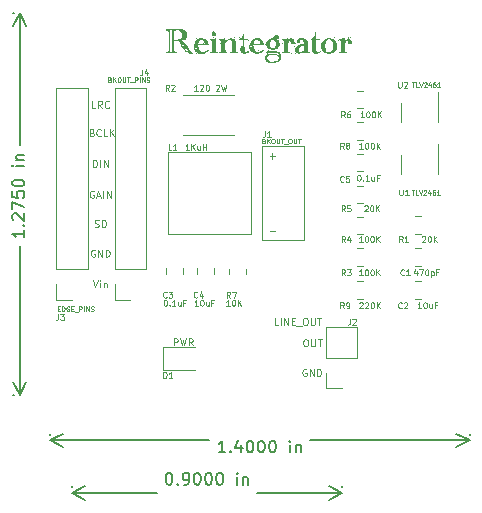
<source format=gto>
G04 #@! TF.GenerationSoftware,KiCad,Pcbnew,(6.0.0-0)*
G04 #@! TF.CreationDate,2023-05-30T22:12:00-07:00*
G04 #@! TF.ProjectId,breakout,62726561-6b6f-4757-942e-6b696361645f,0.2.0*
G04 #@! TF.SameCoordinates,Original*
G04 #@! TF.FileFunction,Legend,Top*
G04 #@! TF.FilePolarity,Positive*
%FSLAX46Y46*%
G04 Gerber Fmt 4.6, Leading zero omitted, Abs format (unit mm)*
G04 Created by KiCad (PCBNEW (6.0.0-0)) date 2023-05-30 22:12:00*
%MOMM*%
%LPD*%
G01*
G04 APERTURE LIST*
%ADD10C,0.120000*%
%ADD11C,0.150000*%
%ADD12C,0.100000*%
%ADD13C,0.080000*%
G04 APERTURE END LIST*
D10*
X143300000Y-99657142D02*
X143385714Y-99685714D01*
X143414285Y-99714285D01*
X143442857Y-99771428D01*
X143442857Y-99857142D01*
X143414285Y-99914285D01*
X143385714Y-99942857D01*
X143328571Y-99971428D01*
X143100000Y-99971428D01*
X143100000Y-99371428D01*
X143300000Y-99371428D01*
X143357142Y-99400000D01*
X143385714Y-99428571D01*
X143414285Y-99485714D01*
X143414285Y-99542857D01*
X143385714Y-99600000D01*
X143357142Y-99628571D01*
X143300000Y-99657142D01*
X143100000Y-99657142D01*
X144042857Y-99914285D02*
X144014285Y-99942857D01*
X143928571Y-99971428D01*
X143871428Y-99971428D01*
X143785714Y-99942857D01*
X143728571Y-99885714D01*
X143700000Y-99828571D01*
X143671428Y-99714285D01*
X143671428Y-99628571D01*
X143700000Y-99514285D01*
X143728571Y-99457142D01*
X143785714Y-99400000D01*
X143871428Y-99371428D01*
X143928571Y-99371428D01*
X144014285Y-99400000D01*
X144042857Y-99428571D01*
X144585714Y-99971428D02*
X144300000Y-99971428D01*
X144300000Y-99371428D01*
X144785714Y-99971428D02*
X144785714Y-99371428D01*
X145128571Y-99971428D02*
X144871428Y-99628571D01*
X145128571Y-99371428D02*
X144785714Y-99714285D01*
X143385714Y-112171428D02*
X143585714Y-112771428D01*
X143785714Y-112171428D01*
X143985714Y-112771428D02*
X143985714Y-112371428D01*
X143985714Y-112171428D02*
X143957142Y-112200000D01*
X143985714Y-112228571D01*
X144014285Y-112200000D01*
X143985714Y-112171428D01*
X143985714Y-112228571D01*
X144271428Y-112371428D02*
X144271428Y-112771428D01*
X144271428Y-112428571D02*
X144300000Y-112400000D01*
X144357142Y-112371428D01*
X144442857Y-112371428D01*
X144500000Y-112400000D01*
X144528571Y-112457142D01*
X144528571Y-112771428D01*
X143542857Y-109600000D02*
X143485714Y-109571428D01*
X143400000Y-109571428D01*
X143314285Y-109600000D01*
X143257142Y-109657142D01*
X143228571Y-109714285D01*
X143200000Y-109828571D01*
X143200000Y-109914285D01*
X143228571Y-110028571D01*
X143257142Y-110085714D01*
X143314285Y-110142857D01*
X143400000Y-110171428D01*
X143457142Y-110171428D01*
X143542857Y-110142857D01*
X143571428Y-110114285D01*
X143571428Y-109914285D01*
X143457142Y-109914285D01*
X143828571Y-110171428D02*
X143828571Y-109571428D01*
X144171428Y-110171428D01*
X144171428Y-109571428D01*
X144457142Y-110171428D02*
X144457142Y-109571428D01*
X144600000Y-109571428D01*
X144685714Y-109600000D01*
X144742857Y-109657142D01*
X144771428Y-109714285D01*
X144800000Y-109828571D01*
X144800000Y-109914285D01*
X144771428Y-110028571D01*
X144742857Y-110085714D01*
X144685714Y-110142857D01*
X144600000Y-110171428D01*
X144457142Y-110171428D01*
X143442857Y-104600000D02*
X143385714Y-104571428D01*
X143300000Y-104571428D01*
X143214285Y-104600000D01*
X143157142Y-104657142D01*
X143128571Y-104714285D01*
X143100000Y-104828571D01*
X143100000Y-104914285D01*
X143128571Y-105028571D01*
X143157142Y-105085714D01*
X143214285Y-105142857D01*
X143300000Y-105171428D01*
X143357142Y-105171428D01*
X143442857Y-105142857D01*
X143471428Y-105114285D01*
X143471428Y-104914285D01*
X143357142Y-104914285D01*
X143700000Y-105000000D02*
X143985714Y-105000000D01*
X143642857Y-105171428D02*
X143842857Y-104571428D01*
X144042857Y-105171428D01*
X144242857Y-105171428D02*
X144242857Y-104571428D01*
X144528571Y-105171428D02*
X144528571Y-104571428D01*
X144871428Y-105171428D01*
X144871428Y-104571428D01*
X161435142Y-119700000D02*
X161378000Y-119671428D01*
X161292285Y-119671428D01*
X161206571Y-119700000D01*
X161149428Y-119757142D01*
X161120857Y-119814285D01*
X161092285Y-119928571D01*
X161092285Y-120014285D01*
X161120857Y-120128571D01*
X161149428Y-120185714D01*
X161206571Y-120242857D01*
X161292285Y-120271428D01*
X161349428Y-120271428D01*
X161435142Y-120242857D01*
X161463714Y-120214285D01*
X161463714Y-120014285D01*
X161349428Y-120014285D01*
X161720857Y-120271428D02*
X161720857Y-119671428D01*
X162063714Y-120271428D01*
X162063714Y-119671428D01*
X162349428Y-120271428D02*
X162349428Y-119671428D01*
X162492285Y-119671428D01*
X162578000Y-119700000D01*
X162635142Y-119757142D01*
X162663714Y-119814285D01*
X162692285Y-119928571D01*
X162692285Y-120014285D01*
X162663714Y-120128571D01*
X162635142Y-120185714D01*
X162578000Y-120242857D01*
X162492285Y-120271428D01*
X162349428Y-120271428D01*
X158335857Y-101642857D02*
X158793000Y-101642857D01*
X158564428Y-101871428D02*
X158564428Y-101414285D01*
X143385714Y-102571428D02*
X143385714Y-101971428D01*
X143528571Y-101971428D01*
X143614285Y-102000000D01*
X143671428Y-102057142D01*
X143700000Y-102114285D01*
X143728571Y-102228571D01*
X143728571Y-102314285D01*
X143700000Y-102428571D01*
X143671428Y-102485714D01*
X143614285Y-102542857D01*
X143528571Y-102571428D01*
X143385714Y-102571428D01*
X143985714Y-102571428D02*
X143985714Y-101971428D01*
X144271428Y-102571428D02*
X144271428Y-101971428D01*
X144614285Y-102571428D01*
X144614285Y-101971428D01*
X161335142Y-117171428D02*
X161449428Y-117171428D01*
X161506571Y-117200000D01*
X161563714Y-117257142D01*
X161592285Y-117371428D01*
X161592285Y-117571428D01*
X161563714Y-117685714D01*
X161506571Y-117742857D01*
X161449428Y-117771428D01*
X161335142Y-117771428D01*
X161278000Y-117742857D01*
X161220857Y-117685714D01*
X161192285Y-117571428D01*
X161192285Y-117371428D01*
X161220857Y-117257142D01*
X161278000Y-117200000D01*
X161335142Y-117171428D01*
X161849428Y-117171428D02*
X161849428Y-117657142D01*
X161878000Y-117714285D01*
X161906571Y-117742857D01*
X161963714Y-117771428D01*
X162078000Y-117771428D01*
X162135142Y-117742857D01*
X162163714Y-117714285D01*
X162192285Y-117657142D01*
X162192285Y-117171428D01*
X162392285Y-117171428D02*
X162735142Y-117171428D01*
X162563714Y-117771428D02*
X162563714Y-117171428D01*
X158335857Y-107992857D02*
X158793000Y-107992857D01*
X143528571Y-107642857D02*
X143614285Y-107671428D01*
X143757142Y-107671428D01*
X143814285Y-107642857D01*
X143842857Y-107614285D01*
X143871428Y-107557142D01*
X143871428Y-107500000D01*
X143842857Y-107442857D01*
X143814285Y-107414285D01*
X143757142Y-107385714D01*
X143642857Y-107357142D01*
X143585714Y-107328571D01*
X143557142Y-107300000D01*
X143528571Y-107242857D01*
X143528571Y-107185714D01*
X143557142Y-107128571D01*
X143585714Y-107100000D01*
X143642857Y-107071428D01*
X143785714Y-107071428D01*
X143871428Y-107100000D01*
X144128571Y-107671428D02*
X144128571Y-107071428D01*
X144271428Y-107071428D01*
X144357142Y-107100000D01*
X144414285Y-107157142D01*
X144442857Y-107214285D01*
X144471428Y-107328571D01*
X144471428Y-107414285D01*
X144442857Y-107528571D01*
X144414285Y-107585714D01*
X144357142Y-107642857D01*
X144271428Y-107671428D01*
X144128571Y-107671428D01*
X143585714Y-97571428D02*
X143300000Y-97571428D01*
X143300000Y-96971428D01*
X144128571Y-97571428D02*
X143928571Y-97285714D01*
X143785714Y-97571428D02*
X143785714Y-96971428D01*
X144014285Y-96971428D01*
X144071428Y-97000000D01*
X144100000Y-97028571D01*
X144128571Y-97085714D01*
X144128571Y-97171428D01*
X144100000Y-97228571D01*
X144071428Y-97257142D01*
X144014285Y-97285714D01*
X143785714Y-97285714D01*
X144728571Y-97514285D02*
X144700000Y-97542857D01*
X144614285Y-97571428D01*
X144557142Y-97571428D01*
X144471428Y-97542857D01*
X144414285Y-97485714D01*
X144385714Y-97428571D01*
X144357142Y-97314285D01*
X144357142Y-97228571D01*
X144385714Y-97114285D01*
X144414285Y-97057142D01*
X144471428Y-97000000D01*
X144557142Y-96971428D01*
X144614285Y-96971428D01*
X144700000Y-97000000D01*
X144728571Y-97028571D01*
D11*
X137552380Y-107928571D02*
X137552380Y-108500000D01*
X137552380Y-108214285D02*
X136552380Y-108214285D01*
X136695238Y-108309523D01*
X136790476Y-108404761D01*
X136838095Y-108500000D01*
X137457142Y-107500000D02*
X137504761Y-107452380D01*
X137552380Y-107500000D01*
X137504761Y-107547619D01*
X137457142Y-107500000D01*
X137552380Y-107500000D01*
X136647619Y-107071428D02*
X136600000Y-107023809D01*
X136552380Y-106928571D01*
X136552380Y-106690476D01*
X136600000Y-106595238D01*
X136647619Y-106547619D01*
X136742857Y-106500000D01*
X136838095Y-106500000D01*
X136980952Y-106547619D01*
X137552380Y-107119047D01*
X137552380Y-106500000D01*
X136552380Y-106166666D02*
X136552380Y-105500000D01*
X137552380Y-105928571D01*
X136552380Y-104642857D02*
X136552380Y-105119047D01*
X137028571Y-105166666D01*
X136980952Y-105119047D01*
X136933333Y-105023809D01*
X136933333Y-104785714D01*
X136980952Y-104690476D01*
X137028571Y-104642857D01*
X137123809Y-104595238D01*
X137361904Y-104595238D01*
X137457142Y-104642857D01*
X137504761Y-104690476D01*
X137552380Y-104785714D01*
X137552380Y-105023809D01*
X137504761Y-105119047D01*
X137457142Y-105166666D01*
X136552380Y-103976190D02*
X136552380Y-103880952D01*
X136600000Y-103785714D01*
X136647619Y-103738095D01*
X136742857Y-103690476D01*
X136933333Y-103642857D01*
X137171428Y-103642857D01*
X137361904Y-103690476D01*
X137457142Y-103738095D01*
X137504761Y-103785714D01*
X137552380Y-103880952D01*
X137552380Y-103976190D01*
X137504761Y-104071428D01*
X137457142Y-104119047D01*
X137361904Y-104166666D01*
X137171428Y-104214285D01*
X136933333Y-104214285D01*
X136742857Y-104166666D01*
X136647619Y-104119047D01*
X136600000Y-104071428D01*
X136552380Y-103976190D01*
X137552380Y-102452380D02*
X136885714Y-102452380D01*
X136552380Y-102452380D02*
X136600000Y-102500000D01*
X136647619Y-102452380D01*
X136600000Y-102404761D01*
X136552380Y-102452380D01*
X136647619Y-102452380D01*
X136885714Y-101976190D02*
X137552380Y-101976190D01*
X136980952Y-101976190D02*
X136933333Y-101928571D01*
X136885714Y-101833333D01*
X136885714Y-101690476D01*
X136933333Y-101595238D01*
X137028571Y-101547619D01*
X137552380Y-101547619D01*
X136660000Y-121920000D02*
X136573580Y-121920000D01*
X136660000Y-89535000D02*
X136573580Y-89535000D01*
X137160000Y-121920000D02*
X137160000Y-109265476D01*
X137160000Y-100734524D02*
X137160000Y-89535000D01*
X137160000Y-121920000D02*
X137746421Y-120793496D01*
X137160000Y-121920000D02*
X136573579Y-120793496D01*
X137160000Y-89535000D02*
X136573579Y-90661504D01*
X137160000Y-89535000D02*
X137746421Y-90661504D01*
X149773095Y-128477380D02*
X149868333Y-128477380D01*
X149963571Y-128525000D01*
X150011190Y-128572619D01*
X150058809Y-128667857D01*
X150106428Y-128858333D01*
X150106428Y-129096428D01*
X150058809Y-129286904D01*
X150011190Y-129382142D01*
X149963571Y-129429761D01*
X149868333Y-129477380D01*
X149773095Y-129477380D01*
X149677857Y-129429761D01*
X149630238Y-129382142D01*
X149582619Y-129286904D01*
X149535000Y-129096428D01*
X149535000Y-128858333D01*
X149582619Y-128667857D01*
X149630238Y-128572619D01*
X149677857Y-128525000D01*
X149773095Y-128477380D01*
X150535000Y-129382142D02*
X150582619Y-129429761D01*
X150535000Y-129477380D01*
X150487380Y-129429761D01*
X150535000Y-129382142D01*
X150535000Y-129477380D01*
X151058809Y-129477380D02*
X151249285Y-129477380D01*
X151344523Y-129429761D01*
X151392142Y-129382142D01*
X151487380Y-129239285D01*
X151535000Y-129048809D01*
X151535000Y-128667857D01*
X151487380Y-128572619D01*
X151439761Y-128525000D01*
X151344523Y-128477380D01*
X151154047Y-128477380D01*
X151058809Y-128525000D01*
X151011190Y-128572619D01*
X150963571Y-128667857D01*
X150963571Y-128905952D01*
X151011190Y-129001190D01*
X151058809Y-129048809D01*
X151154047Y-129096428D01*
X151344523Y-129096428D01*
X151439761Y-129048809D01*
X151487380Y-129001190D01*
X151535000Y-128905952D01*
X152154047Y-128477380D02*
X152249285Y-128477380D01*
X152344523Y-128525000D01*
X152392142Y-128572619D01*
X152439761Y-128667857D01*
X152487380Y-128858333D01*
X152487380Y-129096428D01*
X152439761Y-129286904D01*
X152392142Y-129382142D01*
X152344523Y-129429761D01*
X152249285Y-129477380D01*
X152154047Y-129477380D01*
X152058809Y-129429761D01*
X152011190Y-129382142D01*
X151963571Y-129286904D01*
X151915952Y-129096428D01*
X151915952Y-128858333D01*
X151963571Y-128667857D01*
X152011190Y-128572619D01*
X152058809Y-128525000D01*
X152154047Y-128477380D01*
X153106428Y-128477380D02*
X153201666Y-128477380D01*
X153296904Y-128525000D01*
X153344523Y-128572619D01*
X153392142Y-128667857D01*
X153439761Y-128858333D01*
X153439761Y-129096428D01*
X153392142Y-129286904D01*
X153344523Y-129382142D01*
X153296904Y-129429761D01*
X153201666Y-129477380D01*
X153106428Y-129477380D01*
X153011190Y-129429761D01*
X152963571Y-129382142D01*
X152915952Y-129286904D01*
X152868333Y-129096428D01*
X152868333Y-128858333D01*
X152915952Y-128667857D01*
X152963571Y-128572619D01*
X153011190Y-128525000D01*
X153106428Y-128477380D01*
X154058809Y-128477380D02*
X154154047Y-128477380D01*
X154249285Y-128525000D01*
X154296904Y-128572619D01*
X154344523Y-128667857D01*
X154392142Y-128858333D01*
X154392142Y-129096428D01*
X154344523Y-129286904D01*
X154296904Y-129382142D01*
X154249285Y-129429761D01*
X154154047Y-129477380D01*
X154058809Y-129477380D01*
X153963571Y-129429761D01*
X153915952Y-129382142D01*
X153868333Y-129286904D01*
X153820714Y-129096428D01*
X153820714Y-128858333D01*
X153868333Y-128667857D01*
X153915952Y-128572619D01*
X153963571Y-128525000D01*
X154058809Y-128477380D01*
X155582619Y-129477380D02*
X155582619Y-128810714D01*
X155582619Y-128477380D02*
X155535000Y-128525000D01*
X155582619Y-128572619D01*
X155630238Y-128525000D01*
X155582619Y-128477380D01*
X155582619Y-128572619D01*
X156058809Y-128810714D02*
X156058809Y-129477380D01*
X156058809Y-128905952D02*
X156106428Y-128858333D01*
X156201666Y-128810714D01*
X156344523Y-128810714D01*
X156439761Y-128858333D01*
X156487380Y-128953571D01*
X156487380Y-129477380D01*
X141605000Y-129675000D02*
X141605000Y-129588580D01*
X164465000Y-129675000D02*
X164465000Y-129588580D01*
X141605000Y-130175000D02*
X148769524Y-130175000D01*
X157300476Y-130175000D02*
X164465000Y-130175000D01*
X141605000Y-130175000D02*
X142731504Y-130761421D01*
X141605000Y-130175000D02*
X142731504Y-129588579D01*
X164465000Y-130175000D02*
X163338496Y-129588579D01*
X164465000Y-130175000D02*
X163338496Y-130761421D01*
X154576828Y-126742380D02*
X154005400Y-126742380D01*
X154291114Y-126742380D02*
X154291114Y-125742380D01*
X154195876Y-125885238D01*
X154100638Y-125980476D01*
X154005400Y-126028095D01*
X155005400Y-126647142D02*
X155053019Y-126694761D01*
X155005400Y-126742380D01*
X154957780Y-126694761D01*
X155005400Y-126647142D01*
X155005400Y-126742380D01*
X155910161Y-126075714D02*
X155910161Y-126742380D01*
X155672066Y-125694761D02*
X155433971Y-126409047D01*
X156053019Y-126409047D01*
X156624447Y-125742380D02*
X156719685Y-125742380D01*
X156814923Y-125790000D01*
X156862542Y-125837619D01*
X156910161Y-125932857D01*
X156957780Y-126123333D01*
X156957780Y-126361428D01*
X156910161Y-126551904D01*
X156862542Y-126647142D01*
X156814923Y-126694761D01*
X156719685Y-126742380D01*
X156624447Y-126742380D01*
X156529209Y-126694761D01*
X156481590Y-126647142D01*
X156433971Y-126551904D01*
X156386352Y-126361428D01*
X156386352Y-126123333D01*
X156433971Y-125932857D01*
X156481590Y-125837619D01*
X156529209Y-125790000D01*
X156624447Y-125742380D01*
X157576828Y-125742380D02*
X157672066Y-125742380D01*
X157767304Y-125790000D01*
X157814923Y-125837619D01*
X157862542Y-125932857D01*
X157910161Y-126123333D01*
X157910161Y-126361428D01*
X157862542Y-126551904D01*
X157814923Y-126647142D01*
X157767304Y-126694761D01*
X157672066Y-126742380D01*
X157576828Y-126742380D01*
X157481590Y-126694761D01*
X157433971Y-126647142D01*
X157386352Y-126551904D01*
X157338733Y-126361428D01*
X157338733Y-126123333D01*
X157386352Y-125932857D01*
X157433971Y-125837619D01*
X157481590Y-125790000D01*
X157576828Y-125742380D01*
X158529209Y-125742380D02*
X158624447Y-125742380D01*
X158719685Y-125790000D01*
X158767304Y-125837619D01*
X158814923Y-125932857D01*
X158862542Y-126123333D01*
X158862542Y-126361428D01*
X158814923Y-126551904D01*
X158767304Y-126647142D01*
X158719685Y-126694761D01*
X158624447Y-126742380D01*
X158529209Y-126742380D01*
X158433971Y-126694761D01*
X158386352Y-126647142D01*
X158338733Y-126551904D01*
X158291114Y-126361428D01*
X158291114Y-126123333D01*
X158338733Y-125932857D01*
X158386352Y-125837619D01*
X158433971Y-125790000D01*
X158529209Y-125742380D01*
X160053019Y-126742380D02*
X160053019Y-126075714D01*
X160053019Y-125742380D02*
X160005400Y-125790000D01*
X160053019Y-125837619D01*
X160100638Y-125790000D01*
X160053019Y-125742380D01*
X160053019Y-125837619D01*
X160529209Y-126075714D02*
X160529209Y-126742380D01*
X160529209Y-126170952D02*
X160576828Y-126123333D01*
X160672066Y-126075714D01*
X160814923Y-126075714D01*
X160910161Y-126123333D01*
X160957780Y-126218571D01*
X160957780Y-126742380D01*
X139700000Y-125230000D02*
X139700000Y-125143580D01*
X175260000Y-125230000D02*
X175260000Y-125143580D01*
X139700000Y-125730000D02*
X153239924Y-125730000D01*
X161770876Y-125730000D02*
X175260000Y-125730000D01*
X139700000Y-125730000D02*
X140826504Y-126316421D01*
X139700000Y-125730000D02*
X140826504Y-125143579D01*
X175260000Y-125730000D02*
X174133496Y-125143579D01*
X175260000Y-125730000D02*
X174133496Y-126316421D01*
D12*
X169516666Y-114478571D02*
X169492857Y-114502380D01*
X169421428Y-114526190D01*
X169373809Y-114526190D01*
X169302380Y-114502380D01*
X169254761Y-114454761D01*
X169230952Y-114407142D01*
X169207142Y-114311904D01*
X169207142Y-114240476D01*
X169230952Y-114145238D01*
X169254761Y-114097619D01*
X169302380Y-114050000D01*
X169373809Y-114026190D01*
X169421428Y-114026190D01*
X169492857Y-114050000D01*
X169516666Y-114073809D01*
X169707142Y-114073809D02*
X169730952Y-114050000D01*
X169778571Y-114026190D01*
X169897619Y-114026190D01*
X169945238Y-114050000D01*
X169969047Y-114073809D01*
X169992857Y-114121428D01*
X169992857Y-114169047D01*
X169969047Y-114240476D01*
X169683333Y-114526190D01*
X169992857Y-114526190D01*
X171164285Y-114526190D02*
X170878571Y-114526190D01*
X171021428Y-114526190D02*
X171021428Y-114026190D01*
X170973809Y-114097619D01*
X170926190Y-114145238D01*
X170878571Y-114169047D01*
X171473809Y-114026190D02*
X171521428Y-114026190D01*
X171569047Y-114050000D01*
X171592857Y-114073809D01*
X171616666Y-114121428D01*
X171640476Y-114216666D01*
X171640476Y-114335714D01*
X171616666Y-114430952D01*
X171592857Y-114478571D01*
X171569047Y-114502380D01*
X171521428Y-114526190D01*
X171473809Y-114526190D01*
X171426190Y-114502380D01*
X171402380Y-114478571D01*
X171378571Y-114430952D01*
X171354761Y-114335714D01*
X171354761Y-114216666D01*
X171378571Y-114121428D01*
X171402380Y-114073809D01*
X171426190Y-114050000D01*
X171473809Y-114026190D01*
X172069047Y-114192857D02*
X172069047Y-114526190D01*
X171854761Y-114192857D02*
X171854761Y-114454761D01*
X171878571Y-114502380D01*
X171926190Y-114526190D01*
X171997619Y-114526190D01*
X172045238Y-114502380D01*
X172069047Y-114478571D01*
X172473809Y-114264285D02*
X172307142Y-114264285D01*
X172307142Y-114526190D02*
X172307142Y-114026190D01*
X172545238Y-114026190D01*
X149330952Y-120426190D02*
X149330952Y-119926190D01*
X149450000Y-119926190D01*
X149521428Y-119950000D01*
X149569047Y-119997619D01*
X149592857Y-120045238D01*
X149616666Y-120140476D01*
X149616666Y-120211904D01*
X149592857Y-120307142D01*
X149569047Y-120354761D01*
X149521428Y-120402380D01*
X149450000Y-120426190D01*
X149330952Y-120426190D01*
X150092857Y-120426190D02*
X149807142Y-120426190D01*
X149950000Y-120426190D02*
X149950000Y-119926190D01*
X149902380Y-119997619D01*
X149854761Y-120045238D01*
X149807142Y-120069047D01*
D10*
X150200000Y-117671428D02*
X150200000Y-117071428D01*
X150428571Y-117071428D01*
X150485714Y-117100000D01*
X150514285Y-117128571D01*
X150542857Y-117185714D01*
X150542857Y-117271428D01*
X150514285Y-117328571D01*
X150485714Y-117357142D01*
X150428571Y-117385714D01*
X150200000Y-117385714D01*
X150742857Y-117071428D02*
X150885714Y-117671428D01*
X151000000Y-117242857D01*
X151114285Y-117671428D01*
X151257142Y-117071428D01*
X151828571Y-117671428D02*
X151628571Y-117385714D01*
X151485714Y-117671428D02*
X151485714Y-117071428D01*
X151714285Y-117071428D01*
X151771428Y-117100000D01*
X151800000Y-117128571D01*
X151828571Y-117185714D01*
X151828571Y-117271428D01*
X151800000Y-117328571D01*
X151771428Y-117357142D01*
X151714285Y-117385714D01*
X151485714Y-117385714D01*
D12*
X164616666Y-101026190D02*
X164450000Y-100788095D01*
X164330952Y-101026190D02*
X164330952Y-100526190D01*
X164521428Y-100526190D01*
X164569047Y-100550000D01*
X164592857Y-100573809D01*
X164616666Y-100621428D01*
X164616666Y-100692857D01*
X164592857Y-100740476D01*
X164569047Y-100764285D01*
X164521428Y-100788095D01*
X164330952Y-100788095D01*
X164902380Y-100740476D02*
X164854761Y-100716666D01*
X164830952Y-100692857D01*
X164807142Y-100645238D01*
X164807142Y-100621428D01*
X164830952Y-100573809D01*
X164854761Y-100550000D01*
X164902380Y-100526190D01*
X164997619Y-100526190D01*
X165045238Y-100550000D01*
X165069047Y-100573809D01*
X165092857Y-100621428D01*
X165092857Y-100645238D01*
X165069047Y-100692857D01*
X165045238Y-100716666D01*
X164997619Y-100740476D01*
X164902380Y-100740476D01*
X164854761Y-100764285D01*
X164830952Y-100788095D01*
X164807142Y-100835714D01*
X164807142Y-100930952D01*
X164830952Y-100978571D01*
X164854761Y-101002380D01*
X164902380Y-101026190D01*
X164997619Y-101026190D01*
X165045238Y-101002380D01*
X165069047Y-100978571D01*
X165092857Y-100930952D01*
X165092857Y-100835714D01*
X165069047Y-100788095D01*
X165045238Y-100764285D01*
X164997619Y-100740476D01*
X166216666Y-101026190D02*
X165930952Y-101026190D01*
X166073809Y-101026190D02*
X166073809Y-100526190D01*
X166026190Y-100597619D01*
X165978571Y-100645238D01*
X165930952Y-100669047D01*
X166526190Y-100526190D02*
X166573809Y-100526190D01*
X166621428Y-100550000D01*
X166645238Y-100573809D01*
X166669047Y-100621428D01*
X166692857Y-100716666D01*
X166692857Y-100835714D01*
X166669047Y-100930952D01*
X166645238Y-100978571D01*
X166621428Y-101002380D01*
X166573809Y-101026190D01*
X166526190Y-101026190D01*
X166478571Y-101002380D01*
X166454761Y-100978571D01*
X166430952Y-100930952D01*
X166407142Y-100835714D01*
X166407142Y-100716666D01*
X166430952Y-100621428D01*
X166454761Y-100573809D01*
X166478571Y-100550000D01*
X166526190Y-100526190D01*
X167002380Y-100526190D02*
X167050000Y-100526190D01*
X167097619Y-100550000D01*
X167121428Y-100573809D01*
X167145238Y-100621428D01*
X167169047Y-100716666D01*
X167169047Y-100835714D01*
X167145238Y-100930952D01*
X167121428Y-100978571D01*
X167097619Y-101002380D01*
X167050000Y-101026190D01*
X167002380Y-101026190D01*
X166954761Y-101002380D01*
X166930952Y-100978571D01*
X166907142Y-100930952D01*
X166883333Y-100835714D01*
X166883333Y-100716666D01*
X166907142Y-100621428D01*
X166930952Y-100573809D01*
X166954761Y-100550000D01*
X167002380Y-100526190D01*
X167383333Y-101026190D02*
X167383333Y-100526190D01*
X167669047Y-101026190D02*
X167454761Y-100740476D01*
X167669047Y-100526190D02*
X167383333Y-100811904D01*
X169219047Y-95349523D02*
X169219047Y-95754285D01*
X169242857Y-95801904D01*
X169266666Y-95825713D01*
X169314285Y-95849523D01*
X169409523Y-95849523D01*
X169457142Y-95825713D01*
X169480952Y-95801904D01*
X169504761Y-95754285D01*
X169504761Y-95349523D01*
X169719047Y-95397142D02*
X169742857Y-95373333D01*
X169790476Y-95349523D01*
X169909523Y-95349523D01*
X169957142Y-95373333D01*
X169980952Y-95397142D01*
X170004761Y-95444761D01*
X170004761Y-95492380D01*
X169980952Y-95563809D01*
X169695238Y-95849523D01*
X170004761Y-95849523D01*
D13*
X170390476Y-95404285D02*
X170619047Y-95404285D01*
X170504761Y-95804285D02*
X170504761Y-95404285D01*
X170942857Y-95804285D02*
X170752380Y-95804285D01*
X170752380Y-95404285D01*
X171019047Y-95404285D02*
X171152380Y-95804285D01*
X171285714Y-95404285D01*
X171400000Y-95442380D02*
X171419047Y-95423333D01*
X171457142Y-95404285D01*
X171552380Y-95404285D01*
X171590476Y-95423333D01*
X171609523Y-95442380D01*
X171628571Y-95480475D01*
X171628571Y-95518571D01*
X171609523Y-95575713D01*
X171380952Y-95804285D01*
X171628571Y-95804285D01*
X171971428Y-95537618D02*
X171971428Y-95804285D01*
X171876190Y-95385237D02*
X171780952Y-95670952D01*
X172028571Y-95670952D01*
X172352380Y-95404285D02*
X172276190Y-95404285D01*
X172238095Y-95423333D01*
X172219047Y-95442380D01*
X172180952Y-95499523D01*
X172161904Y-95575713D01*
X172161904Y-95728094D01*
X172180952Y-95766190D01*
X172200000Y-95785237D01*
X172238095Y-95804285D01*
X172314285Y-95804285D01*
X172352380Y-95785237D01*
X172371428Y-95766190D01*
X172390476Y-95728094D01*
X172390476Y-95632856D01*
X172371428Y-95594761D01*
X172352380Y-95575713D01*
X172314285Y-95556666D01*
X172238095Y-95556666D01*
X172200000Y-95575713D01*
X172180952Y-95594761D01*
X172161904Y-95632856D01*
X172771428Y-95804285D02*
X172542857Y-95804285D01*
X172657142Y-95804285D02*
X172657142Y-95404285D01*
X172619047Y-95461428D01*
X172580952Y-95499523D01*
X172542857Y-95518571D01*
D12*
X157933333Y-99526190D02*
X157933333Y-99883333D01*
X157909523Y-99954761D01*
X157861904Y-100002380D01*
X157790476Y-100026190D01*
X157742857Y-100026190D01*
X158433333Y-100026190D02*
X158147619Y-100026190D01*
X158290476Y-100026190D02*
X158290476Y-99526190D01*
X158242857Y-99597619D01*
X158195238Y-99645238D01*
X158147619Y-99669047D01*
D13*
X157833333Y-100371428D02*
X157890476Y-100390476D01*
X157909523Y-100409523D01*
X157928571Y-100447619D01*
X157928571Y-100504761D01*
X157909523Y-100542857D01*
X157890476Y-100561904D01*
X157852380Y-100580952D01*
X157700000Y-100580952D01*
X157700000Y-100180952D01*
X157833333Y-100180952D01*
X157871428Y-100200000D01*
X157890476Y-100219047D01*
X157909523Y-100257142D01*
X157909523Y-100295238D01*
X157890476Y-100333333D01*
X157871428Y-100352380D01*
X157833333Y-100371428D01*
X157700000Y-100371428D01*
X158100000Y-100580952D02*
X158100000Y-100180952D01*
X158328571Y-100580952D02*
X158157142Y-100352380D01*
X158328571Y-100180952D02*
X158100000Y-100409523D01*
X158576190Y-100180952D02*
X158652380Y-100180952D01*
X158690476Y-100200000D01*
X158728571Y-100238095D01*
X158747619Y-100314285D01*
X158747619Y-100447619D01*
X158728571Y-100523809D01*
X158690476Y-100561904D01*
X158652380Y-100580952D01*
X158576190Y-100580952D01*
X158538095Y-100561904D01*
X158500000Y-100523809D01*
X158480952Y-100447619D01*
X158480952Y-100314285D01*
X158500000Y-100238095D01*
X158538095Y-100200000D01*
X158576190Y-100180952D01*
X158919047Y-100180952D02*
X158919047Y-100504761D01*
X158938095Y-100542857D01*
X158957142Y-100561904D01*
X158995238Y-100580952D01*
X159071428Y-100580952D01*
X159109523Y-100561904D01*
X159128571Y-100542857D01*
X159147619Y-100504761D01*
X159147619Y-100180952D01*
X159280952Y-100180952D02*
X159509523Y-100180952D01*
X159395238Y-100580952D02*
X159395238Y-100180952D01*
X159547619Y-100619047D02*
X159852380Y-100619047D01*
X160023809Y-100180952D02*
X160100000Y-100180952D01*
X160138095Y-100200000D01*
X160176190Y-100238095D01*
X160195238Y-100314285D01*
X160195238Y-100447619D01*
X160176190Y-100523809D01*
X160138095Y-100561904D01*
X160100000Y-100580952D01*
X160023809Y-100580952D01*
X159985714Y-100561904D01*
X159947619Y-100523809D01*
X159928571Y-100447619D01*
X159928571Y-100314285D01*
X159947619Y-100238095D01*
X159985714Y-100200000D01*
X160023809Y-100180952D01*
X160366666Y-100180952D02*
X160366666Y-100504761D01*
X160385714Y-100542857D01*
X160404761Y-100561904D01*
X160442857Y-100580952D01*
X160519047Y-100580952D01*
X160557142Y-100561904D01*
X160576190Y-100542857D01*
X160595238Y-100504761D01*
X160595238Y-100180952D01*
X160728571Y-100180952D02*
X160957142Y-100180952D01*
X160842857Y-100580952D02*
X160842857Y-100180952D01*
D12*
X155016666Y-113626190D02*
X154850000Y-113388095D01*
X154730952Y-113626190D02*
X154730952Y-113126190D01*
X154921428Y-113126190D01*
X154969047Y-113150000D01*
X154992857Y-113173809D01*
X155016666Y-113221428D01*
X155016666Y-113292857D01*
X154992857Y-113340476D01*
X154969047Y-113364285D01*
X154921428Y-113388095D01*
X154730952Y-113388095D01*
X155183333Y-113126190D02*
X155516666Y-113126190D01*
X155302380Y-113626190D01*
X154954761Y-114326190D02*
X154669047Y-114326190D01*
X154811904Y-114326190D02*
X154811904Y-113826190D01*
X154764285Y-113897619D01*
X154716666Y-113945238D01*
X154669047Y-113969047D01*
X155264285Y-113826190D02*
X155311904Y-113826190D01*
X155359523Y-113850000D01*
X155383333Y-113873809D01*
X155407142Y-113921428D01*
X155430952Y-114016666D01*
X155430952Y-114135714D01*
X155407142Y-114230952D01*
X155383333Y-114278571D01*
X155359523Y-114302380D01*
X155311904Y-114326190D01*
X155264285Y-114326190D01*
X155216666Y-114302380D01*
X155192857Y-114278571D01*
X155169047Y-114230952D01*
X155145238Y-114135714D01*
X155145238Y-114016666D01*
X155169047Y-113921428D01*
X155192857Y-113873809D01*
X155216666Y-113850000D01*
X155264285Y-113826190D01*
X155645238Y-114326190D02*
X155645238Y-113826190D01*
X155930952Y-114326190D02*
X155716666Y-114040476D01*
X155930952Y-113826190D02*
X155645238Y-114111904D01*
X169319047Y-104488690D02*
X169319047Y-104893452D01*
X169342857Y-104941071D01*
X169366666Y-104964880D01*
X169414285Y-104988690D01*
X169509523Y-104988690D01*
X169557142Y-104964880D01*
X169580952Y-104941071D01*
X169604761Y-104893452D01*
X169604761Y-104488690D01*
X170104761Y-104988690D02*
X169819047Y-104988690D01*
X169961904Y-104988690D02*
X169961904Y-104488690D01*
X169914285Y-104560119D01*
X169866666Y-104607738D01*
X169819047Y-104631547D01*
D13*
X170360476Y-104543452D02*
X170589047Y-104543452D01*
X170474761Y-104943452D02*
X170474761Y-104543452D01*
X170912857Y-104943452D02*
X170722380Y-104943452D01*
X170722380Y-104543452D01*
X170989047Y-104543452D02*
X171122380Y-104943452D01*
X171255714Y-104543452D01*
X171370000Y-104581547D02*
X171389047Y-104562500D01*
X171427142Y-104543452D01*
X171522380Y-104543452D01*
X171560476Y-104562500D01*
X171579523Y-104581547D01*
X171598571Y-104619642D01*
X171598571Y-104657738D01*
X171579523Y-104714880D01*
X171350952Y-104943452D01*
X171598571Y-104943452D01*
X171941428Y-104676785D02*
X171941428Y-104943452D01*
X171846190Y-104524404D02*
X171750952Y-104810119D01*
X171998571Y-104810119D01*
X172322380Y-104543452D02*
X172246190Y-104543452D01*
X172208095Y-104562500D01*
X172189047Y-104581547D01*
X172150952Y-104638690D01*
X172131904Y-104714880D01*
X172131904Y-104867261D01*
X172150952Y-104905357D01*
X172170000Y-104924404D01*
X172208095Y-104943452D01*
X172284285Y-104943452D01*
X172322380Y-104924404D01*
X172341428Y-104905357D01*
X172360476Y-104867261D01*
X172360476Y-104772023D01*
X172341428Y-104733928D01*
X172322380Y-104714880D01*
X172284285Y-104695833D01*
X172208095Y-104695833D01*
X172170000Y-104714880D01*
X172150952Y-104733928D01*
X172131904Y-104772023D01*
X172741428Y-104943452D02*
X172512857Y-104943452D01*
X172627142Y-104943452D02*
X172627142Y-104543452D01*
X172589047Y-104600595D01*
X172550952Y-104638690D01*
X172512857Y-104657738D01*
D12*
X149616666Y-113578571D02*
X149592857Y-113602380D01*
X149521428Y-113626190D01*
X149473809Y-113626190D01*
X149402380Y-113602380D01*
X149354761Y-113554761D01*
X149330952Y-113507142D01*
X149307142Y-113411904D01*
X149307142Y-113340476D01*
X149330952Y-113245238D01*
X149354761Y-113197619D01*
X149402380Y-113150000D01*
X149473809Y-113126190D01*
X149521428Y-113126190D01*
X149592857Y-113150000D01*
X149616666Y-113173809D01*
X149783333Y-113126190D02*
X150092857Y-113126190D01*
X149926190Y-113316666D01*
X149997619Y-113316666D01*
X150045238Y-113340476D01*
X150069047Y-113364285D01*
X150092857Y-113411904D01*
X150092857Y-113530952D01*
X150069047Y-113578571D01*
X150045238Y-113602380D01*
X149997619Y-113626190D01*
X149854761Y-113626190D01*
X149807142Y-113602380D01*
X149783333Y-113578571D01*
X149478571Y-113826190D02*
X149526190Y-113826190D01*
X149573809Y-113850000D01*
X149597619Y-113873809D01*
X149621428Y-113921428D01*
X149645238Y-114016666D01*
X149645238Y-114135714D01*
X149621428Y-114230952D01*
X149597619Y-114278571D01*
X149573809Y-114302380D01*
X149526190Y-114326190D01*
X149478571Y-114326190D01*
X149430952Y-114302380D01*
X149407142Y-114278571D01*
X149383333Y-114230952D01*
X149359523Y-114135714D01*
X149359523Y-114016666D01*
X149383333Y-113921428D01*
X149407142Y-113873809D01*
X149430952Y-113850000D01*
X149478571Y-113826190D01*
X149859523Y-114278571D02*
X149883333Y-114302380D01*
X149859523Y-114326190D01*
X149835714Y-114302380D01*
X149859523Y-114278571D01*
X149859523Y-114326190D01*
X150359523Y-114326190D02*
X150073809Y-114326190D01*
X150216666Y-114326190D02*
X150216666Y-113826190D01*
X150169047Y-113897619D01*
X150121428Y-113945238D01*
X150073809Y-113969047D01*
X150788095Y-113992857D02*
X150788095Y-114326190D01*
X150573809Y-113992857D02*
X150573809Y-114254761D01*
X150597619Y-114302380D01*
X150645238Y-114326190D01*
X150716666Y-114326190D01*
X150764285Y-114302380D01*
X150788095Y-114278571D01*
X151192857Y-114064285D02*
X151026190Y-114064285D01*
X151026190Y-114326190D02*
X151026190Y-113826190D01*
X151264285Y-113826190D01*
X169586666Y-108926190D02*
X169420000Y-108688095D01*
X169300952Y-108926190D02*
X169300952Y-108426190D01*
X169491428Y-108426190D01*
X169539047Y-108450000D01*
X169562857Y-108473809D01*
X169586666Y-108521428D01*
X169586666Y-108592857D01*
X169562857Y-108640476D01*
X169539047Y-108664285D01*
X169491428Y-108688095D01*
X169300952Y-108688095D01*
X170062857Y-108926190D02*
X169777142Y-108926190D01*
X169920000Y-108926190D02*
X169920000Y-108426190D01*
X169872380Y-108497619D01*
X169824761Y-108545238D01*
X169777142Y-108569047D01*
X171239047Y-108473809D02*
X171262857Y-108450000D01*
X171310476Y-108426190D01*
X171429523Y-108426190D01*
X171477142Y-108450000D01*
X171500952Y-108473809D01*
X171524761Y-108521428D01*
X171524761Y-108569047D01*
X171500952Y-108640476D01*
X171215238Y-108926190D01*
X171524761Y-108926190D01*
X171834285Y-108426190D02*
X171881904Y-108426190D01*
X171929523Y-108450000D01*
X171953333Y-108473809D01*
X171977142Y-108521428D01*
X172000952Y-108616666D01*
X172000952Y-108735714D01*
X171977142Y-108830952D01*
X171953333Y-108878571D01*
X171929523Y-108902380D01*
X171881904Y-108926190D01*
X171834285Y-108926190D01*
X171786666Y-108902380D01*
X171762857Y-108878571D01*
X171739047Y-108830952D01*
X171715238Y-108735714D01*
X171715238Y-108616666D01*
X171739047Y-108521428D01*
X171762857Y-108473809D01*
X171786666Y-108450000D01*
X171834285Y-108426190D01*
X172215238Y-108926190D02*
X172215238Y-108426190D01*
X172500952Y-108926190D02*
X172286666Y-108640476D01*
X172500952Y-108426190D02*
X172215238Y-108711904D01*
X150012066Y-101117390D02*
X149773971Y-101117390D01*
X149773971Y-100617390D01*
X150440638Y-101117390D02*
X150154923Y-101117390D01*
X150297780Y-101117390D02*
X150297780Y-100617390D01*
X150250161Y-100688819D01*
X150202542Y-100736438D01*
X150154923Y-100760247D01*
X151500161Y-101117390D02*
X151214447Y-101117390D01*
X151357304Y-101117390D02*
X151357304Y-100617390D01*
X151309685Y-100688819D01*
X151262066Y-100736438D01*
X151214447Y-100760247D01*
X151714447Y-101117390D02*
X151714447Y-100617390D01*
X152000161Y-101117390D02*
X151785876Y-100831676D01*
X152000161Y-100617390D02*
X151714447Y-100903104D01*
X152428733Y-100784057D02*
X152428733Y-101117390D01*
X152214447Y-100784057D02*
X152214447Y-101045961D01*
X152238257Y-101093580D01*
X152285876Y-101117390D01*
X152357304Y-101117390D01*
X152404923Y-101093580D01*
X152428733Y-101069771D01*
X152666828Y-101117390D02*
X152666828Y-100617390D01*
X152666828Y-100855485D02*
X152952542Y-100855485D01*
X152952542Y-101117390D02*
X152952542Y-100617390D01*
X152216666Y-113578571D02*
X152192857Y-113602380D01*
X152121428Y-113626190D01*
X152073809Y-113626190D01*
X152002380Y-113602380D01*
X151954761Y-113554761D01*
X151930952Y-113507142D01*
X151907142Y-113411904D01*
X151907142Y-113340476D01*
X151930952Y-113245238D01*
X151954761Y-113197619D01*
X152002380Y-113150000D01*
X152073809Y-113126190D01*
X152121428Y-113126190D01*
X152192857Y-113150000D01*
X152216666Y-113173809D01*
X152645238Y-113292857D02*
X152645238Y-113626190D01*
X152526190Y-113102380D02*
X152407142Y-113459523D01*
X152716666Y-113459523D01*
X152264285Y-114326190D02*
X151978571Y-114326190D01*
X152121428Y-114326190D02*
X152121428Y-113826190D01*
X152073809Y-113897619D01*
X152026190Y-113945238D01*
X151978571Y-113969047D01*
X152573809Y-113826190D02*
X152621428Y-113826190D01*
X152669047Y-113850000D01*
X152692857Y-113873809D01*
X152716666Y-113921428D01*
X152740476Y-114016666D01*
X152740476Y-114135714D01*
X152716666Y-114230952D01*
X152692857Y-114278571D01*
X152669047Y-114302380D01*
X152621428Y-114326190D01*
X152573809Y-114326190D01*
X152526190Y-114302380D01*
X152502380Y-114278571D01*
X152478571Y-114230952D01*
X152454761Y-114135714D01*
X152454761Y-114016666D01*
X152478571Y-113921428D01*
X152502380Y-113873809D01*
X152526190Y-113850000D01*
X152573809Y-113826190D01*
X153169047Y-113992857D02*
X153169047Y-114326190D01*
X152954761Y-113992857D02*
X152954761Y-114254761D01*
X152978571Y-114302380D01*
X153026190Y-114326190D01*
X153097619Y-114326190D01*
X153145238Y-114302380D01*
X153169047Y-114278571D01*
X153573809Y-114064285D02*
X153407142Y-114064285D01*
X153407142Y-114326190D02*
X153407142Y-113826190D01*
X153645238Y-113826190D01*
X164601666Y-103788570D02*
X164577857Y-103812379D01*
X164506428Y-103836189D01*
X164458809Y-103836189D01*
X164387380Y-103812379D01*
X164339761Y-103764760D01*
X164315952Y-103717141D01*
X164292142Y-103621903D01*
X164292142Y-103550475D01*
X164315952Y-103455237D01*
X164339761Y-103407618D01*
X164387380Y-103359999D01*
X164458809Y-103336189D01*
X164506428Y-103336189D01*
X164577857Y-103359999D01*
X164601666Y-103383808D01*
X165054047Y-103336189D02*
X164815952Y-103336189D01*
X164792142Y-103574284D01*
X164815952Y-103550475D01*
X164863571Y-103526665D01*
X164982619Y-103526665D01*
X165030238Y-103550475D01*
X165054047Y-103574284D01*
X165077857Y-103621903D01*
X165077857Y-103740951D01*
X165054047Y-103788570D01*
X165030238Y-103812379D01*
X164982619Y-103836189D01*
X164863571Y-103836189D01*
X164815952Y-103812379D01*
X164792142Y-103788570D01*
X165863571Y-103236189D02*
X165911190Y-103236189D01*
X165958809Y-103259999D01*
X165982619Y-103283808D01*
X166006428Y-103331427D01*
X166030238Y-103426665D01*
X166030238Y-103545713D01*
X166006428Y-103640951D01*
X165982619Y-103688570D01*
X165958809Y-103712379D01*
X165911190Y-103736189D01*
X165863571Y-103736189D01*
X165815952Y-103712379D01*
X165792142Y-103688570D01*
X165768333Y-103640951D01*
X165744523Y-103545713D01*
X165744523Y-103426665D01*
X165768333Y-103331427D01*
X165792142Y-103283808D01*
X165815952Y-103259999D01*
X165863571Y-103236189D01*
X166244523Y-103688570D02*
X166268333Y-103712379D01*
X166244523Y-103736189D01*
X166220714Y-103712379D01*
X166244523Y-103688570D01*
X166244523Y-103736189D01*
X166744523Y-103736189D02*
X166458809Y-103736189D01*
X166601666Y-103736189D02*
X166601666Y-103236189D01*
X166554047Y-103307618D01*
X166506428Y-103355237D01*
X166458809Y-103379046D01*
X167173095Y-103402856D02*
X167173095Y-103736189D01*
X166958809Y-103402856D02*
X166958809Y-103664760D01*
X166982619Y-103712379D01*
X167030238Y-103736189D01*
X167101666Y-103736189D01*
X167149285Y-103712379D01*
X167173095Y-103688570D01*
X167577857Y-103474284D02*
X167411190Y-103474284D01*
X167411190Y-103736189D02*
X167411190Y-103236189D01*
X167649285Y-103236189D01*
X165133333Y-115426190D02*
X165133333Y-115783333D01*
X165109523Y-115854761D01*
X165061904Y-115902380D01*
X164990476Y-115926190D01*
X164942857Y-115926190D01*
X165347619Y-115473809D02*
X165371428Y-115450000D01*
X165419047Y-115426190D01*
X165538095Y-115426190D01*
X165585714Y-115450000D01*
X165609523Y-115473809D01*
X165633333Y-115521428D01*
X165633333Y-115569047D01*
X165609523Y-115640476D01*
X165323809Y-115926190D01*
X165633333Y-115926190D01*
D10*
X159071428Y-115971428D02*
X158785714Y-115971428D01*
X158785714Y-115371428D01*
X159271428Y-115971428D02*
X159271428Y-115371428D01*
X159557142Y-115971428D02*
X159557142Y-115371428D01*
X159900000Y-115971428D01*
X159900000Y-115371428D01*
X160185714Y-115657142D02*
X160385714Y-115657142D01*
X160471428Y-115971428D02*
X160185714Y-115971428D01*
X160185714Y-115371428D01*
X160471428Y-115371428D01*
X160585714Y-116028571D02*
X161042857Y-116028571D01*
X161300000Y-115371428D02*
X161414285Y-115371428D01*
X161471428Y-115400000D01*
X161528571Y-115457142D01*
X161557142Y-115571428D01*
X161557142Y-115771428D01*
X161528571Y-115885714D01*
X161471428Y-115942857D01*
X161414285Y-115971428D01*
X161300000Y-115971428D01*
X161242857Y-115942857D01*
X161185714Y-115885714D01*
X161157142Y-115771428D01*
X161157142Y-115571428D01*
X161185714Y-115457142D01*
X161242857Y-115400000D01*
X161300000Y-115371428D01*
X161814285Y-115371428D02*
X161814285Y-115857142D01*
X161842857Y-115914285D01*
X161871428Y-115942857D01*
X161928571Y-115971428D01*
X162042857Y-115971428D01*
X162100000Y-115942857D01*
X162128571Y-115914285D01*
X162157142Y-115857142D01*
X162157142Y-115371428D01*
X162357142Y-115371428D02*
X162700000Y-115371428D01*
X162528571Y-115971428D02*
X162528571Y-115371428D01*
D12*
X164706666Y-108926190D02*
X164540000Y-108688095D01*
X164420952Y-108926190D02*
X164420952Y-108426190D01*
X164611428Y-108426190D01*
X164659047Y-108450000D01*
X164682857Y-108473809D01*
X164706666Y-108521428D01*
X164706666Y-108592857D01*
X164682857Y-108640476D01*
X164659047Y-108664285D01*
X164611428Y-108688095D01*
X164420952Y-108688095D01*
X165135238Y-108592857D02*
X165135238Y-108926190D01*
X165016190Y-108402380D02*
X164897142Y-108759523D01*
X165206666Y-108759523D01*
X166206666Y-108926190D02*
X165920952Y-108926190D01*
X166063809Y-108926190D02*
X166063809Y-108426190D01*
X166016190Y-108497619D01*
X165968571Y-108545238D01*
X165920952Y-108569047D01*
X166516190Y-108426190D02*
X166563809Y-108426190D01*
X166611428Y-108450000D01*
X166635238Y-108473809D01*
X166659047Y-108521428D01*
X166682857Y-108616666D01*
X166682857Y-108735714D01*
X166659047Y-108830952D01*
X166635238Y-108878571D01*
X166611428Y-108902380D01*
X166563809Y-108926190D01*
X166516190Y-108926190D01*
X166468571Y-108902380D01*
X166444761Y-108878571D01*
X166420952Y-108830952D01*
X166397142Y-108735714D01*
X166397142Y-108616666D01*
X166420952Y-108521428D01*
X166444761Y-108473809D01*
X166468571Y-108450000D01*
X166516190Y-108426190D01*
X166992380Y-108426190D02*
X167040000Y-108426190D01*
X167087619Y-108450000D01*
X167111428Y-108473809D01*
X167135238Y-108521428D01*
X167159047Y-108616666D01*
X167159047Y-108735714D01*
X167135238Y-108830952D01*
X167111428Y-108878571D01*
X167087619Y-108902380D01*
X167040000Y-108926190D01*
X166992380Y-108926190D01*
X166944761Y-108902380D01*
X166920952Y-108878571D01*
X166897142Y-108830952D01*
X166873333Y-108735714D01*
X166873333Y-108616666D01*
X166897142Y-108521428D01*
X166920952Y-108473809D01*
X166944761Y-108450000D01*
X166992380Y-108426190D01*
X167373333Y-108926190D02*
X167373333Y-108426190D01*
X167659047Y-108926190D02*
X167444761Y-108640476D01*
X167659047Y-108426190D02*
X167373333Y-108711904D01*
X164701666Y-98376607D02*
X164535000Y-98138512D01*
X164415952Y-98376607D02*
X164415952Y-97876607D01*
X164606428Y-97876607D01*
X164654047Y-97900417D01*
X164677857Y-97924226D01*
X164701666Y-97971845D01*
X164701666Y-98043274D01*
X164677857Y-98090893D01*
X164654047Y-98114702D01*
X164606428Y-98138512D01*
X164415952Y-98138512D01*
X165130238Y-97876607D02*
X165035000Y-97876607D01*
X164987380Y-97900417D01*
X164963571Y-97924226D01*
X164915952Y-97995655D01*
X164892142Y-98090893D01*
X164892142Y-98281369D01*
X164915952Y-98328988D01*
X164939761Y-98352797D01*
X164987380Y-98376607D01*
X165082619Y-98376607D01*
X165130238Y-98352797D01*
X165154047Y-98328988D01*
X165177857Y-98281369D01*
X165177857Y-98162321D01*
X165154047Y-98114702D01*
X165130238Y-98090893D01*
X165082619Y-98067083D01*
X164987380Y-98067083D01*
X164939761Y-98090893D01*
X164915952Y-98114702D01*
X164892142Y-98162321D01*
X166316666Y-98376607D02*
X166030952Y-98376607D01*
X166173809Y-98376607D02*
X166173809Y-97876607D01*
X166126190Y-97948036D01*
X166078571Y-97995655D01*
X166030952Y-98019464D01*
X166626190Y-97876607D02*
X166673809Y-97876607D01*
X166721428Y-97900417D01*
X166745238Y-97924226D01*
X166769047Y-97971845D01*
X166792857Y-98067083D01*
X166792857Y-98186131D01*
X166769047Y-98281369D01*
X166745238Y-98328988D01*
X166721428Y-98352797D01*
X166673809Y-98376607D01*
X166626190Y-98376607D01*
X166578571Y-98352797D01*
X166554761Y-98328988D01*
X166530952Y-98281369D01*
X166507142Y-98186131D01*
X166507142Y-98067083D01*
X166530952Y-97971845D01*
X166554761Y-97924226D01*
X166578571Y-97900417D01*
X166626190Y-97876607D01*
X167102380Y-97876607D02*
X167150000Y-97876607D01*
X167197619Y-97900417D01*
X167221428Y-97924226D01*
X167245238Y-97971845D01*
X167269047Y-98067083D01*
X167269047Y-98186131D01*
X167245238Y-98281369D01*
X167221428Y-98328988D01*
X167197619Y-98352797D01*
X167150000Y-98376607D01*
X167102380Y-98376607D01*
X167054761Y-98352797D01*
X167030952Y-98328988D01*
X167007142Y-98281369D01*
X166983333Y-98186131D01*
X166983333Y-98067083D01*
X167007142Y-97971845D01*
X167030952Y-97924226D01*
X167054761Y-97900417D01*
X167102380Y-97876607D01*
X167483333Y-98376607D02*
X167483333Y-97876607D01*
X167769047Y-98376607D02*
X167554761Y-98090893D01*
X167769047Y-97876607D02*
X167483333Y-98162321D01*
X169716666Y-111701904D02*
X169692857Y-111725713D01*
X169621428Y-111749523D01*
X169573809Y-111749523D01*
X169502380Y-111725713D01*
X169454761Y-111678094D01*
X169430952Y-111630475D01*
X169407142Y-111535237D01*
X169407142Y-111463809D01*
X169430952Y-111368571D01*
X169454761Y-111320952D01*
X169502380Y-111273333D01*
X169573809Y-111249523D01*
X169621428Y-111249523D01*
X169692857Y-111273333D01*
X169716666Y-111297142D01*
X170192857Y-111749523D02*
X169907142Y-111749523D01*
X170050000Y-111749523D02*
X170050000Y-111249523D01*
X170002380Y-111320952D01*
X169954761Y-111368571D01*
X169907142Y-111392380D01*
X170782571Y-111416190D02*
X170782571Y-111749523D01*
X170663523Y-111225713D02*
X170544476Y-111582856D01*
X170854000Y-111582856D01*
X170996857Y-111249523D02*
X171330190Y-111249523D01*
X171115904Y-111749523D01*
X171615904Y-111249523D02*
X171663523Y-111249523D01*
X171711142Y-111273333D01*
X171734952Y-111297142D01*
X171758761Y-111344761D01*
X171782571Y-111439999D01*
X171782571Y-111559047D01*
X171758761Y-111654285D01*
X171734952Y-111701904D01*
X171711142Y-111725713D01*
X171663523Y-111749523D01*
X171615904Y-111749523D01*
X171568285Y-111725713D01*
X171544476Y-111701904D01*
X171520666Y-111654285D01*
X171496857Y-111559047D01*
X171496857Y-111439999D01*
X171520666Y-111344761D01*
X171544476Y-111297142D01*
X171568285Y-111273333D01*
X171615904Y-111249523D01*
X171996857Y-111416190D02*
X171996857Y-111916190D01*
X171996857Y-111439999D02*
X172044476Y-111416190D01*
X172139714Y-111416190D01*
X172187333Y-111439999D01*
X172211142Y-111463809D01*
X172234952Y-111511428D01*
X172234952Y-111654285D01*
X172211142Y-111701904D01*
X172187333Y-111725713D01*
X172139714Y-111749523D01*
X172044476Y-111749523D01*
X171996857Y-111725713D01*
X172615904Y-111487618D02*
X172449238Y-111487618D01*
X172449238Y-111749523D02*
X172449238Y-111249523D01*
X172687333Y-111249523D01*
X147533333Y-94326190D02*
X147533333Y-94683333D01*
X147509523Y-94754761D01*
X147461904Y-94802380D01*
X147390476Y-94826190D01*
X147342857Y-94826190D01*
X147985714Y-94492857D02*
X147985714Y-94826190D01*
X147866666Y-94302380D02*
X147747619Y-94659523D01*
X148057142Y-94659523D01*
D13*
X144809523Y-95171428D02*
X144866666Y-95190476D01*
X144885714Y-95209523D01*
X144904761Y-95247619D01*
X144904761Y-95304761D01*
X144885714Y-95342857D01*
X144866666Y-95361904D01*
X144828571Y-95380952D01*
X144676190Y-95380952D01*
X144676190Y-94980952D01*
X144809523Y-94980952D01*
X144847619Y-95000000D01*
X144866666Y-95019047D01*
X144885714Y-95057142D01*
X144885714Y-95095238D01*
X144866666Y-95133333D01*
X144847619Y-95152380D01*
X144809523Y-95171428D01*
X144676190Y-95171428D01*
X145076190Y-95380952D02*
X145076190Y-94980952D01*
X145304761Y-95380952D02*
X145133333Y-95152380D01*
X145304761Y-94980952D02*
X145076190Y-95209523D01*
X145552380Y-94980952D02*
X145628571Y-94980952D01*
X145666666Y-95000000D01*
X145704761Y-95038095D01*
X145723809Y-95114285D01*
X145723809Y-95247619D01*
X145704761Y-95323809D01*
X145666666Y-95361904D01*
X145628571Y-95380952D01*
X145552380Y-95380952D01*
X145514285Y-95361904D01*
X145476190Y-95323809D01*
X145457142Y-95247619D01*
X145457142Y-95114285D01*
X145476190Y-95038095D01*
X145514285Y-95000000D01*
X145552380Y-94980952D01*
X145895238Y-94980952D02*
X145895238Y-95304761D01*
X145914285Y-95342857D01*
X145933333Y-95361904D01*
X145971428Y-95380952D01*
X146047619Y-95380952D01*
X146085714Y-95361904D01*
X146104761Y-95342857D01*
X146123809Y-95304761D01*
X146123809Y-94980952D01*
X146257142Y-94980952D02*
X146485714Y-94980952D01*
X146371428Y-95380952D02*
X146371428Y-94980952D01*
X146523809Y-95419047D02*
X146828571Y-95419047D01*
X146923809Y-95380952D02*
X146923809Y-94980952D01*
X147076190Y-94980952D01*
X147114285Y-95000000D01*
X147133333Y-95019047D01*
X147152380Y-95057142D01*
X147152380Y-95114285D01*
X147133333Y-95152380D01*
X147114285Y-95171428D01*
X147076190Y-95190476D01*
X146923809Y-95190476D01*
X147323809Y-95380952D02*
X147323809Y-94980952D01*
X147514285Y-95380952D02*
X147514285Y-94980952D01*
X147742857Y-95380952D01*
X147742857Y-94980952D01*
X147914285Y-95361904D02*
X147971428Y-95380952D01*
X148066666Y-95380952D01*
X148104761Y-95361904D01*
X148123809Y-95342857D01*
X148142857Y-95304761D01*
X148142857Y-95266666D01*
X148123809Y-95228571D01*
X148104761Y-95209523D01*
X148066666Y-95190476D01*
X147990476Y-95171428D01*
X147952380Y-95152380D01*
X147933333Y-95133333D01*
X147914285Y-95095238D01*
X147914285Y-95057142D01*
X147933333Y-95019047D01*
X147952380Y-95000000D01*
X147990476Y-94980952D01*
X148085714Y-94980952D01*
X148142857Y-95000000D01*
D12*
X164616666Y-114526190D02*
X164450000Y-114288095D01*
X164330952Y-114526190D02*
X164330952Y-114026190D01*
X164521428Y-114026190D01*
X164569047Y-114050000D01*
X164592857Y-114073809D01*
X164616666Y-114121428D01*
X164616666Y-114192857D01*
X164592857Y-114240476D01*
X164569047Y-114264285D01*
X164521428Y-114288095D01*
X164330952Y-114288095D01*
X164854761Y-114526190D02*
X164950000Y-114526190D01*
X164997619Y-114502380D01*
X165021428Y-114478571D01*
X165069047Y-114407142D01*
X165092857Y-114311904D01*
X165092857Y-114121428D01*
X165069047Y-114073809D01*
X165045238Y-114050000D01*
X164997619Y-114026190D01*
X164902380Y-114026190D01*
X164854761Y-114050000D01*
X164830952Y-114073809D01*
X164807142Y-114121428D01*
X164807142Y-114240476D01*
X164830952Y-114288095D01*
X164854761Y-114311904D01*
X164902380Y-114335714D01*
X164997619Y-114335714D01*
X165045238Y-114311904D01*
X165069047Y-114288095D01*
X165092857Y-114240476D01*
X165930952Y-114073809D02*
X165954761Y-114050000D01*
X166002380Y-114026190D01*
X166121428Y-114026190D01*
X166169047Y-114050000D01*
X166192857Y-114073809D01*
X166216666Y-114121428D01*
X166216666Y-114169047D01*
X166192857Y-114240476D01*
X165907142Y-114526190D01*
X166216666Y-114526190D01*
X166407142Y-114073809D02*
X166430952Y-114050000D01*
X166478571Y-114026190D01*
X166597619Y-114026190D01*
X166645238Y-114050000D01*
X166669047Y-114073809D01*
X166692857Y-114121428D01*
X166692857Y-114169047D01*
X166669047Y-114240476D01*
X166383333Y-114526190D01*
X166692857Y-114526190D01*
X167002380Y-114026190D02*
X167050000Y-114026190D01*
X167097619Y-114050000D01*
X167121428Y-114073809D01*
X167145238Y-114121428D01*
X167169047Y-114216666D01*
X167169047Y-114335714D01*
X167145238Y-114430952D01*
X167121428Y-114478571D01*
X167097619Y-114502380D01*
X167050000Y-114526190D01*
X167002380Y-114526190D01*
X166954761Y-114502380D01*
X166930952Y-114478571D01*
X166907142Y-114430952D01*
X166883333Y-114335714D01*
X166883333Y-114216666D01*
X166907142Y-114121428D01*
X166930952Y-114073809D01*
X166954761Y-114050000D01*
X167002380Y-114026190D01*
X167383333Y-114526190D02*
X167383333Y-114026190D01*
X167669047Y-114526190D02*
X167454761Y-114240476D01*
X167669047Y-114026190D02*
X167383333Y-114311904D01*
X149816666Y-96117390D02*
X149650000Y-95879295D01*
X149530952Y-96117390D02*
X149530952Y-95617390D01*
X149721428Y-95617390D01*
X149769047Y-95641200D01*
X149792857Y-95665009D01*
X149816666Y-95712628D01*
X149816666Y-95784057D01*
X149792857Y-95831676D01*
X149769047Y-95855485D01*
X149721428Y-95879295D01*
X149530952Y-95879295D01*
X150007142Y-95665009D02*
X150030952Y-95641200D01*
X150078571Y-95617390D01*
X150197619Y-95617390D01*
X150245238Y-95641200D01*
X150269047Y-95665009D01*
X150292857Y-95712628D01*
X150292857Y-95760247D01*
X150269047Y-95831676D01*
X149983333Y-96117390D01*
X150292857Y-96117390D01*
X152252380Y-96126190D02*
X151966666Y-96126190D01*
X152109523Y-96126190D02*
X152109523Y-95626190D01*
X152061904Y-95697619D01*
X152014285Y-95745238D01*
X151966666Y-95769047D01*
X152442857Y-95673809D02*
X152466666Y-95650000D01*
X152514285Y-95626190D01*
X152633333Y-95626190D01*
X152680952Y-95650000D01*
X152704761Y-95673809D01*
X152728571Y-95721428D01*
X152728571Y-95769047D01*
X152704761Y-95840476D01*
X152419047Y-96126190D01*
X152728571Y-96126190D01*
X153038095Y-95626190D02*
X153085714Y-95626190D01*
X153133333Y-95650000D01*
X153157142Y-95673809D01*
X153180952Y-95721428D01*
X153204761Y-95816666D01*
X153204761Y-95935714D01*
X153180952Y-96030952D01*
X153157142Y-96078571D01*
X153133333Y-96102380D01*
X153085714Y-96126190D01*
X153038095Y-96126190D01*
X152990476Y-96102380D01*
X152966666Y-96078571D01*
X152942857Y-96030952D01*
X152919047Y-95935714D01*
X152919047Y-95816666D01*
X152942857Y-95721428D01*
X152966666Y-95673809D01*
X152990476Y-95650000D01*
X153038095Y-95626190D01*
X153776190Y-95673809D02*
X153800000Y-95650000D01*
X153847619Y-95626190D01*
X153966666Y-95626190D01*
X154014285Y-95650000D01*
X154038095Y-95673809D01*
X154061904Y-95721428D01*
X154061904Y-95769047D01*
X154038095Y-95840476D01*
X153752380Y-96126190D01*
X154061904Y-96126190D01*
X154228571Y-95626190D02*
X154347619Y-96126190D01*
X154442857Y-95769047D01*
X154538095Y-96126190D01*
X154657142Y-95626190D01*
X140433333Y-115026190D02*
X140433333Y-115383333D01*
X140409523Y-115454761D01*
X140361904Y-115502380D01*
X140290476Y-115526190D01*
X140242857Y-115526190D01*
X140623809Y-115026190D02*
X140933333Y-115026190D01*
X140766666Y-115216666D01*
X140838095Y-115216666D01*
X140885714Y-115240476D01*
X140909523Y-115264285D01*
X140933333Y-115311904D01*
X140933333Y-115430952D01*
X140909523Y-115478571D01*
X140885714Y-115502380D01*
X140838095Y-115526190D01*
X140695238Y-115526190D01*
X140647619Y-115502380D01*
X140623809Y-115478571D01*
D13*
X140385714Y-114571428D02*
X140519047Y-114571428D01*
X140576190Y-114780952D02*
X140385714Y-114780952D01*
X140385714Y-114380952D01*
X140576190Y-114380952D01*
X140747619Y-114780952D02*
X140747619Y-114380952D01*
X140842857Y-114380952D01*
X140900000Y-114400000D01*
X140938095Y-114438095D01*
X140957142Y-114476190D01*
X140976190Y-114552380D01*
X140976190Y-114609523D01*
X140957142Y-114685714D01*
X140938095Y-114723809D01*
X140900000Y-114761904D01*
X140842857Y-114780952D01*
X140747619Y-114780952D01*
X141357142Y-114400000D02*
X141319047Y-114380952D01*
X141261904Y-114380952D01*
X141204761Y-114400000D01*
X141166666Y-114438095D01*
X141147619Y-114476190D01*
X141128571Y-114552380D01*
X141128571Y-114609523D01*
X141147619Y-114685714D01*
X141166666Y-114723809D01*
X141204761Y-114761904D01*
X141261904Y-114780952D01*
X141300000Y-114780952D01*
X141357142Y-114761904D01*
X141376190Y-114742857D01*
X141376190Y-114609523D01*
X141300000Y-114609523D01*
X141547619Y-114571428D02*
X141680952Y-114571428D01*
X141738095Y-114780952D02*
X141547619Y-114780952D01*
X141547619Y-114380952D01*
X141738095Y-114380952D01*
X141814285Y-114819047D02*
X142119047Y-114819047D01*
X142214285Y-114780952D02*
X142214285Y-114380952D01*
X142366666Y-114380952D01*
X142404761Y-114400000D01*
X142423809Y-114419047D01*
X142442857Y-114457142D01*
X142442857Y-114514285D01*
X142423809Y-114552380D01*
X142404761Y-114571428D01*
X142366666Y-114590476D01*
X142214285Y-114590476D01*
X142614285Y-114780952D02*
X142614285Y-114380952D01*
X142804761Y-114780952D02*
X142804761Y-114380952D01*
X143033333Y-114780952D01*
X143033333Y-114380952D01*
X143204761Y-114761904D02*
X143261904Y-114780952D01*
X143357142Y-114780952D01*
X143395238Y-114761904D01*
X143414285Y-114742857D01*
X143433333Y-114704761D01*
X143433333Y-114666666D01*
X143414285Y-114628571D01*
X143395238Y-114609523D01*
X143357142Y-114590476D01*
X143280952Y-114571428D01*
X143242857Y-114552380D01*
X143223809Y-114533333D01*
X143204761Y-114495238D01*
X143204761Y-114457142D01*
X143223809Y-114419047D01*
X143242857Y-114400000D01*
X143280952Y-114380952D01*
X143376190Y-114380952D01*
X143433333Y-114400000D01*
D12*
X164706666Y-106332855D02*
X164540000Y-106094760D01*
X164420952Y-106332855D02*
X164420952Y-105832855D01*
X164611428Y-105832855D01*
X164659047Y-105856665D01*
X164682857Y-105880474D01*
X164706666Y-105928093D01*
X164706666Y-105999522D01*
X164682857Y-106047141D01*
X164659047Y-106070950D01*
X164611428Y-106094760D01*
X164420952Y-106094760D01*
X165159047Y-105832855D02*
X164920952Y-105832855D01*
X164897142Y-106070950D01*
X164920952Y-106047141D01*
X164968571Y-106023331D01*
X165087619Y-106023331D01*
X165135238Y-106047141D01*
X165159047Y-106070950D01*
X165182857Y-106118569D01*
X165182857Y-106237617D01*
X165159047Y-106285236D01*
X165135238Y-106309045D01*
X165087619Y-106332855D01*
X164968571Y-106332855D01*
X164920952Y-106309045D01*
X164897142Y-106285236D01*
X166359047Y-105880474D02*
X166382857Y-105856665D01*
X166430476Y-105832855D01*
X166549523Y-105832855D01*
X166597142Y-105856665D01*
X166620952Y-105880474D01*
X166644761Y-105928093D01*
X166644761Y-105975712D01*
X166620952Y-106047141D01*
X166335238Y-106332855D01*
X166644761Y-106332855D01*
X166954285Y-105832855D02*
X167001904Y-105832855D01*
X167049523Y-105856665D01*
X167073333Y-105880474D01*
X167097142Y-105928093D01*
X167120952Y-106023331D01*
X167120952Y-106142379D01*
X167097142Y-106237617D01*
X167073333Y-106285236D01*
X167049523Y-106309045D01*
X167001904Y-106332855D01*
X166954285Y-106332855D01*
X166906666Y-106309045D01*
X166882857Y-106285236D01*
X166859047Y-106237617D01*
X166835238Y-106142379D01*
X166835238Y-106023331D01*
X166859047Y-105928093D01*
X166882857Y-105880474D01*
X166906666Y-105856665D01*
X166954285Y-105832855D01*
X167335238Y-106332855D02*
X167335238Y-105832855D01*
X167620952Y-106332855D02*
X167406666Y-106047141D01*
X167620952Y-105832855D02*
X167335238Y-106118569D01*
X164706666Y-111749523D02*
X164540000Y-111511428D01*
X164420952Y-111749523D02*
X164420952Y-111249523D01*
X164611428Y-111249523D01*
X164659047Y-111273333D01*
X164682857Y-111297142D01*
X164706666Y-111344761D01*
X164706666Y-111416190D01*
X164682857Y-111463809D01*
X164659047Y-111487618D01*
X164611428Y-111511428D01*
X164420952Y-111511428D01*
X164873333Y-111249523D02*
X165182857Y-111249523D01*
X165016190Y-111439999D01*
X165087619Y-111439999D01*
X165135238Y-111463809D01*
X165159047Y-111487618D01*
X165182857Y-111535237D01*
X165182857Y-111654285D01*
X165159047Y-111701904D01*
X165135238Y-111725713D01*
X165087619Y-111749523D01*
X164944761Y-111749523D01*
X164897142Y-111725713D01*
X164873333Y-111701904D01*
X166206666Y-111749523D02*
X165920952Y-111749523D01*
X166063809Y-111749523D02*
X166063809Y-111249523D01*
X166016190Y-111320952D01*
X165968571Y-111368571D01*
X165920952Y-111392380D01*
X166516190Y-111249523D02*
X166563809Y-111249523D01*
X166611428Y-111273333D01*
X166635238Y-111297142D01*
X166659047Y-111344761D01*
X166682857Y-111439999D01*
X166682857Y-111559047D01*
X166659047Y-111654285D01*
X166635238Y-111701904D01*
X166611428Y-111725713D01*
X166563809Y-111749523D01*
X166516190Y-111749523D01*
X166468571Y-111725713D01*
X166444761Y-111701904D01*
X166420952Y-111654285D01*
X166397142Y-111559047D01*
X166397142Y-111439999D01*
X166420952Y-111344761D01*
X166444761Y-111297142D01*
X166468571Y-111273333D01*
X166516190Y-111249523D01*
X166992380Y-111249523D02*
X167040000Y-111249523D01*
X167087619Y-111273333D01*
X167111428Y-111297142D01*
X167135238Y-111344761D01*
X167159047Y-111439999D01*
X167159047Y-111559047D01*
X167135238Y-111654285D01*
X167111428Y-111701904D01*
X167087619Y-111725713D01*
X167040000Y-111749523D01*
X166992380Y-111749523D01*
X166944761Y-111725713D01*
X166920952Y-111701904D01*
X166897142Y-111654285D01*
X166873333Y-111559047D01*
X166873333Y-111439999D01*
X166897142Y-111344761D01*
X166920952Y-111297142D01*
X166944761Y-111273333D01*
X166992380Y-111249523D01*
X167373333Y-111749523D02*
X167373333Y-111249523D01*
X167659047Y-111749523D02*
X167444761Y-111463809D01*
X167659047Y-111249523D02*
X167373333Y-111535237D01*
D10*
X171161252Y-113735000D02*
X170638748Y-113735000D01*
X171161252Y-112265000D02*
X170638748Y-112265000D01*
X152000000Y-117840000D02*
X149315000Y-117840000D01*
X149315000Y-119760000D02*
X152000000Y-119760000D01*
X149315000Y-117840000D02*
X149315000Y-119760000D01*
X166212064Y-98793333D02*
X165757936Y-98793333D01*
X166212064Y-100263333D02*
X165757936Y-100263333D01*
X169440000Y-98000000D02*
X169440000Y-97200000D01*
X172560000Y-98000000D02*
X172560000Y-96200000D01*
X172560000Y-98000000D02*
X172560000Y-98800000D01*
X169440000Y-98000000D02*
X169440000Y-98800000D01*
X157725400Y-108791200D02*
X161275400Y-108791200D01*
X161275400Y-100791200D02*
X161275400Y-108791200D01*
X157675400Y-100791200D02*
X161275400Y-100791200D01*
X157675400Y-100791200D02*
X157675400Y-108791200D01*
X156335000Y-111172936D02*
X156335000Y-111627064D01*
X154865000Y-111172936D02*
X154865000Y-111627064D01*
X172560000Y-102400000D02*
X172560000Y-103200000D01*
X172560000Y-102400000D02*
X172560000Y-100600000D01*
X169440000Y-102400000D02*
X169440000Y-103200000D01*
X169440000Y-102400000D02*
X169440000Y-101600000D01*
X149565000Y-111138748D02*
X149565000Y-111661252D01*
X151035000Y-111138748D02*
X151035000Y-111661252D01*
X170672936Y-108235000D02*
X171127064Y-108235000D01*
X170672936Y-106765000D02*
X171127064Y-106765000D01*
D12*
X149745400Y-108291200D02*
X156745400Y-108291200D01*
X156745400Y-108291200D02*
X156745400Y-101291200D01*
X156745400Y-101291200D02*
X149745400Y-101291200D01*
X149745400Y-101291200D02*
X149745400Y-108291200D01*
D10*
X152165000Y-111138748D02*
X152165000Y-111661252D01*
X153635000Y-111138748D02*
X153635000Y-111661252D01*
X166246252Y-101474999D02*
X165723748Y-101474999D01*
X166246252Y-102944999D02*
X165723748Y-102944999D01*
X165770000Y-118725000D02*
X165770000Y-116125000D01*
X163110000Y-118725000D02*
X163110000Y-116125000D01*
X165770000Y-118725000D02*
X163110000Y-118725000D01*
X165770000Y-116125000D02*
X163110000Y-116125000D01*
X164440000Y-121325000D02*
X163110000Y-121325000D01*
X163110000Y-121325000D02*
X163110000Y-119995000D01*
X165757936Y-106808331D02*
X166212064Y-106808331D01*
X165757936Y-108278331D02*
X166212064Y-108278331D01*
X165757936Y-96141667D02*
X166212064Y-96141667D01*
X165757936Y-97611667D02*
X166212064Y-97611667D01*
G36*
X152957062Y-92701057D02*
G01*
X152944286Y-92713833D01*
X152931509Y-92701057D01*
X152944286Y-92688280D01*
X152957062Y-92701057D01*
G37*
G36*
X157071147Y-92062224D02*
G01*
X157058370Y-92075000D01*
X157045593Y-92062224D01*
X157058370Y-92049447D01*
X157071147Y-92062224D01*
G37*
G36*
X158859879Y-93186570D02*
G01*
X158847102Y-93199346D01*
X158834326Y-93186570D01*
X158847102Y-93173793D01*
X158859879Y-93186570D01*
G37*
G36*
X159294286Y-93569869D02*
G01*
X159281509Y-93582646D01*
X159268732Y-93569869D01*
X159281509Y-93557093D01*
X159294286Y-93569869D01*
G37*
G36*
X153519235Y-91627817D02*
G01*
X153506459Y-91640594D01*
X153493682Y-91627817D01*
X153506459Y-91615040D01*
X153519235Y-91627817D01*
G37*
G36*
X160163098Y-92189990D02*
G01*
X160150322Y-92202767D01*
X160137545Y-92189990D01*
X160150322Y-92177213D01*
X160163098Y-92189990D01*
G37*
G36*
X153842911Y-91546898D02*
G01*
X153839403Y-91562090D01*
X153825875Y-91563934D01*
X153804842Y-91554584D01*
X153808840Y-91546898D01*
X153839165Y-91543840D01*
X153842911Y-91546898D01*
G37*
G36*
X156355654Y-91653370D02*
G01*
X156342877Y-91666147D01*
X156330100Y-91653370D01*
X156342877Y-91640594D01*
X156355654Y-91653370D01*
G37*
G36*
X157735533Y-92982143D02*
G01*
X157722756Y-92994920D01*
X157709980Y-92982143D01*
X157722756Y-92969366D01*
X157735533Y-92982143D01*
G37*
G36*
X151883823Y-92547737D02*
G01*
X151871046Y-92560513D01*
X151858269Y-92547737D01*
X151871046Y-92534960D01*
X151883823Y-92547737D01*
G37*
G36*
X149660684Y-92777716D02*
G01*
X149647907Y-92790493D01*
X149635131Y-92777716D01*
X149647907Y-92764940D01*
X149660684Y-92777716D01*
G37*
G36*
X153212595Y-92624397D02*
G01*
X153199819Y-92637173D01*
X153187042Y-92624397D01*
X153199819Y-92611620D01*
X153212595Y-92624397D01*
G37*
G36*
X162846197Y-92164437D02*
G01*
X162833420Y-92177213D01*
X162820644Y-92164437D01*
X162833420Y-92151660D01*
X162846197Y-92164437D01*
G37*
G36*
X154209175Y-91934457D02*
G01*
X154196398Y-91947234D01*
X154183622Y-91934457D01*
X154196398Y-91921680D01*
X154209175Y-91934457D01*
G37*
G36*
X160393078Y-91602264D02*
G01*
X160380302Y-91615040D01*
X160367525Y-91602264D01*
X160380302Y-91589487D01*
X160393078Y-91602264D01*
G37*
G36*
X154745795Y-92828823D02*
G01*
X154733018Y-92841600D01*
X154720241Y-92828823D01*
X154733018Y-92816046D01*
X154745795Y-92828823D01*
G37*
G36*
X157403340Y-92701057D02*
G01*
X157390563Y-92713833D01*
X157377787Y-92701057D01*
X157390563Y-92688280D01*
X157403340Y-92701057D01*
G37*
G36*
X164532716Y-92803270D02*
G01*
X164519939Y-92816046D01*
X164507163Y-92803270D01*
X164519939Y-92790493D01*
X164532716Y-92803270D01*
G37*
G36*
X163067659Y-92977884D02*
G01*
X163064151Y-92993076D01*
X163050624Y-92994920D01*
X163029590Y-92985570D01*
X163033588Y-92977884D01*
X163063914Y-92974826D01*
X163067659Y-92977884D01*
G37*
G36*
X160878591Y-92189990D02*
G01*
X160865815Y-92202767D01*
X160853038Y-92189990D01*
X160865815Y-92177213D01*
X160878591Y-92189990D01*
G37*
G36*
X157445929Y-92109071D02*
G01*
X157448987Y-92139397D01*
X157445929Y-92143142D01*
X157430737Y-92139635D01*
X157428893Y-92126107D01*
X157438243Y-92105074D01*
X157445929Y-92109071D01*
G37*
G36*
X159192072Y-91883350D02*
G01*
X159179296Y-91896127D01*
X159166519Y-91883350D01*
X159179296Y-91870574D01*
X159192072Y-91883350D01*
G37*
G36*
X165002726Y-91959123D02*
G01*
X165008913Y-91856455D01*
X164999966Y-91797281D01*
X164973483Y-91775601D01*
X164932305Y-91783325D01*
X164894026Y-91813851D01*
X164847654Y-91871675D01*
X164802175Y-91942128D01*
X164766575Y-92010541D01*
X164749837Y-92062244D01*
X164751792Y-92078031D01*
X164755735Y-92096469D01*
X164741091Y-92090217D01*
X164728316Y-92096962D01*
X164719465Y-92138751D01*
X164714096Y-92220321D01*
X164711768Y-92346408D01*
X164711589Y-92406847D01*
X164712056Y-92543937D01*
X164714484Y-92639692D01*
X164720414Y-92703881D01*
X164731388Y-92746274D01*
X164748946Y-92776640D01*
X164774311Y-92804431D01*
X164827791Y-92847226D01*
X164873566Y-92866996D01*
X164876524Y-92867153D01*
X164911170Y-92885909D01*
X164916016Y-92903118D01*
X164893886Y-92926848D01*
X164826513Y-92942861D01*
X164712419Y-92951294D01*
X164550127Y-92952286D01*
X164424115Y-92949207D01*
X164312237Y-92943684D01*
X164243200Y-92935004D01*
X164208759Y-92921515D01*
X164200523Y-92904488D01*
X164219358Y-92871210D01*
X164234893Y-92867153D01*
X164276153Y-92849626D01*
X164317614Y-92813724D01*
X164340182Y-92780155D01*
X164355722Y-92731487D01*
X164366047Y-92657326D01*
X164372964Y-92547278D01*
X164375520Y-92481182D01*
X164378256Y-92344001D01*
X164375002Y-92249556D01*
X164365125Y-92189760D01*
X164350293Y-92159182D01*
X164328641Y-92129491D01*
X164341382Y-92132069D01*
X164351475Y-92137971D01*
X164371963Y-92142868D01*
X164378499Y-92117673D01*
X164372792Y-92053247D01*
X164370509Y-92036142D01*
X164344519Y-91931860D01*
X164302276Y-91857045D01*
X164249744Y-91821220D01*
X164234893Y-91819467D01*
X164225590Y-91813219D01*
X164417266Y-91813219D01*
X164428760Y-91830144D01*
X164440725Y-91866436D01*
X164449358Y-91944139D01*
X164454805Y-92065942D01*
X164457212Y-92234535D01*
X164457276Y-92353987D01*
X164455722Y-92841600D01*
X164513384Y-92841625D01*
X164571046Y-92841651D01*
X164563652Y-92317782D01*
X164556258Y-91793914D01*
X164477475Y-91793914D01*
X164426018Y-91797737D01*
X164417266Y-91813219D01*
X164225590Y-91813219D01*
X164204369Y-91798966D01*
X164200523Y-91781624D01*
X164210270Y-91756049D01*
X164245745Y-91737021D01*
X164316299Y-91721028D01*
X164392173Y-91709677D01*
X164455414Y-91700090D01*
X164494386Y-91692489D01*
X164535135Y-91688735D01*
X164602448Y-91688325D01*
X164615764Y-91688674D01*
X164678529Y-91693992D01*
X164705536Y-91714996D01*
X164712136Y-91767388D01*
X164712399Y-91787525D01*
X164713208Y-91883350D01*
X164766158Y-91812363D01*
X164856772Y-91722669D01*
X164957422Y-91676914D01*
X165060078Y-91676599D01*
X165156706Y-91723227D01*
X165172503Y-91736419D01*
X165237156Y-91815199D01*
X165274269Y-91903856D01*
X165286225Y-91993831D01*
X165275414Y-92076565D01*
X165244220Y-92143501D01*
X165195030Y-92186080D01*
X165130231Y-92195744D01*
X165053123Y-92164535D01*
X165016989Y-92137430D01*
X164998731Y-92106789D01*
X164994669Y-92057615D01*
X164997453Y-92021935D01*
X165086113Y-92021935D01*
X165089781Y-92060269D01*
X165091411Y-92063005D01*
X165123094Y-92074655D01*
X165142380Y-92041851D01*
X165145605Y-92004729D01*
X165138828Y-91934596D01*
X165123504Y-91898391D01*
X165105714Y-91901254D01*
X165091539Y-91948327D01*
X165090279Y-91957954D01*
X165086113Y-92021935D01*
X164997453Y-92021935D01*
X165001123Y-91974911D01*
X165002726Y-91959123D01*
G37*
G36*
X160188652Y-92956590D02*
G01*
X160175875Y-92969366D01*
X160163098Y-92956590D01*
X160175875Y-92943813D01*
X160188652Y-92956590D01*
G37*
G36*
X162743984Y-91908904D02*
G01*
X162731207Y-91921680D01*
X162718430Y-91908904D01*
X162731207Y-91896127D01*
X162743984Y-91908904D01*
G37*
G36*
X157991066Y-91960010D02*
G01*
X157978290Y-91972787D01*
X157965513Y-91960010D01*
X157978290Y-91947234D01*
X157991066Y-91960010D01*
G37*
G36*
X151781609Y-92624397D02*
G01*
X151768833Y-92637173D01*
X151756056Y-92624397D01*
X151768833Y-92611620D01*
X151781609Y-92624397D01*
G37*
G36*
X164864909Y-91653370D02*
G01*
X164852133Y-91666147D01*
X164839356Y-91653370D01*
X164852133Y-91640594D01*
X164864909Y-91653370D01*
G37*
G36*
X153493682Y-91065644D02*
G01*
X153480905Y-91078421D01*
X153468129Y-91065644D01*
X153480905Y-91052867D01*
X153493682Y-91065644D01*
G37*
G36*
X158093280Y-92471077D02*
G01*
X158080503Y-92483853D01*
X158067726Y-92471077D01*
X158080503Y-92458300D01*
X158093280Y-92471077D01*
G37*
G36*
X156646605Y-92121980D02*
G01*
X156725809Y-91965990D01*
X156843351Y-91832367D01*
X156994290Y-91730310D01*
X157123744Y-91688458D01*
X157272186Y-91677566D01*
X157424776Y-91695326D01*
X157566676Y-91739428D01*
X157683045Y-91807564D01*
X157721329Y-91843443D01*
X157760795Y-91901859D01*
X157801854Y-91985343D01*
X157838189Y-92077460D01*
X157863485Y-92161774D01*
X157871424Y-92221849D01*
X157870110Y-92230592D01*
X157862466Y-92248213D01*
X157845332Y-92261006D01*
X157811485Y-92269740D01*
X157753702Y-92275181D01*
X157664759Y-92278096D01*
X157537433Y-92279252D01*
X157410292Y-92279427D01*
X156963246Y-92279427D01*
X156980146Y-92375252D01*
X157004446Y-92488134D01*
X157031812Y-92575148D01*
X157058853Y-92626898D01*
X157074637Y-92637173D01*
X157089126Y-92652389D01*
X157086219Y-92659012D01*
X157093895Y-92689957D01*
X157133364Y-92735252D01*
X157192573Y-92782987D01*
X157241952Y-92812853D01*
X157349384Y-92839898D01*
X157474446Y-92821195D01*
X157599541Y-92765232D01*
X157673270Y-92720285D01*
X157727903Y-92682059D01*
X157747981Y-92663259D01*
X157785136Y-92635608D01*
X157820726Y-92647401D01*
X157833555Y-92690895D01*
X157833135Y-92694368D01*
X157805538Y-92743987D01*
X157743313Y-92803424D01*
X157659418Y-92863855D01*
X157566810Y-92916458D01*
X157478449Y-92952411D01*
X157441248Y-92961179D01*
X157373361Y-92976408D01*
X157330005Y-92994457D01*
X157324934Y-92999255D01*
X157302189Y-93011686D01*
X157298467Y-93009296D01*
X157267947Y-92999850D01*
X157204915Y-92989971D01*
X157172446Y-92986427D01*
X156993325Y-92947744D01*
X156846009Y-92869134D01*
X156730721Y-92750746D01*
X156668278Y-92642294D01*
X156614914Y-92468318D01*
X156610138Y-92333682D01*
X156692985Y-92333682D01*
X156694233Y-92370403D01*
X156706044Y-92373410D01*
X156719754Y-92383827D01*
X156719216Y-92430258D01*
X156719185Y-92430472D01*
X156727456Y-92515665D01*
X156767886Y-92614994D01*
X156831972Y-92711636D01*
X156893114Y-92774502D01*
X156952659Y-92821028D01*
X156985687Y-92839719D01*
X156987528Y-92829104D01*
X156961093Y-92795948D01*
X156893280Y-92691736D01*
X156840779Y-92554196D01*
X156807164Y-92399742D01*
X156796009Y-92244786D01*
X156805928Y-92151985D01*
X156977529Y-92151985D01*
X156990138Y-92164836D01*
X157027245Y-92172410D01*
X157096949Y-92176070D01*
X157207352Y-92177176D01*
X157247286Y-92177213D01*
X157374694Y-92176035D01*
X157458835Y-92171826D01*
X157507510Y-92163575D01*
X157528518Y-92150268D01*
X157531106Y-92140392D01*
X157516256Y-92097360D01*
X157506669Y-92088467D01*
X157492834Y-92055246D01*
X157496803Y-92035393D01*
X157497884Y-91986290D01*
X157480067Y-91921843D01*
X157464259Y-91891266D01*
X157570861Y-91891266D01*
X157582100Y-91934158D01*
X157582290Y-91934660D01*
X157600526Y-92009259D01*
X157607766Y-92089440D01*
X157616407Y-92154928D01*
X157643811Y-92177145D01*
X157646096Y-92177213D01*
X157677252Y-92155673D01*
X157684426Y-92123580D01*
X157673482Y-92065679D01*
X157646706Y-91992424D01*
X157613184Y-91924716D01*
X157582000Y-91883455D01*
X157579183Y-91881478D01*
X157570861Y-91891266D01*
X157464259Y-91891266D01*
X157454166Y-91871743D01*
X157426144Y-91861857D01*
X157394109Y-91875379D01*
X157357206Y-91892850D01*
X157359036Y-91881469D01*
X157373048Y-91863763D01*
X157391707Y-91828625D01*
X157367900Y-91802634D01*
X157355563Y-91795696D01*
X157258648Y-91768349D01*
X157167326Y-91786787D01*
X157089243Y-91845732D01*
X157032048Y-91939904D01*
X157006525Y-92036670D01*
X156991014Y-92103986D01*
X156981317Y-92132495D01*
X156977529Y-92151985D01*
X156805928Y-92151985D01*
X156810857Y-92105867D01*
X156824084Y-92040186D01*
X156822058Y-92015336D01*
X156803847Y-92023086D01*
X156801669Y-92024863D01*
X156776142Y-92061286D01*
X156749050Y-92122991D01*
X156723853Y-92197365D01*
X156704011Y-92271799D01*
X156692985Y-92333682D01*
X156610138Y-92333682D01*
X156608665Y-92292151D01*
X156646605Y-92121980D01*
G37*
G36*
X151960483Y-91908904D02*
G01*
X151947706Y-91921680D01*
X151934929Y-91908904D01*
X151947706Y-91896127D01*
X151960483Y-91908904D01*
G37*
G36*
X153238149Y-92368863D02*
G01*
X153225372Y-92381640D01*
X153212595Y-92368863D01*
X153225372Y-92356087D01*
X153238149Y-92368863D01*
G37*
G36*
X156023461Y-91218964D02*
G01*
X156010684Y-91231741D01*
X155997907Y-91218964D01*
X156010684Y-91206187D01*
X156023461Y-91218964D01*
G37*
G36*
X152343783Y-92343310D02*
G01*
X152331006Y-92356087D01*
X152318229Y-92343310D01*
X152331006Y-92330533D01*
X152343783Y-92343310D01*
G37*
G36*
X156790060Y-91653370D02*
G01*
X156777284Y-91666147D01*
X156764507Y-91653370D01*
X156777284Y-91640594D01*
X156790060Y-91653370D01*
G37*
G36*
X159319839Y-93620976D02*
G01*
X159307062Y-93633753D01*
X159294286Y-93620976D01*
X159307062Y-93608199D01*
X159319839Y-93620976D01*
G37*
G36*
X163817223Y-91678924D02*
G01*
X163804447Y-91691700D01*
X163791670Y-91678924D01*
X163804447Y-91666147D01*
X163817223Y-91678924D01*
G37*
G36*
X161279427Y-92985872D02*
G01*
X161274668Y-92994920D01*
X161250591Y-93019323D01*
X161246098Y-93020473D01*
X161244355Y-93003967D01*
X161249115Y-92994920D01*
X161273191Y-92970516D01*
X161277684Y-92969366D01*
X161279427Y-92985872D01*
G37*
G36*
X150733923Y-91167857D02*
G01*
X150721147Y-91180634D01*
X150708370Y-91167857D01*
X150721147Y-91155081D01*
X150733923Y-91167857D01*
G37*
G36*
X150376177Y-92598843D02*
G01*
X150363400Y-92611620D01*
X150350624Y-92598843D01*
X150363400Y-92586067D01*
X150376177Y-92598843D01*
G37*
G36*
X160180134Y-92901224D02*
G01*
X160176626Y-92916416D01*
X160163098Y-92918260D01*
X160142065Y-92908910D01*
X160146063Y-92901224D01*
X160176389Y-92898166D01*
X160180134Y-92901224D01*
G37*
G36*
X158681006Y-93825403D02*
G01*
X158668229Y-93838179D01*
X158655453Y-93825403D01*
X158668229Y-93812626D01*
X158681006Y-93825403D01*
G37*
G36*
X160674165Y-92138883D02*
G01*
X160661388Y-92151660D01*
X160648612Y-92138883D01*
X160661388Y-92126107D01*
X160674165Y-92138883D01*
G37*
G36*
X163842776Y-91730030D02*
G01*
X163830000Y-91742807D01*
X163817223Y-91730030D01*
X163830000Y-91717254D01*
X163842776Y-91730030D01*
G37*
G36*
X154234728Y-93007696D02*
G01*
X154221952Y-93020473D01*
X154209175Y-93007696D01*
X154221952Y-92994920D01*
X154234728Y-93007696D01*
G37*
G36*
X158527686Y-92701057D02*
G01*
X158514909Y-92713833D01*
X158502133Y-92701057D01*
X158514909Y-92688280D01*
X158527686Y-92701057D01*
G37*
G36*
X151832716Y-92803270D02*
G01*
X151819939Y-92816046D01*
X151807163Y-92803270D01*
X151819939Y-92790493D01*
X151832716Y-92803270D01*
G37*
G36*
X153690091Y-91554887D02*
G01*
X153685332Y-91563934D01*
X153661255Y-91588337D01*
X153656762Y-91589487D01*
X153655019Y-91572981D01*
X153659779Y-91563934D01*
X153683855Y-91539530D01*
X153688348Y-91538380D01*
X153690091Y-91554887D01*
G37*
G36*
X154132515Y-92011117D02*
G01*
X154119738Y-92023894D01*
X154106962Y-92011117D01*
X154119738Y-91998340D01*
X154132515Y-92011117D01*
G37*
G36*
X162002937Y-91602264D02*
G01*
X161990161Y-91615040D01*
X161977384Y-91602264D01*
X161990161Y-91589487D01*
X162002937Y-91602264D01*
G37*
G36*
X159158502Y-91427120D02*
G01*
X159153742Y-91436167D01*
X159129666Y-91460571D01*
X159125173Y-91461720D01*
X159123429Y-91445214D01*
X159128189Y-91436167D01*
X159152266Y-91411764D01*
X159156758Y-91410614D01*
X159158502Y-91427120D01*
G37*
G36*
X159422052Y-92982143D02*
G01*
X159409275Y-92994920D01*
X159396499Y-92982143D01*
X159409275Y-92969366D01*
X159422052Y-92982143D01*
G37*
G36*
X160929698Y-92522183D02*
G01*
X160916921Y-92534960D01*
X160904145Y-92522183D01*
X160916921Y-92509407D01*
X160929698Y-92522183D01*
G37*
G36*
X149660684Y-92624397D02*
G01*
X149647907Y-92637173D01*
X149635131Y-92624397D01*
X149647907Y-92611620D01*
X149660684Y-92624397D01*
G37*
G36*
X156023461Y-92471077D02*
G01*
X156010684Y-92483853D01*
X155997907Y-92471077D01*
X156010684Y-92458300D01*
X156023461Y-92471077D01*
G37*
G36*
X161210785Y-92675503D02*
G01*
X161198008Y-92688280D01*
X161185231Y-92675503D01*
X161198008Y-92662727D01*
X161210785Y-92675503D01*
G37*
G36*
X155742374Y-92777716D02*
G01*
X155729597Y-92790493D01*
X155716821Y-92777716D01*
X155729597Y-92764940D01*
X155742374Y-92777716D01*
G37*
G36*
X161772958Y-91781137D02*
G01*
X161760181Y-91793914D01*
X161747404Y-91781137D01*
X161760181Y-91768360D01*
X161772958Y-91781137D01*
G37*
G36*
X153465104Y-91177606D02*
G01*
X153511749Y-91122458D01*
X153552886Y-91100667D01*
X153610787Y-91102698D01*
X153632138Y-91106085D01*
X153725793Y-91137708D01*
X153780012Y-91198197D01*
X153799964Y-91293901D01*
X153800322Y-91312695D01*
X153791024Y-91387868D01*
X153755968Y-91436745D01*
X153733340Y-91453324D01*
X153639734Y-91495885D01*
X153556250Y-91491525D01*
X153527364Y-91478753D01*
X153450294Y-91412552D01*
X153417802Y-91327989D01*
X153423095Y-91293247D01*
X153507910Y-91293247D01*
X153522959Y-91338008D01*
X153533799Y-91354304D01*
X153576246Y-91401629D01*
X153604345Y-91400792D01*
X153618888Y-91351243D01*
X153621449Y-91293494D01*
X153614415Y-91215747D01*
X153593345Y-91187117D01*
X153558282Y-91207624D01*
X153528148Y-91247103D01*
X153507910Y-91293247D01*
X153423095Y-91293247D01*
X153431958Y-91235070D01*
X153465104Y-91177606D01*
G37*
G36*
X160904145Y-92624397D02*
G01*
X160891368Y-92637173D01*
X160878591Y-92624397D01*
X160891368Y-92611620D01*
X160904145Y-92624397D01*
G37*
G36*
X149481811Y-92905483D02*
G01*
X149469034Y-92918260D01*
X149456257Y-92905483D01*
X149469034Y-92892706D01*
X149481811Y-92905483D01*
G37*
G36*
X162667324Y-92956590D02*
G01*
X162654547Y-92969366D01*
X162641770Y-92956590D01*
X162654547Y-92943813D01*
X162667324Y-92956590D01*
G37*
G36*
X149958806Y-92799011D02*
G01*
X149955298Y-92814202D01*
X149941770Y-92816046D01*
X149920737Y-92806697D01*
X149924735Y-92799011D01*
X149955061Y-92795953D01*
X149958806Y-92799011D01*
G37*
G36*
X152164909Y-93007696D02*
G01*
X152152133Y-93020473D01*
X152139356Y-93007696D01*
X152152133Y-92994920D01*
X152164909Y-93007696D01*
G37*
G36*
X153340362Y-92752163D02*
G01*
X153327585Y-92764940D01*
X153314809Y-92752163D01*
X153327585Y-92739386D01*
X153340362Y-92752163D01*
G37*
G36*
X151193883Y-92522183D02*
G01*
X151181106Y-92534960D01*
X151168330Y-92522183D01*
X151181106Y-92509407D01*
X151193883Y-92522183D01*
G37*
G36*
X151423863Y-91065644D02*
G01*
X151411086Y-91078421D01*
X151398310Y-91065644D01*
X151411086Y-91052867D01*
X151423863Y-91065644D01*
G37*
G36*
X151091670Y-91218964D02*
G01*
X151078893Y-91231741D01*
X151066117Y-91218964D01*
X151078893Y-91206187D01*
X151091670Y-91218964D01*
G37*
G36*
X150963903Y-92598843D02*
G01*
X150951127Y-92611620D01*
X150938350Y-92598843D01*
X150951127Y-92586067D01*
X150963903Y-92598843D01*
G37*
G36*
X162681710Y-92233804D02*
G01*
X162692904Y-92160269D01*
X162698754Y-92110073D01*
X162698944Y-92099239D01*
X162712025Y-92073141D01*
X162748611Y-92020419D01*
X162785952Y-91971473D01*
X162797192Y-91960010D01*
X162922857Y-91960010D01*
X162935634Y-91972787D01*
X162948410Y-91960010D01*
X162935634Y-91947234D01*
X162922857Y-91960010D01*
X162797192Y-91960010D01*
X162927528Y-91827083D01*
X163086774Y-91730568D01*
X163263973Y-91681843D01*
X163459409Y-91680818D01*
X163625573Y-91713319D01*
X163692142Y-91729541D01*
X163735018Y-91736229D01*
X163740826Y-91735683D01*
X163768636Y-91748565D01*
X163816325Y-91793025D01*
X163875024Y-91858384D01*
X163935867Y-91933964D01*
X163989984Y-92009089D01*
X164028507Y-92073079D01*
X164037433Y-92092824D01*
X164057651Y-92180173D01*
X164067569Y-92297133D01*
X164066875Y-92423197D01*
X164055255Y-92537854D01*
X164044933Y-92585654D01*
X164014051Y-92640428D01*
X163953156Y-92711999D01*
X163874591Y-92788564D01*
X163790698Y-92858322D01*
X163713821Y-92909471D01*
X163697586Y-92917761D01*
X163571138Y-92958686D01*
X163421942Y-92979445D01*
X163273459Y-92978261D01*
X163163844Y-92958220D01*
X162998658Y-92884177D01*
X162862084Y-92775947D01*
X162759105Y-92641019D01*
X162694706Y-92486881D01*
X162680795Y-92376151D01*
X162768468Y-92376151D01*
X162776067Y-92444547D01*
X162788702Y-92468947D01*
X162810337Y-92507683D01*
X162811061Y-92511536D01*
X162817450Y-92557067D01*
X162833344Y-92588735D01*
X162866888Y-92637222D01*
X162904335Y-92684375D01*
X162931936Y-92712045D01*
X162936184Y-92713833D01*
X162933698Y-92693139D01*
X162915523Y-92641770D01*
X162908776Y-92625217D01*
X162888136Y-92544033D01*
X162875861Y-92431017D01*
X162872408Y-92304827D01*
X162872887Y-92294896D01*
X163048609Y-92294896D01*
X163054313Y-92399164D01*
X163066844Y-92502511D01*
X163085902Y-92592090D01*
X163086813Y-92595261D01*
X163143426Y-92728396D01*
X163222317Y-92816573D01*
X163322536Y-92858964D01*
X163392708Y-92862063D01*
X163463314Y-92849957D01*
X163491741Y-92828564D01*
X163491725Y-92823354D01*
X163504200Y-92803354D01*
X163521479Y-92806084D01*
X163557688Y-92793350D01*
X163603009Y-92738373D01*
X163714903Y-92738373D01*
X163730501Y-92729871D01*
X163745279Y-92718481D01*
X163784643Y-92674365D01*
X163827922Y-92607527D01*
X163837009Y-92590714D01*
X163865122Y-92525000D01*
X163888341Y-92451178D01*
X163903786Y-92382628D01*
X163908577Y-92332732D01*
X163899833Y-92314872D01*
X163896061Y-92316411D01*
X163884826Y-92305365D01*
X163887411Y-92267790D01*
X163884445Y-92179415D01*
X163851964Y-92077089D01*
X163797145Y-91982440D01*
X163789538Y-91972787D01*
X163737360Y-91908904D01*
X163755182Y-91972787D01*
X163774185Y-92025672D01*
X163788726Y-92049447D01*
X163799615Y-92081193D01*
X163805589Y-92142105D01*
X163805823Y-92151660D01*
X163811101Y-92241899D01*
X163821916Y-92335225D01*
X163822179Y-92336922D01*
X163827276Y-92398075D01*
X163821323Y-92430946D01*
X163817888Y-92432747D01*
X163803445Y-92455546D01*
X163788578Y-92513448D01*
X163782333Y-92551547D01*
X163765829Y-92632208D01*
X163743407Y-92695694D01*
X163734141Y-92711255D01*
X163714903Y-92738373D01*
X163603009Y-92738373D01*
X163606011Y-92734732D01*
X163626935Y-92701039D01*
X163680468Y-92569699D01*
X163709127Y-92410587D01*
X163711016Y-92241578D01*
X163690209Y-92103691D01*
X163659392Y-92008061D01*
X163619521Y-91928508D01*
X163577295Y-91875163D01*
X163539410Y-91858158D01*
X163530142Y-91861502D01*
X163514763Y-91862325D01*
X163520127Y-91850251D01*
X163515445Y-91818987D01*
X163474756Y-91789806D01*
X163412758Y-91771172D01*
X163378108Y-91768456D01*
X163312784Y-91781344D01*
X163245238Y-91813291D01*
X163190215Y-91854508D01*
X163162458Y-91895207D01*
X163162987Y-91911274D01*
X163165500Y-91937654D01*
X163156281Y-91936585D01*
X163132871Y-91946345D01*
X163107040Y-91985597D01*
X163088620Y-92034219D01*
X163087442Y-92072087D01*
X163088788Y-92074733D01*
X163083263Y-92101079D01*
X163075435Y-92105060D01*
X163058872Y-92134996D01*
X163050029Y-92202558D01*
X163048609Y-92294896D01*
X162872887Y-92294896D01*
X162878229Y-92184120D01*
X162893781Y-92087555D01*
X162895520Y-92081220D01*
X162907973Y-92019612D01*
X162899696Y-92001431D01*
X162874350Y-92025192D01*
X162835594Y-92089413D01*
X162825173Y-92109741D01*
X162794707Y-92192139D01*
X162775243Y-92286479D01*
X162768468Y-92376151D01*
X162680795Y-92376151D01*
X162673869Y-92321023D01*
X162681710Y-92233804D01*
G37*
G36*
X149584024Y-91142304D02*
G01*
X149571247Y-91155081D01*
X149558471Y-91142304D01*
X149571247Y-91129527D01*
X149584024Y-91142304D01*
G37*
G36*
X158527686Y-92368863D02*
G01*
X158514909Y-92381640D01*
X158502133Y-92368863D01*
X158514909Y-92356087D01*
X158527686Y-92368863D01*
G37*
G36*
X157914406Y-92087777D02*
G01*
X157901630Y-92100553D01*
X157888853Y-92087777D01*
X157901630Y-92075000D01*
X157914406Y-92087777D01*
G37*
G36*
X163612797Y-92164437D02*
G01*
X163600020Y-92177213D01*
X163587243Y-92164437D01*
X163600020Y-92151660D01*
X163612797Y-92164437D01*
G37*
G36*
X154618028Y-91704477D02*
G01*
X154605251Y-91717254D01*
X154592475Y-91704477D01*
X154605251Y-91691700D01*
X154618028Y-91704477D01*
G37*
G36*
X157991066Y-92522183D02*
G01*
X157978290Y-92534960D01*
X157965513Y-92522183D01*
X157978290Y-92509407D01*
X157991066Y-92522183D01*
G37*
G36*
X157829229Y-93233417D02*
G01*
X157825721Y-93248609D01*
X157812193Y-93250453D01*
X157791160Y-93241103D01*
X157795157Y-93233417D01*
X157825483Y-93230359D01*
X157829229Y-93233417D01*
G37*
G36*
X157096700Y-91960010D02*
G01*
X157083923Y-91972787D01*
X157071147Y-91960010D01*
X157083923Y-91947234D01*
X157096700Y-91960010D01*
G37*
G36*
X164881945Y-92799011D02*
G01*
X164885003Y-92829337D01*
X164881945Y-92833082D01*
X164866753Y-92829574D01*
X164864909Y-92816046D01*
X164874259Y-92795013D01*
X164881945Y-92799011D01*
G37*
G36*
X156483420Y-92982143D02*
G01*
X156470644Y-92994920D01*
X156457867Y-92982143D01*
X156470644Y-92969366D01*
X156483420Y-92982143D01*
G37*
G36*
X160980805Y-92598843D02*
G01*
X160968028Y-92611620D01*
X160955251Y-92598843D01*
X160968028Y-92586067D01*
X160980805Y-92598843D01*
G37*
G36*
X157991066Y-93748743D02*
G01*
X157978290Y-93761519D01*
X157965513Y-93748743D01*
X157978290Y-93735966D01*
X157991066Y-93748743D01*
G37*
G36*
X155069971Y-91605993D02*
G01*
X155065211Y-91615040D01*
X155041134Y-91639444D01*
X155036642Y-91640594D01*
X155034898Y-91624088D01*
X155039658Y-91615040D01*
X155063734Y-91590637D01*
X155068227Y-91589487D01*
X155069971Y-91605993D01*
G37*
G36*
X154004748Y-91806690D02*
G01*
X153991972Y-91819467D01*
X153979195Y-91806690D01*
X153991972Y-91793914D01*
X154004748Y-91806690D01*
G37*
G36*
X151091670Y-91525604D02*
G01*
X151078893Y-91538380D01*
X151066117Y-91525604D01*
X151078893Y-91512827D01*
X151091670Y-91525604D01*
G37*
G36*
X149481811Y-90784558D02*
G01*
X149469034Y-90797334D01*
X149456257Y-90784558D01*
X149469034Y-90771781D01*
X149481811Y-90784558D01*
G37*
G36*
X161287444Y-91627817D02*
G01*
X161274668Y-91640594D01*
X161261891Y-91627817D01*
X161274668Y-91615040D01*
X161287444Y-91627817D01*
G37*
G36*
X156866720Y-92931036D02*
G01*
X156853943Y-92943813D01*
X156841167Y-92931036D01*
X156853943Y-92918260D01*
X156866720Y-92931036D01*
G37*
G36*
X149430704Y-90861217D02*
G01*
X149417927Y-90873994D01*
X149405151Y-90861217D01*
X149417927Y-90848441D01*
X149430704Y-90861217D01*
G37*
G36*
X151937539Y-92194719D02*
G01*
X151974746Y-92065270D01*
X152042156Y-91951479D01*
X152125697Y-91857335D01*
X152260768Y-91753105D01*
X152414772Y-91693175D01*
X152590573Y-91677003D01*
X152791038Y-91704049D01*
X152853850Y-91719804D01*
X152937934Y-91764555D01*
X153021380Y-91844690D01*
X153093544Y-91945474D01*
X153143777Y-92052174D01*
X153161489Y-92145531D01*
X153172179Y-92210464D01*
X153193430Y-92250588D01*
X153208660Y-92275091D01*
X153199819Y-92278226D01*
X153166954Y-92276803D01*
X153091869Y-92275897D01*
X152983451Y-92275543D01*
X152850583Y-92275775D01*
X152733471Y-92276401D01*
X152292676Y-92279427D01*
X152292818Y-92349698D01*
X152317088Y-92503813D01*
X152384482Y-92646027D01*
X152434777Y-92709858D01*
X152488749Y-92763611D01*
X152521755Y-92782570D01*
X152544668Y-92771916D01*
X152550310Y-92764940D01*
X152570575Y-92740969D01*
X152567569Y-92761029D01*
X152565010Y-92769213D01*
X152571083Y-92811431D01*
X152615171Y-92835428D01*
X152687258Y-92840448D01*
X152777330Y-92825734D01*
X152871387Y-92792357D01*
X152940696Y-92755117D01*
X152989677Y-92718369D01*
X152999153Y-92706829D01*
X153051421Y-92659479D01*
X153117063Y-92653877D01*
X153174934Y-92689018D01*
X153203174Y-92724255D01*
X153195113Y-92730423D01*
X153182298Y-92726156D01*
X153135218Y-92733317D01*
X153093529Y-92769775D01*
X153035192Y-92825774D01*
X152969074Y-92872596D01*
X152918648Y-92912933D01*
X152896837Y-92952966D01*
X152896877Y-92956541D01*
X152891314Y-92982211D01*
X152867781Y-92969495D01*
X152819449Y-92955057D01*
X152734466Y-92965529D01*
X152723539Y-92967974D01*
X152599398Y-92988531D01*
X152485518Y-92985658D01*
X152394889Y-92969945D01*
X152250957Y-92927129D01*
X152141100Y-92862321D01*
X152050591Y-92764720D01*
X151993383Y-92675503D01*
X151954121Y-92600590D01*
X151932449Y-92534301D01*
X151923944Y-92456285D01*
X151923952Y-92396084D01*
X152011589Y-92396084D01*
X152013946Y-92455668D01*
X152025541Y-92473154D01*
X152053163Y-92457489D01*
X152056308Y-92455041D01*
X152086575Y-92432941D01*
X152080235Y-92446168D01*
X152065975Y-92464665D01*
X152047999Y-92526848D01*
X152071771Y-92607593D01*
X152134562Y-92700291D01*
X152185940Y-92755142D01*
X152243486Y-92805602D01*
X152286986Y-92834657D01*
X152309233Y-92839953D01*
X152303022Y-92819135D01*
X152274566Y-92784105D01*
X152199498Y-92681537D01*
X152150997Y-92561710D01*
X152124507Y-92411578D01*
X152118973Y-92338679D01*
X152116864Y-92222768D01*
X152119420Y-92177213D01*
X152292676Y-92177213D01*
X152829296Y-92177213D01*
X152829296Y-92099733D01*
X152810661Y-91979362D01*
X152769102Y-91896127D01*
X152895543Y-91896127D01*
X152897242Y-91918862D01*
X152906355Y-91977599D01*
X152916754Y-92036670D01*
X152939191Y-92125807D01*
X152965051Y-92171955D01*
X152977365Y-92177213D01*
X152999348Y-92163471D01*
X152998280Y-92115632D01*
X152994071Y-92094540D01*
X152975333Y-92035866D01*
X152946898Y-91971430D01*
X152917568Y-91918957D01*
X152896146Y-91896170D01*
X152895543Y-91896127D01*
X152769102Y-91896127D01*
X152759911Y-91877720D01*
X152684771Y-91804626D01*
X152592970Y-91769897D01*
X152568480Y-91768360D01*
X152492127Y-91788699D01*
X152417703Y-91840106D01*
X152360903Y-91908167D01*
X152337420Y-91978465D01*
X152337394Y-91980613D01*
X152330239Y-92030970D01*
X152315035Y-92049447D01*
X152298221Y-92071333D01*
X152292676Y-92113330D01*
X152292676Y-92177213D01*
X152119420Y-92177213D01*
X152122583Y-92120832D01*
X152135085Y-92050807D01*
X152135908Y-92048353D01*
X152152036Y-91996348D01*
X152147568Y-91983860D01*
X152126525Y-91998385D01*
X152101472Y-92034301D01*
X152102815Y-92052342D01*
X152099731Y-92073807D01*
X152092791Y-92075000D01*
X152071816Y-92098005D01*
X152049541Y-92157313D01*
X152029649Y-92238365D01*
X152015823Y-92326599D01*
X152011589Y-92396084D01*
X151923952Y-92396084D01*
X151923958Y-92356087D01*
X151937539Y-92194719D01*
G37*
G36*
X163280603Y-91908904D02*
G01*
X163267827Y-91921680D01*
X163255050Y-91908904D01*
X163267827Y-91896127D01*
X163280603Y-91908904D01*
G37*
G36*
X149456257Y-91040091D02*
G01*
X149443481Y-91052867D01*
X149430704Y-91040091D01*
X149443481Y-91027314D01*
X149456257Y-91040091D01*
G37*
G36*
X161083018Y-91960010D02*
G01*
X161070241Y-91972787D01*
X161057465Y-91960010D01*
X161070241Y-91947234D01*
X161083018Y-91960010D01*
G37*
G36*
X159185152Y-93797187D02*
G01*
X159177531Y-93808802D01*
X159151613Y-93810609D01*
X159124347Y-93804368D01*
X159136174Y-93795170D01*
X159176111Y-93792124D01*
X159185152Y-93797187D01*
G37*
G36*
X152420442Y-91627817D02*
G01*
X152407666Y-91640594D01*
X152394889Y-91627817D01*
X152407666Y-91615040D01*
X152420442Y-91627817D01*
G37*
G36*
X150529497Y-92828823D02*
G01*
X150516720Y-92841600D01*
X150503943Y-92828823D01*
X150516720Y-92816046D01*
X150529497Y-92828823D01*
G37*
G36*
X153851428Y-91730030D02*
G01*
X153838652Y-91742807D01*
X153825875Y-91730030D01*
X153838652Y-91717254D01*
X153851428Y-91730030D01*
G37*
G36*
X161824064Y-92931036D02*
G01*
X161811288Y-92943813D01*
X161798511Y-92931036D01*
X161811288Y-92918260D01*
X161824064Y-92931036D01*
G37*
G36*
X149481811Y-91167857D02*
G01*
X149469034Y-91180634D01*
X149456257Y-91167857D01*
X149469034Y-91155081D01*
X149481811Y-91167857D01*
G37*
G36*
X158834326Y-92752163D02*
G01*
X158821549Y-92764940D01*
X158808772Y-92752163D01*
X158821549Y-92739386D01*
X158834326Y-92752163D01*
G37*
G36*
X149532917Y-91116751D02*
G01*
X149520141Y-91129527D01*
X149507364Y-91116751D01*
X149520141Y-91103974D01*
X149532917Y-91116751D01*
G37*
G36*
X150503943Y-90784558D02*
G01*
X150491167Y-90797334D01*
X150478390Y-90784558D01*
X150491167Y-90771781D01*
X150503943Y-90784558D01*
G37*
G36*
X151986036Y-92828823D02*
G01*
X151973259Y-92841600D01*
X151960483Y-92828823D01*
X151973259Y-92816046D01*
X151986036Y-92828823D01*
G37*
G36*
X153417022Y-91448944D02*
G01*
X153404245Y-91461720D01*
X153391469Y-91448944D01*
X153404245Y-91436167D01*
X153417022Y-91448944D01*
G37*
G36*
X153902535Y-91627817D02*
G01*
X153889758Y-91640594D01*
X153876982Y-91627817D01*
X153889758Y-91615040D01*
X153902535Y-91627817D01*
G37*
G36*
X164456056Y-91602264D02*
G01*
X164443280Y-91615040D01*
X164430503Y-91602264D01*
X164443280Y-91589487D01*
X164456056Y-91602264D01*
G37*
G36*
X155077988Y-91985564D02*
G01*
X155065211Y-91998340D01*
X155052434Y-91985564D01*
X155065211Y-91972787D01*
X155077988Y-91985564D01*
G37*
G36*
X158246599Y-93774296D02*
G01*
X158233823Y-93787073D01*
X158221046Y-93774296D01*
X158233823Y-93761519D01*
X158246599Y-93774296D01*
G37*
G36*
X159796834Y-92977884D02*
G01*
X159793326Y-92993076D01*
X159779799Y-92994920D01*
X159758765Y-92985570D01*
X159762763Y-92977884D01*
X159793089Y-92974826D01*
X159796834Y-92977884D01*
G37*
G36*
X150376177Y-91116751D02*
G01*
X150363400Y-91129527D01*
X150350624Y-91116751D01*
X150363400Y-91103974D01*
X150376177Y-91116751D01*
G37*
G36*
X156278994Y-92419970D02*
G01*
X156266217Y-92432747D01*
X156253440Y-92419970D01*
X156266217Y-92407193D01*
X156278994Y-92419970D01*
G37*
G36*
X151398310Y-92241097D02*
G01*
X151385533Y-92253873D01*
X151372756Y-92241097D01*
X151385533Y-92228320D01*
X151398310Y-92241097D01*
G37*
G36*
X163842776Y-91602264D02*
G01*
X163830000Y-91615040D01*
X163817223Y-91602264D01*
X163830000Y-91589487D01*
X163842776Y-91602264D01*
G37*
G36*
X160546398Y-92113330D02*
G01*
X160533622Y-92126107D01*
X160520845Y-92113330D01*
X160533622Y-92100553D01*
X160546398Y-92113330D01*
G37*
G36*
X161338551Y-92982143D02*
G01*
X161325774Y-92994920D01*
X161312998Y-92982143D01*
X161325774Y-92969366D01*
X161338551Y-92982143D01*
G37*
G36*
X154541368Y-92982143D02*
G01*
X154528591Y-92994920D01*
X154515815Y-92982143D01*
X154528591Y-92969366D01*
X154541368Y-92982143D01*
G37*
G36*
X153316574Y-91680015D02*
G01*
X153339233Y-91704683D01*
X153313426Y-91716754D01*
X153300524Y-91717254D01*
X153274205Y-91704681D01*
X153276736Y-91691284D01*
X153307361Y-91676543D01*
X153316574Y-91680015D01*
G37*
G36*
X155026881Y-92982143D02*
G01*
X155014104Y-92994920D01*
X155001328Y-92982143D01*
X155014104Y-92969366D01*
X155026881Y-92982143D01*
G37*
G36*
X152445996Y-92522183D02*
G01*
X152433219Y-92534960D01*
X152420442Y-92522183D01*
X152433219Y-92509407D01*
X152445996Y-92522183D01*
G37*
G36*
X162079597Y-92522183D02*
G01*
X162066821Y-92534960D01*
X162054044Y-92522183D01*
X162066821Y-92509407D01*
X162079597Y-92522183D01*
G37*
G36*
X161862394Y-91793914D02*
G01*
X161812159Y-91778231D01*
X161798548Y-91743803D01*
X161824111Y-91709556D01*
X161849618Y-91699104D01*
X161891057Y-91678238D01*
X161900724Y-91661659D01*
X161916647Y-91649374D01*
X161926985Y-91653808D01*
X161964271Y-91649985D01*
X162011728Y-91608382D01*
X162063029Y-91539587D01*
X162111850Y-91454190D01*
X162151865Y-91362783D01*
X162176748Y-91275953D01*
X162181811Y-91227189D01*
X162201899Y-91187931D01*
X162232917Y-91180634D01*
X162257546Y-91184729D01*
X162272937Y-91203578D01*
X162281472Y-91247024D01*
X162285529Y-91324912D01*
X162286967Y-91404226D01*
X162287857Y-91510495D01*
X162287683Y-91600269D01*
X162286508Y-91658917D01*
X162285842Y-91669694D01*
X162293683Y-91695773D01*
X162331060Y-91708731D01*
X162404277Y-91712473D01*
X162500087Y-91713656D01*
X162555714Y-91717133D01*
X162582079Y-91725431D01*
X162590106Y-91741075D01*
X162590664Y-91755584D01*
X162578889Y-91777840D01*
X162537148Y-91789790D01*
X162455817Y-91793838D01*
X162437344Y-91793914D01*
X162284024Y-91793914D01*
X162284024Y-92252210D01*
X162285322Y-92444590D01*
X162289868Y-92591532D01*
X162298643Y-92698653D01*
X162312628Y-92771570D01*
X162332803Y-92815902D01*
X162360147Y-92837266D01*
X162386874Y-92841600D01*
X162451701Y-92828920D01*
X162522266Y-92797970D01*
X162577895Y-92759384D01*
X162596850Y-92733604D01*
X162613944Y-92725074D01*
X162637633Y-92757209D01*
X162651972Y-92797067D01*
X162638063Y-92830313D01*
X162588593Y-92873344D01*
X162584420Y-92876530D01*
X162509812Y-92923161D01*
X162434760Y-92955363D01*
X162424567Y-92958133D01*
X162361908Y-92975662D01*
X162322803Y-92990855D01*
X162279952Y-93005518D01*
X162239063Y-93007184D01*
X162221020Y-92995912D01*
X162222834Y-92990562D01*
X162212948Y-92973600D01*
X162185279Y-92969366D01*
X162112599Y-92946509D01*
X162041106Y-92886369D01*
X161982890Y-92801594D01*
X161954954Y-92728428D01*
X161944996Y-92663215D01*
X161936539Y-92558900D01*
X161930242Y-92427481D01*
X161926759Y-92280955D01*
X161926277Y-92204228D01*
X161926277Y-92196160D01*
X162025378Y-92196160D01*
X162027569Y-92342179D01*
X162033068Y-92480452D01*
X162041822Y-92601192D01*
X162053776Y-92694612D01*
X162068877Y-92750925D01*
X162071805Y-92756184D01*
X162108841Y-92804089D01*
X162129894Y-92807970D01*
X162136131Y-92766013D01*
X162128717Y-92676406D01*
X162127819Y-92669115D01*
X162121415Y-92592819D01*
X162115705Y-92477984D01*
X162111133Y-92337177D01*
X162108145Y-92182965D01*
X162107307Y-92091036D01*
X162106095Y-91933324D01*
X162103840Y-91820350D01*
X162099881Y-91745748D01*
X162093558Y-91703152D01*
X162084211Y-91686195D01*
X162071177Y-91688511D01*
X162065938Y-91692433D01*
X162050777Y-91730373D01*
X162039195Y-91809502D01*
X162031137Y-91920035D01*
X162026550Y-92052183D01*
X162025378Y-92196160D01*
X161926277Y-92196160D01*
X161926277Y-91793914D01*
X161862394Y-91793914D01*
G37*
G36*
X149992877Y-92573290D02*
G01*
X149980100Y-92586067D01*
X149967324Y-92573290D01*
X149980100Y-92560513D01*
X149992877Y-92573290D01*
G37*
G36*
X156943380Y-91602264D02*
G01*
X156930603Y-91615040D01*
X156917827Y-91602264D01*
X156930603Y-91589487D01*
X156943380Y-91602264D01*
G37*
G36*
X154183622Y-92113330D02*
G01*
X154170845Y-92126107D01*
X154158068Y-92113330D01*
X154170845Y-92100553D01*
X154183622Y-92113330D01*
G37*
G36*
X161185231Y-91627817D02*
G01*
X161172455Y-91640594D01*
X161159678Y-91627817D01*
X161172455Y-91615040D01*
X161185231Y-91627817D01*
G37*
G36*
X149737344Y-92982143D02*
G01*
X149724567Y-92994920D01*
X149711791Y-92982143D01*
X149724567Y-92969366D01*
X149737344Y-92982143D01*
G37*
G36*
X164174970Y-91857797D02*
G01*
X164162193Y-91870574D01*
X164149416Y-91857797D01*
X164162193Y-91845020D01*
X164174970Y-91857797D01*
G37*
G36*
X151551630Y-92547737D02*
G01*
X151538853Y-92560513D01*
X151526076Y-92547737D01*
X151538853Y-92534960D01*
X151551630Y-92547737D01*
G37*
G36*
X153876982Y-91321177D02*
G01*
X153864205Y-91333954D01*
X153851428Y-91321177D01*
X153864205Y-91308401D01*
X153876982Y-91321177D01*
G37*
G36*
X150733923Y-92138883D02*
G01*
X150721147Y-92151660D01*
X150708370Y-92138883D01*
X150721147Y-92126107D01*
X150733923Y-92138883D01*
G37*
G36*
X161006358Y-91960010D02*
G01*
X160993581Y-91972787D01*
X160980805Y-91960010D01*
X160993581Y-91947234D01*
X161006358Y-91960010D01*
G37*
G36*
X159217626Y-91985564D02*
G01*
X159204849Y-91998340D01*
X159192072Y-91985564D01*
X159204849Y-91972787D01*
X159217626Y-91985564D01*
G37*
G36*
X165248209Y-91653370D02*
G01*
X165235432Y-91666147D01*
X165222656Y-91653370D01*
X165235432Y-91640594D01*
X165248209Y-91653370D01*
G37*
G36*
X160571952Y-91934457D02*
G01*
X160559175Y-91947234D01*
X160546398Y-91934457D01*
X160559175Y-91921680D01*
X160571952Y-91934457D01*
G37*
G36*
X162897304Y-93007696D02*
G01*
X162884527Y-93020473D01*
X162871750Y-93007696D01*
X162884527Y-92994920D01*
X162897304Y-93007696D01*
G37*
G36*
X158979128Y-93182311D02*
G01*
X158982186Y-93212637D01*
X158979128Y-93216382D01*
X158963937Y-93212874D01*
X158962092Y-93199346D01*
X158971442Y-93178313D01*
X158979128Y-93182311D01*
G37*
G36*
X158016327Y-92196984D02*
G01*
X158016620Y-92202767D01*
X157996975Y-92227338D01*
X157989558Y-92228320D01*
X157974297Y-92212665D01*
X157978290Y-92202767D01*
X158001252Y-92178389D01*
X158005351Y-92177213D01*
X158016327Y-92196984D01*
G37*
G36*
X149481811Y-91091197D02*
G01*
X149469034Y-91103974D01*
X149456257Y-91091197D01*
X149469034Y-91078421D01*
X149481811Y-91091197D01*
G37*
G36*
X153621449Y-92726610D02*
G01*
X153608672Y-92739386D01*
X153595895Y-92726610D01*
X153608672Y-92713833D01*
X153621449Y-92726610D01*
G37*
G36*
X156551563Y-91853538D02*
G01*
X156554621Y-91883864D01*
X156551563Y-91887609D01*
X156536371Y-91884101D01*
X156534527Y-91870574D01*
X156543877Y-91849540D01*
X156551563Y-91853538D01*
G37*
G36*
X150810583Y-91627817D02*
G01*
X150797807Y-91640594D01*
X150785030Y-91627817D01*
X150797807Y-91615040D01*
X150810583Y-91627817D01*
G37*
G36*
X158885432Y-92649950D02*
G01*
X158872656Y-92662727D01*
X158859879Y-92649950D01*
X158872656Y-92637173D01*
X158885432Y-92649950D01*
G37*
G36*
X164123863Y-91883350D02*
G01*
X164111086Y-91896127D01*
X164098310Y-91883350D01*
X164111086Y-91870574D01*
X164123863Y-91883350D01*
G37*
G36*
X152081329Y-91829582D02*
G01*
X152073708Y-91841196D01*
X152047790Y-91843003D01*
X152020524Y-91836762D01*
X152032351Y-91827564D01*
X152072288Y-91824518D01*
X152081329Y-91829582D01*
G37*
G36*
X157965513Y-92011117D02*
G01*
X157952736Y-92023894D01*
X157939960Y-92011117D01*
X157952736Y-91998340D01*
X157965513Y-92011117D01*
G37*
G36*
X155180201Y-91602264D02*
G01*
X155167424Y-91615040D01*
X155154648Y-91602264D01*
X155167424Y-91589487D01*
X155180201Y-91602264D01*
G37*
G36*
X161006358Y-92726610D02*
G01*
X160993581Y-92739386D01*
X160980805Y-92726610D01*
X160993581Y-92713833D01*
X161006358Y-92726610D01*
G37*
G36*
X155410181Y-93007696D02*
G01*
X155397404Y-93020473D01*
X155384628Y-93007696D01*
X155397404Y-92994920D01*
X155410181Y-93007696D01*
G37*
G36*
X150401730Y-91218964D02*
G01*
X150388954Y-91231741D01*
X150376177Y-91218964D01*
X150388954Y-91206187D01*
X150401730Y-91218964D01*
G37*
G36*
X162820644Y-92343310D02*
G01*
X162807867Y-92356087D01*
X162795090Y-92343310D01*
X162807867Y-92330533D01*
X162820644Y-92343310D01*
G37*
G36*
X152156125Y-91681802D02*
G01*
X152152133Y-91691700D01*
X152129170Y-91716078D01*
X152125071Y-91717254D01*
X152114096Y-91697483D01*
X152113803Y-91691700D01*
X152133447Y-91667129D01*
X152140864Y-91666147D01*
X152156125Y-91681802D01*
G37*
G36*
X161185231Y-92956590D02*
G01*
X161172455Y-92969366D01*
X161159678Y-92956590D01*
X161172455Y-92943813D01*
X161185231Y-92956590D01*
G37*
G36*
X158425473Y-91627817D02*
G01*
X158412696Y-91640594D01*
X158399919Y-91627817D01*
X158412696Y-91615040D01*
X158425473Y-91627817D01*
G37*
G36*
X151934929Y-92956590D02*
G01*
X151922153Y-92969366D01*
X151909376Y-92956590D01*
X151922153Y-92943813D01*
X151934929Y-92956590D01*
G37*
G36*
X152701529Y-91883350D02*
G01*
X152688752Y-91896127D01*
X152675976Y-91883350D01*
X152688752Y-91870574D01*
X152701529Y-91883350D01*
G37*
G36*
X163510583Y-92011117D02*
G01*
X163497807Y-92023894D01*
X163485030Y-92011117D01*
X163497807Y-91998340D01*
X163510583Y-92011117D01*
G37*
G36*
X159319839Y-93467656D02*
G01*
X159307062Y-93480433D01*
X159294286Y-93467656D01*
X159307062Y-93454879D01*
X159319839Y-93467656D01*
G37*
G36*
X156023461Y-92982143D02*
G01*
X156010684Y-92994920D01*
X155997907Y-92982143D01*
X156010684Y-92969366D01*
X156023461Y-92982143D01*
G37*
G36*
X157786640Y-93416549D02*
G01*
X157773863Y-93429326D01*
X157761086Y-93416549D01*
X157773863Y-93403773D01*
X157786640Y-93416549D01*
G37*
G36*
X150759477Y-91602264D02*
G01*
X150746700Y-91615040D01*
X150733923Y-91602264D01*
X150746700Y-91589487D01*
X150759477Y-91602264D01*
G37*
G36*
X160597505Y-92189990D02*
G01*
X160584728Y-92202767D01*
X160571952Y-92189990D01*
X160584728Y-92177213D01*
X160597505Y-92189990D01*
G37*
G36*
X152088249Y-92317757D02*
G01*
X152075473Y-92330533D01*
X152062696Y-92317757D01*
X152075473Y-92304980D01*
X152088249Y-92317757D01*
G37*
G36*
X156330100Y-92675503D02*
G01*
X156317324Y-92688280D01*
X156304547Y-92675503D01*
X156317324Y-92662727D01*
X156330100Y-92675503D01*
G37*
G36*
X154081408Y-91678924D02*
G01*
X154068632Y-91691700D01*
X154055855Y-91678924D01*
X154068632Y-91666147D01*
X154081408Y-91678924D01*
G37*
G36*
X161083018Y-92113330D02*
G01*
X161070241Y-92126107D01*
X161057465Y-92113330D01*
X161070241Y-92100553D01*
X161083018Y-92113330D01*
G37*
G36*
X162335131Y-91193411D02*
G01*
X162322354Y-91206187D01*
X162309577Y-91193411D01*
X162322354Y-91180634D01*
X162335131Y-91193411D01*
G37*
G36*
X158067726Y-93033250D02*
G01*
X158054950Y-93046026D01*
X158042173Y-93033250D01*
X158054950Y-93020473D01*
X158067726Y-93033250D01*
G37*
G36*
X165197102Y-91602264D02*
G01*
X165184326Y-91615040D01*
X165171549Y-91602264D01*
X165184326Y-91589487D01*
X165197102Y-91602264D01*
G37*
G36*
X158297706Y-91602264D02*
G01*
X158284929Y-91615040D01*
X158272153Y-91602264D01*
X158284929Y-91589487D01*
X158297706Y-91602264D01*
G37*
G36*
X161926277Y-92752163D02*
G01*
X161913501Y-92764940D01*
X161900724Y-92752163D01*
X161913501Y-92739386D01*
X161926277Y-92752163D01*
G37*
G36*
X154643581Y-91781137D02*
G01*
X154630805Y-91793914D01*
X154618028Y-91781137D01*
X154630805Y-91768360D01*
X154643581Y-91781137D01*
G37*
G36*
X150836137Y-92343310D02*
G01*
X150823360Y-92356087D01*
X150810583Y-92343310D01*
X150823360Y-92330533D01*
X150836137Y-92343310D01*
G37*
G36*
X151117223Y-90912324D02*
G01*
X151104447Y-90925101D01*
X151091670Y-90912324D01*
X151104447Y-90899547D01*
X151117223Y-90912324D01*
G37*
G36*
X155789533Y-91599824D02*
G01*
X155816750Y-91623578D01*
X155819034Y-91629325D01*
X155806907Y-91639828D01*
X155781659Y-91616294D01*
X155778264Y-91611092D01*
X155775252Y-91593606D01*
X155789533Y-91599824D01*
G37*
G36*
X164123863Y-92854376D02*
G01*
X164111086Y-92867153D01*
X164098310Y-92854376D01*
X164111086Y-92841600D01*
X164123863Y-92854376D01*
G37*
G36*
X159984225Y-92113330D02*
G01*
X159971449Y-92126107D01*
X159958672Y-92113330D01*
X159971449Y-92100553D01*
X159984225Y-92113330D01*
G37*
G36*
X158706559Y-91832244D02*
G01*
X158693783Y-91845020D01*
X158681006Y-91832244D01*
X158693783Y-91819467D01*
X158706559Y-91832244D01*
G37*
G36*
X158246599Y-91678924D02*
G01*
X158233823Y-91691700D01*
X158221046Y-91678924D01*
X158233823Y-91666147D01*
X158246599Y-91678924D01*
G37*
G36*
X163280603Y-91960010D02*
G01*
X163267827Y-91972787D01*
X163255050Y-91960010D01*
X163267827Y-91947234D01*
X163280603Y-91960010D01*
G37*
G36*
X164711589Y-93007696D02*
G01*
X164698813Y-93020473D01*
X164686036Y-93007696D01*
X164698813Y-92994920D01*
X164711589Y-93007696D01*
G37*
G36*
X160393078Y-91704477D02*
G01*
X160380302Y-91717254D01*
X160367525Y-91704477D01*
X160380302Y-91691700D01*
X160393078Y-91704477D01*
G37*
G36*
X158604346Y-91934457D02*
G01*
X158591569Y-91947234D01*
X158578793Y-91934457D01*
X158591569Y-91921680D01*
X158604346Y-91934457D01*
G37*
G36*
X159345392Y-91755584D02*
G01*
X159332616Y-91768360D01*
X159319839Y-91755584D01*
X159332616Y-91742807D01*
X159345392Y-91755584D01*
G37*
G36*
X155384628Y-91602264D02*
G01*
X155371851Y-91615040D01*
X155359074Y-91602264D01*
X155371851Y-91589487D01*
X155384628Y-91602264D01*
G37*
G36*
X153365915Y-91193411D02*
G01*
X153353139Y-91206187D01*
X153340362Y-91193411D01*
X153353139Y-91180634D01*
X153365915Y-91193411D01*
G37*
G36*
X160801931Y-92164437D02*
G01*
X160789155Y-92177213D01*
X160776378Y-92164437D01*
X160789155Y-92151660D01*
X160801931Y-92164437D01*
G37*
G36*
X157403340Y-91960010D02*
G01*
X157390563Y-91972787D01*
X157377787Y-91960010D01*
X157390563Y-91947234D01*
X157403340Y-91960010D01*
G37*
G36*
X161415211Y-93007696D02*
G01*
X161402434Y-93020473D01*
X161389658Y-93007696D01*
X161402434Y-92994920D01*
X161415211Y-93007696D01*
G37*
G36*
X151142776Y-91934457D02*
G01*
X151130000Y-91947234D01*
X151117223Y-91934457D01*
X151130000Y-91921680D01*
X151142776Y-91934457D01*
G37*
G36*
X161210785Y-92394417D02*
G01*
X161198008Y-92407193D01*
X161185231Y-92394417D01*
X161198008Y-92381640D01*
X161210785Y-92394417D01*
G37*
G36*
X158629899Y-92419970D02*
G01*
X158617123Y-92432747D01*
X158604346Y-92419970D01*
X158617123Y-92407193D01*
X158629899Y-92419970D01*
G37*
G36*
X156014943Y-92696798D02*
G01*
X156018001Y-92727123D01*
X156014943Y-92730869D01*
X155999751Y-92727361D01*
X155997907Y-92713833D01*
X156007257Y-92692800D01*
X156014943Y-92696798D01*
G37*
G36*
X151132687Y-92696788D02*
G01*
X151064318Y-92627852D01*
X151013362Y-92574011D01*
X150988023Y-92544028D01*
X150986708Y-92540815D01*
X150977585Y-92517367D01*
X150950344Y-92461574D01*
X150911494Y-92385876D01*
X150867543Y-92302710D01*
X150825001Y-92224515D01*
X150790376Y-92163728D01*
X150783071Y-92151660D01*
X150752628Y-92095670D01*
X150736795Y-92062224D01*
X150720167Y-92035597D01*
X150866780Y-92035597D01*
X150881704Y-92074429D01*
X150914340Y-92144764D01*
X150955591Y-92227715D01*
X151062691Y-92414467D01*
X151182610Y-92573373D01*
X151250747Y-92647847D01*
X151329427Y-92724906D01*
X151391111Y-92777411D01*
X151431571Y-92803824D01*
X151446575Y-92802604D01*
X151431893Y-92772214D01*
X151383295Y-92711115D01*
X151363563Y-92688882D01*
X151311778Y-92628039D01*
X151278007Y-92581606D01*
X151270543Y-92565258D01*
X151254809Y-92532863D01*
X151224393Y-92495060D01*
X151189022Y-92450560D01*
X151176317Y-92424394D01*
X151160382Y-92382289D01*
X151124492Y-92322687D01*
X151078606Y-92258826D01*
X151032684Y-92203945D01*
X150996684Y-92171281D01*
X150983506Y-92168114D01*
X150966920Y-92170401D01*
X150970466Y-92161715D01*
X150968351Y-92125394D01*
X150948861Y-92088999D01*
X150921916Y-92059750D01*
X150912797Y-92062224D01*
X150899711Y-92062698D01*
X150872542Y-92035166D01*
X150866780Y-92035597D01*
X150720167Y-92035597D01*
X150690090Y-91987435D01*
X150622205Y-91938656D01*
X150522987Y-91910813D01*
X150412247Y-91900105D01*
X150222857Y-91890541D01*
X150222857Y-92278142D01*
X150224293Y-92420045D01*
X150228321Y-92533776D01*
X150234522Y-92612585D01*
X150242478Y-92649726D01*
X150246027Y-92651423D01*
X150259525Y-92659152D01*
X150256675Y-92684989D01*
X150268118Y-92732863D01*
X150316709Y-92784547D01*
X150390405Y-92829987D01*
X150460784Y-92855448D01*
X150510961Y-92879370D01*
X150529497Y-92908253D01*
X150526576Y-92919864D01*
X150514094Y-92928934D01*
X150486474Y-92935775D01*
X150438137Y-92940699D01*
X150363507Y-92944015D01*
X150257005Y-92946036D01*
X150113053Y-92947073D01*
X149926074Y-92947437D01*
X149826781Y-92947464D01*
X149719218Y-92947282D01*
X149630917Y-92946794D01*
X149574395Y-92946085D01*
X149561451Y-92945638D01*
X149536752Y-92922882D01*
X149527235Y-92899095D01*
X149530176Y-92866542D01*
X149569244Y-92853026D01*
X149593434Y-92851388D01*
X149671960Y-92825077D01*
X149744391Y-92760550D01*
X149799572Y-92670449D01*
X149823441Y-92590695D01*
X149830286Y-92520952D01*
X149835133Y-92412940D01*
X149838091Y-92275532D01*
X149839270Y-92117599D01*
X149838777Y-91948013D01*
X149836722Y-91775648D01*
X149833213Y-91609374D01*
X149828358Y-91458065D01*
X149822267Y-91330592D01*
X149815048Y-91235827D01*
X149806810Y-91182643D01*
X149806173Y-91180634D01*
X149771294Y-91114086D01*
X149710291Y-91061883D01*
X149654296Y-91030991D01*
X149637028Y-91020918D01*
X149851938Y-91020918D01*
X149872841Y-91047291D01*
X149884637Y-91064810D01*
X149894089Y-91092081D01*
X149901464Y-91134461D01*
X149907029Y-91197308D01*
X149911052Y-91285977D01*
X149913798Y-91405827D01*
X149915535Y-91562213D01*
X149916530Y-91760492D01*
X149916936Y-91932155D01*
X149916563Y-92183835D01*
X149914558Y-92395968D01*
X149910988Y-92566201D01*
X149905920Y-92692178D01*
X149899420Y-92771544D01*
X149892379Y-92801203D01*
X149888689Y-92820543D01*
X149922115Y-92832193D01*
X149998838Y-92838568D01*
X150074886Y-92840983D01*
X150108454Y-92836431D01*
X150108080Y-92820931D01*
X150088124Y-92796913D01*
X150076117Y-92779315D01*
X150066511Y-92752304D01*
X150059027Y-92710464D01*
X150053387Y-92648381D01*
X150049314Y-92560639D01*
X150046528Y-92441825D01*
X150044752Y-92286522D01*
X150043709Y-92089316D01*
X150043265Y-91923550D01*
X150043157Y-91800403D01*
X150222857Y-91800403D01*
X150482300Y-91788241D01*
X150605499Y-91780937D01*
X150687611Y-91771471D01*
X150738655Y-91757822D01*
X150768651Y-91737972D01*
X150776163Y-91729005D01*
X150802564Y-91701723D01*
X150811433Y-91705981D01*
X150822187Y-91715516D01*
X150847390Y-91690181D01*
X150879723Y-91641342D01*
X150911863Y-91580367D01*
X150936489Y-91518623D01*
X150940147Y-91506155D01*
X150952756Y-91369867D01*
X150920909Y-91241765D01*
X150851255Y-91130164D01*
X150750444Y-91043377D01*
X150743606Y-91040449D01*
X150929035Y-91040449D01*
X150974622Y-91110024D01*
X151023021Y-91218268D01*
X151047066Y-91347181D01*
X151046881Y-91480577D01*
X151022592Y-91602271D01*
X150974322Y-91696074D01*
X150970078Y-91701143D01*
X150946930Y-91730021D01*
X150954895Y-91730464D01*
X150998680Y-91701670D01*
X151009007Y-91694517D01*
X151075049Y-91636345D01*
X151126232Y-91570715D01*
X151130385Y-91563188D01*
X151165399Y-91443524D01*
X151156397Y-91318399D01*
X151107085Y-91200641D01*
X151021168Y-91103082D01*
X150991187Y-91081218D01*
X150929035Y-91040449D01*
X150743606Y-91040449D01*
X150625125Y-90989718D01*
X150516272Y-90976207D01*
X150412880Y-90991913D01*
X150319959Y-91033198D01*
X150256001Y-91091317D01*
X150249168Y-91102559D01*
X150239113Y-91146101D01*
X150230832Y-91229102D01*
X150225143Y-91339925D01*
X150222867Y-91466931D01*
X150222857Y-91476062D01*
X150222857Y-91800403D01*
X150043157Y-91800403D01*
X150043062Y-91692257D01*
X150043660Y-91506773D01*
X150045289Y-91361804D01*
X150048184Y-91252054D01*
X150052576Y-91172231D01*
X150058698Y-91117038D01*
X150066784Y-91081182D01*
X150077065Y-91059369D01*
X150081489Y-91053778D01*
X150100060Y-91028880D01*
X150092535Y-91015038D01*
X150050281Y-91008260D01*
X149975794Y-91004913D01*
X149894852Y-91003230D01*
X149856415Y-91007392D01*
X149851938Y-91020918D01*
X149637028Y-91020918D01*
X149569862Y-90981739D01*
X149534883Y-90943000D01*
X149549257Y-90915813D01*
X149612885Y-90901215D01*
X149667072Y-90898935D01*
X149746528Y-90897785D01*
X149861156Y-90895122D01*
X149995057Y-90891355D01*
X150120644Y-90887298D01*
X150323857Y-90880644D01*
X150483345Y-90876447D01*
X150606434Y-90874795D01*
X150700451Y-90875775D01*
X150772721Y-90879476D01*
X150830572Y-90885984D01*
X150881329Y-90895387D01*
X150886134Y-90896453D01*
X150958587Y-90909216D01*
X151009497Y-90911780D01*
X151020023Y-90909226D01*
X151039655Y-90914996D01*
X151040563Y-90921871D01*
X151061812Y-90948466D01*
X151096437Y-90964944D01*
X151168398Y-91007349D01*
X151243460Y-91081997D01*
X151308125Y-91172798D01*
X151348892Y-91263659D01*
X151349806Y-91266959D01*
X151366699Y-91402012D01*
X151350400Y-91537800D01*
X151303786Y-91654054D01*
X151292427Y-91671301D01*
X151229912Y-91733080D01*
X151141991Y-91790287D01*
X151049583Y-91831215D01*
X150983068Y-91844459D01*
X150945129Y-91857003D01*
X150938350Y-91870574D01*
X150955574Y-91894187D01*
X151012157Y-91900978D01*
X151040563Y-91899898D01*
X151061939Y-91902622D01*
X151046291Y-91911997D01*
X151040692Y-91936384D01*
X151077468Y-91986698D01*
X151110175Y-92020177D01*
X151160950Y-92077327D01*
X151230388Y-92166110D01*
X151309821Y-92274969D01*
X151390584Y-92392350D01*
X151400651Y-92407516D01*
X151524861Y-92586723D01*
X151636128Y-92729480D01*
X151731947Y-92832929D01*
X151809813Y-92894208D01*
X151838465Y-92907308D01*
X151876352Y-92941648D01*
X151883823Y-92971088D01*
X151868302Y-93003752D01*
X151818609Y-93017763D01*
X151730050Y-93013491D01*
X151606487Y-92993002D01*
X151470696Y-92949167D01*
X151332440Y-92868511D01*
X151284309Y-92828823D01*
X151474970Y-92828823D01*
X151487746Y-92841600D01*
X151500523Y-92828823D01*
X151487746Y-92816046D01*
X151474970Y-92828823D01*
X151284309Y-92828823D01*
X151184495Y-92746519D01*
X151132687Y-92696788D01*
G37*
G36*
X149532917Y-90810111D02*
G01*
X149520141Y-90822887D01*
X149507364Y-90810111D01*
X149520141Y-90797334D01*
X149532917Y-90810111D01*
G37*
G36*
X159038752Y-92649950D02*
G01*
X159025976Y-92662727D01*
X159013199Y-92649950D01*
X159025976Y-92637173D01*
X159038752Y-92649950D01*
G37*
G36*
X161491871Y-92982143D02*
G01*
X161479094Y-92994920D01*
X161466318Y-92982143D01*
X161479094Y-92969366D01*
X161491871Y-92982143D01*
G37*
G36*
X160486774Y-92211285D02*
G01*
X160489832Y-92241610D01*
X160486774Y-92245356D01*
X160471582Y-92241848D01*
X160469738Y-92228320D01*
X160479088Y-92207287D01*
X160486774Y-92211285D01*
G37*
G36*
X152164909Y-92956590D02*
G01*
X152152133Y-92969366D01*
X152139356Y-92956590D01*
X152152133Y-92943813D01*
X152164909Y-92956590D01*
G37*
G36*
X153314809Y-92701057D02*
G01*
X153302032Y-92713833D01*
X153289255Y-92701057D01*
X153302032Y-92688280D01*
X153314809Y-92701057D01*
G37*
G36*
X153161489Y-92803270D02*
G01*
X153148712Y-92816046D01*
X153135935Y-92803270D01*
X153148712Y-92790493D01*
X153161489Y-92803270D01*
G37*
G36*
X159396499Y-93569869D02*
G01*
X159383722Y-93582646D01*
X159370946Y-93569869D01*
X159383722Y-93557093D01*
X159396499Y-93569869D01*
G37*
G36*
X151091670Y-92726610D02*
G01*
X151078893Y-92739386D01*
X151066117Y-92726610D01*
X151078893Y-92713833D01*
X151091670Y-92726610D01*
G37*
G36*
X164448039Y-91657100D02*
G01*
X164443280Y-91666147D01*
X164419203Y-91690551D01*
X164414710Y-91691700D01*
X164412967Y-91675194D01*
X164417726Y-91666147D01*
X164441803Y-91641744D01*
X164446296Y-91640594D01*
X164448039Y-91657100D01*
G37*
G36*
X162795090Y-91832244D02*
G01*
X162782314Y-91845020D01*
X162769537Y-91832244D01*
X162782314Y-91819467D01*
X162795090Y-91832244D01*
G37*
G36*
X164226076Y-92982143D02*
G01*
X164213300Y-92994920D01*
X164200523Y-92982143D01*
X164213300Y-92969366D01*
X164226076Y-92982143D01*
G37*
G36*
X158732113Y-92726610D02*
G01*
X158719336Y-92739386D01*
X158706559Y-92726610D01*
X158719336Y-92713833D01*
X158732113Y-92726610D01*
G37*
G36*
X164532716Y-91602264D02*
G01*
X164519939Y-91615040D01*
X164507163Y-91602264D01*
X164519939Y-91589487D01*
X164532716Y-91602264D01*
G37*
G36*
X152803742Y-93007696D02*
G01*
X152790966Y-93020473D01*
X152778189Y-93007696D01*
X152790966Y-92994920D01*
X152803742Y-93007696D01*
G37*
G36*
X155691267Y-92649950D02*
G01*
X155678491Y-92662727D01*
X155665714Y-92649950D01*
X155678491Y-92637173D01*
X155691267Y-92649950D01*
G37*
G36*
X151883823Y-91985564D02*
G01*
X151871046Y-91998340D01*
X151858269Y-91985564D01*
X151871046Y-91972787D01*
X151883823Y-91985564D01*
G37*
G36*
X152712978Y-92090803D02*
G01*
X152748946Y-92111424D01*
X152742921Y-92124758D01*
X152728590Y-92126107D01*
X152693940Y-92107548D01*
X152688933Y-92100846D01*
X152693046Y-92086325D01*
X152712978Y-92090803D01*
G37*
G36*
X158706559Y-92471077D02*
G01*
X158693783Y-92483853D01*
X158681006Y-92471077D01*
X158693783Y-92458300D01*
X158706559Y-92471077D01*
G37*
G36*
X159958672Y-92189990D02*
G01*
X159945895Y-92202767D01*
X159933119Y-92189990D01*
X159945895Y-92177213D01*
X159958672Y-92189990D01*
G37*
G36*
X161389658Y-92777716D02*
G01*
X161376881Y-92790493D01*
X161364104Y-92777716D01*
X161376881Y-92764940D01*
X161389658Y-92777716D01*
G37*
G36*
X162582146Y-91649112D02*
G01*
X162578638Y-91664303D01*
X162565110Y-91666147D01*
X162544077Y-91656797D01*
X162548075Y-91649112D01*
X162578401Y-91646053D01*
X162582146Y-91649112D01*
G37*
G36*
X160674165Y-91704477D02*
G01*
X160661388Y-91717254D01*
X160648612Y-91704477D01*
X160661388Y-91691700D01*
X160674165Y-91704477D01*
G37*
G36*
X158093280Y-93799849D02*
G01*
X158080503Y-93812626D01*
X158067726Y-93799849D01*
X158080503Y-93787073D01*
X158093280Y-93799849D01*
G37*
G36*
X160137252Y-91941451D02*
G01*
X160137545Y-91947234D01*
X160117901Y-91971805D01*
X160110484Y-91972787D01*
X160095222Y-91957132D01*
X160099215Y-91947234D01*
X160122178Y-91922856D01*
X160126277Y-91921680D01*
X160137252Y-91941451D01*
G37*
G36*
X159064306Y-93442103D02*
G01*
X159051529Y-93454879D01*
X159038752Y-93442103D01*
X159051529Y-93429326D01*
X159064306Y-93442103D01*
G37*
G36*
X163736615Y-91650930D02*
G01*
X163764048Y-91676660D01*
X163758420Y-91691452D01*
X163754848Y-91691700D01*
X163733235Y-91673550D01*
X163725346Y-91662199D01*
X163722335Y-91644713D01*
X163736615Y-91650930D01*
G37*
G36*
X160546398Y-92956590D02*
G01*
X160533622Y-92969366D01*
X160520845Y-92956590D01*
X160533622Y-92943813D01*
X160546398Y-92956590D01*
G37*
G36*
X156790060Y-92982143D02*
G01*
X156777284Y-92994920D01*
X156764507Y-92982143D01*
X156777284Y-92969366D01*
X156790060Y-92982143D01*
G37*
G36*
X150018430Y-91167857D02*
G01*
X150005654Y-91180634D01*
X149992877Y-91167857D01*
X150005654Y-91155081D01*
X150018430Y-91167857D01*
G37*
G36*
X157108789Y-92503728D02*
G01*
X157106845Y-92513665D01*
X157085888Y-92534614D01*
X157083923Y-92534960D01*
X157063521Y-92517485D01*
X157061002Y-92513665D01*
X157068615Y-92494848D01*
X157083923Y-92492371D01*
X157108789Y-92503728D01*
G37*
G36*
X153409005Y-92628126D02*
G01*
X153404245Y-92637173D01*
X153380169Y-92661577D01*
X153375676Y-92662727D01*
X153373932Y-92646220D01*
X153378692Y-92637173D01*
X153402769Y-92612770D01*
X153407261Y-92611620D01*
X153409005Y-92628126D01*
G37*
G36*
X157454447Y-92649950D02*
G01*
X157441670Y-92662727D01*
X157428893Y-92649950D01*
X157441670Y-92637173D01*
X157454447Y-92649950D01*
G37*
G36*
X156534527Y-92675503D02*
G01*
X156521750Y-92688280D01*
X156508974Y-92675503D01*
X156521750Y-92662727D01*
X156534527Y-92675503D01*
G37*
G36*
X158987646Y-92164437D02*
G01*
X158974869Y-92177213D01*
X158962092Y-92164437D01*
X158974869Y-92151660D01*
X158987646Y-92164437D01*
G37*
G36*
X156943380Y-91678924D02*
G01*
X156930603Y-91691700D01*
X156917827Y-91678924D01*
X156930603Y-91666147D01*
X156943380Y-91678924D01*
G37*
G36*
X151321650Y-92138883D02*
G01*
X151308873Y-92151660D01*
X151296096Y-92138883D01*
X151308873Y-92126107D01*
X151321650Y-92138883D01*
G37*
G36*
X150963903Y-90835664D02*
G01*
X150951127Y-90848441D01*
X150938350Y-90835664D01*
X150951127Y-90822887D01*
X150963903Y-90835664D01*
G37*
G36*
X164174970Y-91755584D02*
G01*
X164162193Y-91768360D01*
X164149416Y-91755584D01*
X164162193Y-91742807D01*
X164174970Y-91755584D01*
G37*
G36*
X162539557Y-92675503D02*
G01*
X162526781Y-92688280D01*
X162514004Y-92675503D01*
X162526781Y-92662727D01*
X162539557Y-92675503D01*
G37*
G36*
X160137545Y-92011117D02*
G01*
X160124768Y-92023894D01*
X160111992Y-92011117D01*
X160124768Y-91998340D01*
X160137545Y-92011117D01*
G37*
G36*
X150325070Y-92598843D02*
G01*
X150312294Y-92611620D01*
X150299517Y-92598843D01*
X150312294Y-92586067D01*
X150325070Y-92598843D01*
G37*
G36*
X155793481Y-92419970D02*
G01*
X155780704Y-92432747D01*
X155767927Y-92419970D01*
X155780704Y-92407193D01*
X155793481Y-92419970D01*
G37*
G36*
X159115412Y-92701057D02*
G01*
X159102636Y-92713833D01*
X159089859Y-92701057D01*
X159102636Y-92688280D01*
X159115412Y-92701057D01*
G37*
G36*
X162718430Y-92675503D02*
G01*
X162705654Y-92688280D01*
X162692877Y-92675503D01*
X162705654Y-92662727D01*
X162718430Y-92675503D01*
G37*
G36*
X162999517Y-91730030D02*
G01*
X162986740Y-91742807D01*
X162973964Y-91730030D01*
X162986740Y-91717254D01*
X162999517Y-91730030D01*
G37*
G36*
X153774768Y-91065644D02*
G01*
X153761992Y-91078421D01*
X153749215Y-91065644D01*
X153761992Y-91052867D01*
X153774768Y-91065644D01*
G37*
G36*
X160623058Y-92062224D02*
G01*
X160610282Y-92075000D01*
X160597505Y-92062224D01*
X160610282Y-92049447D01*
X160623058Y-92062224D01*
G37*
G36*
X157454447Y-92803270D02*
G01*
X157441670Y-92816046D01*
X157428893Y-92803270D01*
X157441670Y-92790493D01*
X157454447Y-92803270D01*
G37*
G36*
X158962092Y-92701057D02*
G01*
X158949316Y-92713833D01*
X158936539Y-92701057D01*
X158949316Y-92688280D01*
X158962092Y-92701057D01*
G37*
G36*
X150912797Y-91321177D02*
G01*
X150900020Y-91333954D01*
X150887243Y-91321177D01*
X150900020Y-91308401D01*
X150912797Y-91321177D01*
G37*
G36*
X157940612Y-93252233D02*
G01*
X157944541Y-93250453D01*
X157963827Y-93230048D01*
X157965513Y-93216904D01*
X157982698Y-93179042D01*
X158025407Y-93126610D01*
X158039815Y-93112168D01*
X158086279Y-93063407D01*
X158100141Y-93025799D01*
X158087024Y-92976576D01*
X158078466Y-92955657D01*
X158061362Y-92874115D01*
X158144386Y-92874115D01*
X158163093Y-92916588D01*
X158208526Y-92964933D01*
X158212533Y-92968155D01*
X158244736Y-92990085D01*
X158282145Y-93004952D01*
X158334625Y-93013981D01*
X158412045Y-93018399D01*
X158524271Y-93019433D01*
X158620586Y-93018870D01*
X158815179Y-93021153D01*
X158962553Y-93032103D01*
X159065949Y-93052284D01*
X159128609Y-93082262D01*
X159150681Y-93111146D01*
X159172381Y-93144100D01*
X159181610Y-93148240D01*
X159181891Y-93130376D01*
X159160698Y-93091599D01*
X159118342Y-93034291D01*
X159072949Y-92992497D01*
X159015626Y-92963514D01*
X158937480Y-92944635D01*
X158829619Y-92933157D01*
X158683152Y-92926373D01*
X158610867Y-92924346D01*
X158455234Y-92919315D01*
X158342958Y-92912676D01*
X158266297Y-92903509D01*
X158217507Y-92890892D01*
X158189234Y-92874266D01*
X158155603Y-92847553D01*
X158145061Y-92856990D01*
X158144386Y-92874115D01*
X158061362Y-92874115D01*
X158054930Y-92843454D01*
X158081495Y-92737436D01*
X158158632Y-92635754D01*
X158160031Y-92634393D01*
X158246899Y-92550198D01*
X158150924Y-92451957D01*
X158101893Y-92399025D01*
X158072879Y-92353946D01*
X158058184Y-92300155D01*
X158052111Y-92221092D01*
X158051702Y-92206791D01*
X158125990Y-92206791D01*
X158158988Y-92264825D01*
X158184343Y-92295883D01*
X158183642Y-92304980D01*
X158181905Y-92323758D01*
X158196664Y-92358275D01*
X158223635Y-92398861D01*
X158234922Y-92392984D01*
X158229835Y-92343043D01*
X158217197Y-92287214D01*
X158210084Y-92208282D01*
X158379113Y-92208282D01*
X158379594Y-92214361D01*
X158404870Y-92341072D01*
X158453191Y-92440374D01*
X158517882Y-92508066D01*
X158592270Y-92539947D01*
X158669681Y-92531819D01*
X158743440Y-92479479D01*
X158763021Y-92455665D01*
X158784288Y-92412211D01*
X158898373Y-92412211D01*
X158904478Y-92428168D01*
X158931436Y-92397735D01*
X158962372Y-92349698D01*
X159004718Y-92234641D01*
X159007952Y-92103489D01*
X158977476Y-91987862D01*
X158947513Y-91928025D01*
X158919980Y-91890113D01*
X158902070Y-91879890D01*
X158900978Y-91903119D01*
X158911063Y-91934660D01*
X158929027Y-92017982D01*
X158935628Y-92128857D01*
X158930773Y-92244989D01*
X158914370Y-92344082D01*
X158912770Y-92349867D01*
X158898373Y-92412211D01*
X158784288Y-92412211D01*
X158805161Y-92369562D01*
X158833815Y-92254449D01*
X158845477Y-92131443D01*
X158836640Y-92021656D01*
X158835764Y-92017631D01*
X158791331Y-91892470D01*
X158724882Y-91810441D01*
X158638295Y-91773786D01*
X158630965Y-91772921D01*
X158540785Y-91787046D01*
X158466782Y-91844191D01*
X158412684Y-91937810D01*
X158382218Y-92061356D01*
X158379113Y-92208282D01*
X158210084Y-92208282D01*
X158205693Y-92159559D01*
X158226640Y-92014781D01*
X158260598Y-91911100D01*
X158270406Y-91875082D01*
X158258346Y-91874202D01*
X158231582Y-91901539D01*
X158197278Y-91950169D01*
X158169574Y-91999056D01*
X158126449Y-92114547D01*
X158125990Y-92206791D01*
X158051702Y-92206791D01*
X158050352Y-92159636D01*
X158051883Y-92038114D01*
X158063815Y-91961829D01*
X158080330Y-91930979D01*
X158122507Y-91884926D01*
X158161588Y-91838486D01*
X158226803Y-91783871D01*
X158324907Y-91732039D01*
X158438025Y-91691662D01*
X158489356Y-91679482D01*
X158547909Y-91655667D01*
X158590261Y-91602494D01*
X158609102Y-91562501D01*
X158666336Y-91477961D01*
X158746628Y-91423591D01*
X158839610Y-91398133D01*
X158934918Y-91400327D01*
X159022185Y-91428914D01*
X159091045Y-91482635D01*
X159131131Y-91560231D01*
X159136627Y-91626576D01*
X159129995Y-91682153D01*
X159121327Y-91705125D01*
X159119667Y-91704473D01*
X159091433Y-91705890D01*
X159062619Y-91718156D01*
X158991639Y-91727218D01*
X158944600Y-91713131D01*
X158888013Y-91693170D01*
X158854410Y-91687267D01*
X158845143Y-91672415D01*
X158848923Y-91657840D01*
X158841655Y-91617490D01*
X158812711Y-91580275D01*
X158777501Y-91553916D01*
X158924633Y-91553916D01*
X158949458Y-91589644D01*
X158989984Y-91623737D01*
X159010878Y-91624622D01*
X159001746Y-91595606D01*
X158988158Y-91577328D01*
X158949159Y-91544754D01*
X158929450Y-91538380D01*
X158924633Y-91553916D01*
X158777501Y-91553916D01*
X158773263Y-91550743D01*
X158743943Y-91557605D01*
X158721232Y-91578465D01*
X158689655Y-91623588D01*
X158700695Y-91658419D01*
X158757653Y-91687509D01*
X158811633Y-91703192D01*
X158902925Y-91734681D01*
X158987786Y-91776908D01*
X159006185Y-91788919D01*
X159062962Y-91821008D01*
X159095950Y-91822388D01*
X159098529Y-91819009D01*
X159106540Y-91813010D01*
X159104980Y-91825212D01*
X159110776Y-91866614D01*
X159133035Y-91933930D01*
X159147462Y-91968745D01*
X159176912Y-92052287D01*
X159185799Y-92135867D01*
X159179023Y-92230672D01*
X159166828Y-92310716D01*
X159152934Y-92365453D01*
X159142538Y-92381640D01*
X159117498Y-92400625D01*
X159076765Y-92448422D01*
X159058484Y-92473122D01*
X159015863Y-92528426D01*
X158984856Y-92560420D01*
X158978207Y-92563668D01*
X158946675Y-92572016D01*
X158888952Y-92593739D01*
X158878175Y-92598184D01*
X158727891Y-92637994D01*
X158566595Y-92642691D01*
X158452988Y-92622001D01*
X158381353Y-92603372D01*
X158340569Y-92603422D01*
X158313477Y-92623315D01*
X158306504Y-92631954D01*
X158279775Y-92691420D01*
X158294763Y-92735961D01*
X158336036Y-92753351D01*
X158380531Y-92757037D01*
X158464194Y-92762501D01*
X158575151Y-92769015D01*
X158701524Y-92775847D01*
X158704759Y-92776014D01*
X158878592Y-92788484D01*
X159009351Y-92807084D01*
X159104942Y-92834339D01*
X159173269Y-92872775D01*
X159222240Y-92924916D01*
X159235473Y-92945516D01*
X159269308Y-92991408D01*
X159294904Y-93006973D01*
X159296591Y-93006271D01*
X159305574Y-93017393D01*
X159300654Y-93049987D01*
X159297941Y-93087775D01*
X159311419Y-93089560D01*
X159323501Y-93102590D01*
X159322939Y-93162898D01*
X159315463Y-93228577D01*
X159306798Y-93314917D01*
X159305810Y-93381786D01*
X159311029Y-93410191D01*
X159311348Y-93425146D01*
X159300073Y-93420127D01*
X159271765Y-93426315D01*
X159256573Y-93452935D01*
X159228542Y-93498974D01*
X159175705Y-93558380D01*
X159146131Y-93586135D01*
X159092756Y-93638422D01*
X159061904Y-93679075D01*
X159058550Y-93691822D01*
X159049990Y-93703395D01*
X159042106Y-93699709D01*
X159005212Y-93698451D01*
X158941616Y-93712958D01*
X158918723Y-93720460D01*
X158791004Y-93751183D01*
X158637281Y-93766857D01*
X158480837Y-93765948D01*
X158387143Y-93755476D01*
X158300797Y-93741730D01*
X158227726Y-93731355D01*
X158204333Y-93728612D01*
X158164589Y-93718847D01*
X158158225Y-93708713D01*
X158144879Y-93687639D01*
X158100457Y-93654959D01*
X158092074Y-93649882D01*
X158029898Y-93601927D01*
X157986327Y-93549368D01*
X157965629Y-93495044D01*
X157948488Y-93422288D01*
X157937125Y-93346981D01*
X157933899Y-93287562D01*
X158127629Y-93287562D01*
X158130881Y-93388593D01*
X158173642Y-93479279D01*
X158250142Y-93555622D01*
X158354609Y-93613625D01*
X158481273Y-93649292D01*
X158624361Y-93658625D01*
X158778103Y-93637628D01*
X158815806Y-93627672D01*
X158929799Y-93577580D01*
X159020118Y-93505149D01*
X159081801Y-93419217D01*
X159109885Y-93328624D01*
X159099409Y-93242209D01*
X159063764Y-93185993D01*
X159036780Y-93159947D01*
X159007138Y-93142471D01*
X158964814Y-93131963D01*
X158899787Y-93126824D01*
X158802032Y-93125451D01*
X158688386Y-93126029D01*
X158566123Y-93125779D01*
X158463149Y-93123291D01*
X158389831Y-93118979D01*
X158356536Y-93113253D01*
X158355982Y-93112820D01*
X158304536Y-93092986D01*
X158241837Y-93110570D01*
X158183916Y-93159778D01*
X158169659Y-93180181D01*
X158127629Y-93287562D01*
X157933899Y-93287562D01*
X157933760Y-93285003D01*
X157940612Y-93252233D01*
G37*
G36*
X165116494Y-91625377D02*
G01*
X165143927Y-91651106D01*
X165138300Y-91665898D01*
X165134727Y-91666147D01*
X165113114Y-91647997D01*
X165105226Y-91636646D01*
X165102214Y-91619160D01*
X165116494Y-91625377D01*
G37*
G36*
X155799869Y-91789223D02*
G01*
X155744241Y-91770132D01*
X155732632Y-91738296D01*
X155763927Y-91704939D01*
X155810049Y-91686879D01*
X155903287Y-91638452D01*
X155988472Y-91548822D01*
X156057739Y-91427895D01*
X156092020Y-91331819D01*
X156123023Y-91238548D01*
X156151775Y-91192352D01*
X156171922Y-91186010D01*
X156189116Y-91198754D01*
X156199697Y-91234331D01*
X156204678Y-91301161D01*
X156205071Y-91407660D01*
X156204323Y-91455332D01*
X156199416Y-91717254D01*
X156366972Y-91717254D01*
X156460603Y-91719774D01*
X156512830Y-91728788D01*
X156533174Y-91746473D01*
X156534527Y-91755584D01*
X156523438Y-91777084D01*
X156483816Y-91789033D01*
X156406126Y-91793633D01*
X156368430Y-91793914D01*
X156202334Y-91793914D01*
X156202334Y-92228320D01*
X156203558Y-92370874D01*
X156206952Y-92493775D01*
X156212094Y-92588727D01*
X156218564Y-92647432D01*
X156224344Y-92662727D01*
X156236713Y-92683962D01*
X156234284Y-92725865D01*
X156236247Y-92777698D01*
X156275009Y-92812493D01*
X156291703Y-92820665D01*
X156343201Y-92837377D01*
X156391553Y-92830205D01*
X156457448Y-92796928D01*
X156519302Y-92766550D01*
X156561778Y-92755248D01*
X156569670Y-92757493D01*
X156584228Y-92799373D01*
X156557855Y-92845611D01*
X156499923Y-92891552D01*
X156419805Y-92932541D01*
X156326876Y-92963923D01*
X156230509Y-92981044D01*
X156140077Y-92979249D01*
X156127548Y-92977049D01*
X156017524Y-92931753D01*
X155939786Y-92849260D01*
X155916889Y-92800839D01*
X155886124Y-92742787D01*
X155851258Y-92712816D01*
X155845842Y-92711816D01*
X155824104Y-92705558D01*
X155838199Y-92696910D01*
X155850619Y-92677690D01*
X155859663Y-92628086D01*
X155865691Y-92542959D01*
X155869064Y-92417169D01*
X155870140Y-92245576D01*
X155870141Y-92240665D01*
X155870141Y-91893083D01*
X155947457Y-91893083D01*
X155947860Y-92006979D01*
X155950164Y-92162690D01*
X155951078Y-92215543D01*
X155954372Y-92385536D01*
X155958090Y-92512433D01*
X155963186Y-92604241D01*
X155970614Y-92668969D01*
X155981328Y-92714625D01*
X155996282Y-92749215D01*
X156016430Y-92780749D01*
X156018812Y-92784105D01*
X156057995Y-92836411D01*
X156083216Y-92865212D01*
X156086393Y-92867153D01*
X156086594Y-92845184D01*
X156076774Y-92790524D01*
X156072486Y-92771328D01*
X156065513Y-92716124D01*
X156059370Y-92619583D01*
X156054429Y-92491473D01*
X156051061Y-92341563D01*
X156049638Y-92179621D01*
X156049624Y-92170609D01*
X156049298Y-91998391D01*
X156048325Y-91871066D01*
X156045997Y-91782417D01*
X156041607Y-91726229D01*
X156034446Y-91696287D01*
X156023806Y-91686377D01*
X156008982Y-91690283D01*
X155995796Y-91697872D01*
X155977333Y-91711102D01*
X155963892Y-91730011D01*
X155954849Y-91761826D01*
X155949578Y-91813774D01*
X155947457Y-91893083D01*
X155870141Y-91893083D01*
X155870141Y-91797308D01*
X155799869Y-91789223D01*
G37*
G36*
X159447605Y-92752163D02*
G01*
X159434829Y-92764940D01*
X159422052Y-92752163D01*
X159434829Y-92739386D01*
X159447605Y-92752163D01*
G37*
G36*
X160652498Y-91862505D02*
G01*
X160707386Y-91786725D01*
X160778143Y-91724644D01*
X160842323Y-91693839D01*
X160914715Y-91685285D01*
X161014608Y-91681938D01*
X161121445Y-91683573D01*
X161214670Y-91689960D01*
X161266310Y-91698523D01*
X161377518Y-91753393D01*
X161472944Y-91846211D01*
X161540861Y-91963977D01*
X161559859Y-92023894D01*
X161563387Y-92062982D01*
X161566512Y-92142094D01*
X161568916Y-92250145D01*
X161570284Y-92376051D01*
X161570358Y-92390701D01*
X161572861Y-92554116D01*
X161579847Y-92673694D01*
X161593051Y-92756632D01*
X161614205Y-92810123D01*
X161645046Y-92841366D01*
X161682617Y-92856433D01*
X161730975Y-92879823D01*
X161747404Y-92906156D01*
X161727645Y-92926962D01*
X161665367Y-92940864D01*
X161574919Y-92948104D01*
X161432983Y-92952864D01*
X161334961Y-92950011D01*
X161274067Y-92938374D01*
X161243517Y-92916780D01*
X161236338Y-92889579D01*
X161226085Y-92855389D01*
X161210368Y-92854634D01*
X161196967Y-92886577D01*
X161201539Y-92898420D01*
X161202731Y-92914051D01*
X161189708Y-92908250D01*
X161146381Y-92904863D01*
X161109465Y-92917782D01*
X160987662Y-92959520D01*
X160848711Y-92971200D01*
X160723638Y-92952167D01*
X160607611Y-92904967D01*
X160547509Y-92854376D01*
X160725271Y-92854376D01*
X160738048Y-92867153D01*
X160750825Y-92854376D01*
X160738048Y-92841600D01*
X160725271Y-92854376D01*
X160547509Y-92854376D01*
X160532285Y-92841561D01*
X160487652Y-92752128D01*
X160476782Y-92709857D01*
X160464800Y-92622828D01*
X160468418Y-92600000D01*
X160572338Y-92600000D01*
X160581658Y-92695240D01*
X160622789Y-92773048D01*
X160629447Y-92779881D01*
X160676656Y-92820824D01*
X160693786Y-92821158D01*
X160684030Y-92779068D01*
X160674880Y-92754044D01*
X160650173Y-92631965D01*
X160655177Y-92608164D01*
X160820515Y-92608164D01*
X160840371Y-92710073D01*
X160862555Y-92750774D01*
X160924388Y-92802699D01*
X161009964Y-92815392D01*
X161109712Y-92788375D01*
X161153290Y-92765220D01*
X161236338Y-92714584D01*
X161236338Y-92497006D01*
X161234218Y-92381230D01*
X161223269Y-92311139D01*
X161196606Y-92281346D01*
X161147346Y-92286467D01*
X161068602Y-92321117D01*
X161033911Y-92338657D01*
X160919793Y-92416425D01*
X160847825Y-92508271D01*
X160820515Y-92608164D01*
X160655177Y-92608164D01*
X160674390Y-92516788D01*
X160713290Y-92446783D01*
X160777968Y-92351475D01*
X160700461Y-92406664D01*
X160641271Y-92456630D01*
X160599989Y-92505110D01*
X160597453Y-92509504D01*
X160572338Y-92600000D01*
X160468418Y-92600000D01*
X160476218Y-92550789D01*
X160502460Y-92487050D01*
X160574107Y-92387624D01*
X160681639Y-92303732D01*
X160810017Y-92246582D01*
X160833873Y-92240075D01*
X160887217Y-92213377D01*
X160904536Y-92180832D01*
X160910193Y-92155088D01*
X160925668Y-92171568D01*
X160956580Y-92190148D01*
X161021635Y-92193439D01*
X161090109Y-92187363D01*
X161233809Y-92170474D01*
X161220808Y-92039689D01*
X161196749Y-91924241D01*
X161163147Y-91855632D01*
X161290088Y-91855632D01*
X161297500Y-91885475D01*
X161303553Y-91926133D01*
X161308703Y-92008568D01*
X161312617Y-92123457D01*
X161314960Y-92261472D01*
X161315472Y-92387956D01*
X161315457Y-92550234D01*
X161316555Y-92668387D01*
X161319526Y-92749395D01*
X161325131Y-92800240D01*
X161334134Y-92827902D01*
X161347294Y-92839362D01*
X161364957Y-92841600D01*
X161384660Y-92838817D01*
X161398412Y-92825298D01*
X161407276Y-92793284D01*
X161412319Y-92735017D01*
X161414606Y-92642738D01*
X161415201Y-92508690D01*
X161415211Y-92475629D01*
X161409724Y-92256275D01*
X161393424Y-92082185D01*
X161366553Y-91954743D01*
X161329354Y-91875332D01*
X161306263Y-91853635D01*
X161290088Y-91855632D01*
X161163147Y-91855632D01*
X161153316Y-91835559D01*
X161096184Y-91783467D01*
X161067678Y-91774602D01*
X160996829Y-91785097D01*
X160950772Y-91830610D01*
X160941925Y-91861837D01*
X160919260Y-91957060D01*
X160880559Y-92049447D01*
X160838018Y-92083130D01*
X160771178Y-92095313D01*
X160702678Y-92084702D01*
X160664593Y-92061778D01*
X160626994Y-91990792D01*
X160630638Y-91950573D01*
X160725951Y-91950573D01*
X160728745Y-91983508D01*
X160747498Y-91987618D01*
X160747774Y-91987449D01*
X160769280Y-91954027D01*
X160782603Y-91909058D01*
X160786883Y-91866042D01*
X160771477Y-91864859D01*
X160760101Y-91873479D01*
X160737081Y-91907626D01*
X160725951Y-91950573D01*
X160630638Y-91950573D01*
X160634915Y-91903365D01*
X160652498Y-91862505D01*
G37*
G36*
X154771348Y-91960010D02*
G01*
X154758571Y-91972787D01*
X154745795Y-91960010D01*
X154758571Y-91947234D01*
X154771348Y-91960010D01*
G37*
G36*
X159447605Y-92087777D02*
G01*
X159471983Y-92110739D01*
X159473159Y-92114838D01*
X159453388Y-92125814D01*
X159447605Y-92126107D01*
X159423034Y-92106463D01*
X159422052Y-92099045D01*
X159437707Y-92083784D01*
X159447605Y-92087777D01*
G37*
G36*
X157020040Y-91602264D02*
G01*
X157007263Y-91615040D01*
X156994487Y-91602264D01*
X157007263Y-91589487D01*
X157020040Y-91602264D01*
G37*
G36*
X158348813Y-93161016D02*
G01*
X158336036Y-93173793D01*
X158323259Y-93161016D01*
X158336036Y-93148240D01*
X158348813Y-93161016D01*
G37*
G36*
X155972354Y-91295624D02*
G01*
X155959577Y-91308401D01*
X155946801Y-91295624D01*
X155959577Y-91282847D01*
X155972354Y-91295624D01*
G37*
G36*
X153187042Y-92317757D02*
G01*
X153174265Y-92330533D01*
X153161489Y-92317757D01*
X153174265Y-92304980D01*
X153187042Y-92317757D01*
G37*
G36*
X163357263Y-91627817D02*
G01*
X163344487Y-91640594D01*
X163331710Y-91627817D01*
X163344487Y-91615040D01*
X163357263Y-91627817D01*
G37*
G36*
X155461288Y-91627817D02*
G01*
X155448511Y-91640594D01*
X155435734Y-91627817D01*
X155448511Y-91615040D01*
X155461288Y-91627817D01*
G37*
G36*
X160520845Y-92317757D02*
G01*
X160508068Y-92330533D01*
X160495292Y-92317757D01*
X160508068Y-92304980D01*
X160520845Y-92317757D01*
G37*
G36*
X155384628Y-91730030D02*
G01*
X155371851Y-91742807D01*
X155359074Y-91730030D01*
X155371851Y-91717254D01*
X155384628Y-91730030D01*
G37*
G36*
X159192072Y-92419970D02*
G01*
X159179296Y-92432747D01*
X159166519Y-92419970D01*
X159179296Y-92407193D01*
X159192072Y-92419970D01*
G37*
G36*
X151372756Y-92011117D02*
G01*
X151359980Y-92023894D01*
X151347203Y-92011117D01*
X151359980Y-91998340D01*
X151372756Y-92011117D01*
G37*
G36*
X153902535Y-91730030D02*
G01*
X153889758Y-91742807D01*
X153876982Y-91730030D01*
X153889758Y-91717254D01*
X153902535Y-91730030D01*
G37*
G36*
X156738954Y-92982143D02*
G01*
X156726177Y-92994920D01*
X156713400Y-92982143D01*
X156726177Y-92969366D01*
X156738954Y-92982143D01*
G37*
G36*
X156585634Y-92368863D02*
G01*
X156572857Y-92381640D01*
X156560080Y-92368863D01*
X156572857Y-92356087D01*
X156585634Y-92368863D01*
G37*
G36*
X157403340Y-91627817D02*
G01*
X157390563Y-91640594D01*
X157377787Y-91627817D01*
X157390563Y-91615040D01*
X157403340Y-91627817D01*
G37*
G36*
X162360684Y-91602264D02*
G01*
X162347907Y-91615040D01*
X162335131Y-91602264D01*
X162347907Y-91589487D01*
X162360684Y-91602264D01*
G37*
G36*
X153519235Y-91576710D02*
G01*
X153506459Y-91589487D01*
X153493682Y-91576710D01*
X153506459Y-91563934D01*
X153519235Y-91576710D01*
G37*
G36*
X160168211Y-91952803D02*
G01*
X160168435Y-91845532D01*
X160156918Y-91787096D01*
X160145531Y-91775434D01*
X160106670Y-91783799D01*
X160062806Y-91818564D01*
X160030112Y-91862796D01*
X160024765Y-91899562D01*
X160025571Y-91901007D01*
X160027566Y-91917574D01*
X160014706Y-91911949D01*
X159985851Y-91921307D01*
X159947995Y-91971074D01*
X159934098Y-91996420D01*
X159911896Y-92046979D01*
X159896926Y-92103118D01*
X159887849Y-92175986D01*
X159883326Y-92276729D01*
X159882018Y-92416495D01*
X159882012Y-92429903D01*
X159883473Y-92580582D01*
X159889677Y-92688398D01*
X159903358Y-92761555D01*
X159927250Y-92808258D01*
X159964085Y-92836712D01*
X160016597Y-92855120D01*
X160024342Y-92857108D01*
X160071444Y-92881382D01*
X160086438Y-92908253D01*
X160074967Y-92925818D01*
X160035348Y-92937111D01*
X159959775Y-92943372D01*
X159850070Y-92945768D01*
X159741555Y-92947162D01*
X159650036Y-92949248D01*
X159589326Y-92951672D01*
X159575372Y-92952825D01*
X159523669Y-92953872D01*
X159453994Y-92949251D01*
X159390422Y-92932372D01*
X159375411Y-92902123D01*
X159409130Y-92861568D01*
X159447767Y-92836400D01*
X159524265Y-92792870D01*
X159524265Y-92348459D01*
X159523784Y-92185720D01*
X159521846Y-92066377D01*
X159517711Y-91982723D01*
X159510640Y-91927054D01*
X159499894Y-91891663D01*
X159484731Y-91868845D01*
X159477535Y-91861757D01*
X159429984Y-91828848D01*
X159400875Y-91819467D01*
X159393943Y-91814092D01*
X159588002Y-91814092D01*
X159597015Y-91827531D01*
X159607981Y-91867039D01*
X159616721Y-91954554D01*
X159623055Y-92087019D01*
X159626804Y-92261377D01*
X159627594Y-92351374D01*
X159628774Y-92521060D01*
X159630667Y-92646345D01*
X159633982Y-92733939D01*
X159639430Y-92790547D01*
X159647720Y-92822878D01*
X159659562Y-92837638D01*
X159675666Y-92841534D01*
X159679482Y-92841600D01*
X159696783Y-92839077D01*
X159709476Y-92826954D01*
X159718270Y-92798400D01*
X159723878Y-92746585D01*
X159727010Y-92664678D01*
X159728377Y-92545848D01*
X159728691Y-92383264D01*
X159728692Y-92368863D01*
X159727341Y-92190014D01*
X159723409Y-92050587D01*
X159717072Y-91953883D01*
X159708511Y-91903200D01*
X159703139Y-91896127D01*
X159678567Y-91876483D01*
X159677585Y-91869066D01*
X159693240Y-91853804D01*
X159703139Y-91857797D01*
X159725015Y-91852004D01*
X159728692Y-91833752D01*
X159708893Y-91803189D01*
X159648903Y-91793914D01*
X159596886Y-91798147D01*
X159588002Y-91814092D01*
X159393943Y-91814092D01*
X159376086Y-91800245D01*
X159372573Y-91761579D01*
X159390151Y-91733953D01*
X159422609Y-91726872D01*
X159493597Y-91717788D01*
X159590659Y-91708181D01*
X159645684Y-91703596D01*
X159882012Y-91685108D01*
X159882012Y-91869823D01*
X159969485Y-91774373D01*
X160029614Y-91715587D01*
X160083187Y-91687439D01*
X160153596Y-91679154D01*
X160176712Y-91678924D01*
X160256854Y-91684075D01*
X160310834Y-91707000D01*
X160363171Y-91758902D01*
X160370326Y-91767395D01*
X160417568Y-91834987D01*
X160439347Y-91904315D01*
X160444185Y-91989538D01*
X160439855Y-92075205D01*
X160423182Y-92127103D01*
X160388639Y-92162109D01*
X160387393Y-92162988D01*
X160305510Y-92199476D01*
X160233989Y-92186250D01*
X160201978Y-92161336D01*
X160178166Y-92122427D01*
X160167500Y-92059353D01*
X160167586Y-92038800D01*
X160239758Y-92038800D01*
X160251817Y-92068736D01*
X160277992Y-92064037D01*
X160303285Y-92032071D01*
X160311711Y-92003462D01*
X160305375Y-91936951D01*
X160290992Y-91903250D01*
X160271772Y-91877971D01*
X160268579Y-91895000D01*
X160272990Y-91928069D01*
X160273984Y-91978662D01*
X160261768Y-91998340D01*
X160242524Y-92019227D01*
X160239758Y-92038800D01*
X160167586Y-92038800D01*
X160167919Y-91959372D01*
X160168211Y-91952803D01*
G37*
G36*
X153698108Y-91627817D02*
G01*
X153685332Y-91640594D01*
X153672555Y-91627817D01*
X153685332Y-91615040D01*
X153698108Y-91627817D01*
G37*
G36*
X156585634Y-91934457D02*
G01*
X156572857Y-91947234D01*
X156560080Y-91934457D01*
X156572857Y-91921680D01*
X156585634Y-91934457D01*
G37*
G36*
X153293381Y-91767008D02*
G01*
X153320952Y-91736372D01*
X153325830Y-91734240D01*
X153366986Y-91725836D01*
X153444741Y-91715681D01*
X153544713Y-91705564D01*
X153581364Y-91702438D01*
X153800322Y-91684672D01*
X153800322Y-92197589D01*
X153801521Y-92358481D01*
X153804865Y-92505358D01*
X153809969Y-92629245D01*
X153816452Y-92721165D01*
X153823930Y-92772144D01*
X153824971Y-92775339D01*
X153868490Y-92832514D01*
X153914408Y-92856433D01*
X153962782Y-92880543D01*
X153979195Y-92908253D01*
X153969858Y-92923014D01*
X153937189Y-92933231D01*
X153874200Y-92939622D01*
X153773904Y-92942909D01*
X153634225Y-92943813D01*
X153492882Y-92943004D01*
X153395190Y-92940028D01*
X153333711Y-92934056D01*
X153301005Y-92924263D01*
X153289636Y-92909823D01*
X153289255Y-92905483D01*
X153307672Y-92871560D01*
X153323625Y-92867153D01*
X153364825Y-92849626D01*
X153406673Y-92813383D01*
X153424982Y-92788577D01*
X153438071Y-92755495D01*
X153446794Y-92705867D01*
X153452009Y-92631425D01*
X153454572Y-92523900D01*
X153455339Y-92375024D01*
X153455352Y-92343360D01*
X153454816Y-92186202D01*
X153452637Y-92071874D01*
X153447959Y-91992109D01*
X153439926Y-91938635D01*
X153427680Y-91903183D01*
X153410366Y-91877485D01*
X153406673Y-91873287D01*
X153359604Y-91833627D01*
X153323625Y-91819467D01*
X153312660Y-91813161D01*
X153505949Y-91813161D01*
X153518858Y-91831790D01*
X153531230Y-91864815D01*
X153539949Y-91932408D01*
X153545265Y-92038962D01*
X153547425Y-92188871D01*
X153547127Y-92331851D01*
X153546892Y-92481215D01*
X153548174Y-92613148D01*
X153550771Y-92719045D01*
X153554478Y-92790303D01*
X153558660Y-92817818D01*
X153593587Y-92837567D01*
X153624465Y-92841600D01*
X153659719Y-92832729D01*
X153661793Y-92819306D01*
X153657393Y-92787936D01*
X153653247Y-92713645D01*
X153649620Y-92604620D01*
X153646776Y-92469048D01*
X153644981Y-92315113D01*
X153644846Y-92295463D01*
X153641677Y-91793914D01*
X153564551Y-91793914D01*
X153513921Y-91797593D01*
X153505949Y-91813161D01*
X153312660Y-91813161D01*
X153294071Y-91802471D01*
X153293381Y-91767008D01*
G37*
G36*
X160086438Y-92011117D02*
G01*
X160073662Y-92023894D01*
X160060885Y-92011117D01*
X160073662Y-91998340D01*
X160086438Y-92011117D01*
G37*
G36*
X163587243Y-91627817D02*
G01*
X163574467Y-91640594D01*
X163561690Y-91627817D01*
X163574467Y-91615040D01*
X163587243Y-91627817D01*
G37*
G36*
X149992877Y-92675503D02*
G01*
X149980100Y-92688280D01*
X149967324Y-92675503D01*
X149980100Y-92662727D01*
X149992877Y-92675503D01*
G37*
G36*
X155026881Y-91934457D02*
G01*
X155014104Y-91947234D01*
X155001328Y-91934457D01*
X155014104Y-91921680D01*
X155026881Y-91934457D01*
G37*
G36*
X161636673Y-92211285D02*
G01*
X161639731Y-92241610D01*
X161636673Y-92245356D01*
X161621482Y-92241848D01*
X161619638Y-92228320D01*
X161628987Y-92207287D01*
X161636673Y-92211285D01*
G37*
G36*
X162692877Y-92598843D02*
G01*
X162680100Y-92611620D01*
X162667324Y-92598843D01*
X162680100Y-92586067D01*
X162692877Y-92598843D01*
G37*
G36*
X163864382Y-92877490D02*
G01*
X163891814Y-92903219D01*
X163886187Y-92918011D01*
X163882615Y-92918260D01*
X163861001Y-92900110D01*
X163853113Y-92888758D01*
X163850101Y-92871272D01*
X163864382Y-92877490D01*
G37*
G36*
X150631710Y-92087777D02*
G01*
X150618933Y-92100553D01*
X150606157Y-92087777D01*
X150618933Y-92075000D01*
X150631710Y-92087777D01*
G37*
G36*
X161006358Y-92777716D02*
G01*
X160993581Y-92790493D01*
X160980805Y-92777716D01*
X160993581Y-92764940D01*
X161006358Y-92777716D01*
G37*
G36*
X153391469Y-91934457D02*
G01*
X153378692Y-91947234D01*
X153365915Y-91934457D01*
X153378692Y-91921680D01*
X153391469Y-91934457D01*
G37*
G36*
X150555050Y-90835664D02*
G01*
X150542273Y-90848441D01*
X150529497Y-90835664D01*
X150542273Y-90822887D01*
X150555050Y-90835664D01*
G37*
G36*
X158272153Y-93212123D02*
G01*
X158259376Y-93224900D01*
X158246599Y-93212123D01*
X158259376Y-93199346D01*
X158272153Y-93212123D01*
G37*
G36*
X160440237Y-92366423D02*
G01*
X160467669Y-92392153D01*
X160462042Y-92406945D01*
X160458470Y-92407193D01*
X160436856Y-92389043D01*
X160428968Y-92377692D01*
X160425956Y-92360206D01*
X160440237Y-92366423D01*
G37*
G36*
X158502133Y-91627817D02*
G01*
X158489356Y-91640594D01*
X158476579Y-91627817D01*
X158489356Y-91615040D01*
X158502133Y-91627817D01*
G37*
G36*
X164524198Y-92134625D02*
G01*
X164527257Y-92164950D01*
X164524198Y-92168696D01*
X164509007Y-92165188D01*
X164507163Y-92151660D01*
X164516512Y-92130627D01*
X164524198Y-92134625D01*
G37*
G36*
X154183622Y-91883350D02*
G01*
X154170845Y-91896127D01*
X154158068Y-91883350D01*
X154170845Y-91870574D01*
X154183622Y-91883350D01*
G37*
G36*
X160009779Y-92649950D02*
G01*
X159997002Y-92662727D01*
X159984225Y-92649950D01*
X159997002Y-92637173D01*
X160009779Y-92649950D01*
G37*
G36*
X162437344Y-92701057D02*
G01*
X162424567Y-92713833D01*
X162411791Y-92701057D01*
X162424567Y-92688280D01*
X162437344Y-92701057D01*
G37*
G36*
X151347203Y-91040091D02*
G01*
X151334426Y-91052867D01*
X151321650Y-91040091D01*
X151334426Y-91027314D01*
X151347203Y-91040091D01*
G37*
G36*
X151423863Y-92982143D02*
G01*
X151411086Y-92994920D01*
X151398310Y-92982143D01*
X151411086Y-92969366D01*
X151423863Y-92982143D01*
G37*
G36*
X153595895Y-91218964D02*
G01*
X153583119Y-91231741D01*
X153570342Y-91218964D01*
X153583119Y-91206187D01*
X153595895Y-91218964D01*
G37*
G36*
X161031911Y-91627817D02*
G01*
X161019135Y-91640594D01*
X161006358Y-91627817D01*
X161019135Y-91615040D01*
X161031911Y-91627817D01*
G37*
G36*
X158783219Y-92675503D02*
G01*
X158807597Y-92698466D01*
X158808772Y-92702565D01*
X158789002Y-92713540D01*
X158783219Y-92713833D01*
X158758648Y-92694189D01*
X158757666Y-92686772D01*
X158773321Y-92671510D01*
X158783219Y-92675503D01*
G37*
G36*
X153365915Y-91397837D02*
G01*
X153353139Y-91410614D01*
X153340362Y-91397837D01*
X153353139Y-91385061D01*
X153365915Y-91397837D01*
G37*
G36*
X151015010Y-92266650D02*
G01*
X151002233Y-92279427D01*
X150989457Y-92266650D01*
X151002233Y-92253873D01*
X151015010Y-92266650D01*
G37*
G36*
X152982616Y-91730030D02*
G01*
X152969839Y-91742807D01*
X152957062Y-91730030D01*
X152969839Y-91717254D01*
X152982616Y-91730030D01*
G37*
G36*
X154058769Y-91768234D02*
G01*
X154089524Y-91735685D01*
X154096263Y-91732769D01*
X154139476Y-91723832D01*
X154218817Y-91713717D01*
X154319392Y-91704232D01*
X154351796Y-91701756D01*
X154566921Y-91686250D01*
X154566921Y-91941350D01*
X154662746Y-91852767D01*
X154734595Y-91794219D01*
X155183504Y-91794219D01*
X155186060Y-91806885D01*
X155191443Y-91816093D01*
X155217428Y-91877116D01*
X155236446Y-91965664D01*
X155249187Y-92087885D01*
X155256342Y-92249930D01*
X155258512Y-92413491D01*
X155258013Y-92548262D01*
X155255647Y-92665282D01*
X155251758Y-92754824D01*
X155246691Y-92807159D01*
X155244245Y-92815786D01*
X155252999Y-92833006D01*
X155295559Y-92835710D01*
X155341466Y-92825828D01*
X155354117Y-92795901D01*
X155348767Y-92752832D01*
X155343290Y-92698465D01*
X155338267Y-92605430D01*
X155334214Y-92486162D01*
X155331646Y-92353100D01*
X155331446Y-92335289D01*
X155327303Y-92167570D01*
X155317482Y-92042238D01*
X155300028Y-91950706D01*
X155272986Y-91884391D01*
X155234400Y-91834706D01*
X155213096Y-91815767D01*
X155183504Y-91794219D01*
X154734595Y-91794219D01*
X154772987Y-91762934D01*
X154877456Y-91707167D01*
X154970514Y-91679723D01*
X155049367Y-91674947D01*
X155144692Y-91685679D01*
X155237738Y-91707917D01*
X155309751Y-91737659D01*
X155335151Y-91757547D01*
X155372476Y-91780095D01*
X155391471Y-91776907D01*
X155406156Y-91776946D01*
X155401634Y-91787070D01*
X155404710Y-91822863D01*
X155423239Y-91845254D01*
X155455554Y-91888749D01*
X155461288Y-91912032D01*
X155472483Y-91944026D01*
X155480453Y-91947234D01*
X155494050Y-91969616D01*
X155501431Y-92024121D01*
X155501634Y-92030282D01*
X155502976Y-92087969D01*
X155505136Y-92183425D01*
X155507813Y-92303323D01*
X155510674Y-92432747D01*
X155517167Y-92601945D01*
X155528467Y-92722914D01*
X155545118Y-92798357D01*
X155567665Y-92830973D01*
X155590336Y-92828031D01*
X155612706Y-92832472D01*
X155614607Y-92842826D01*
X155632883Y-92861856D01*
X155650045Y-92859022D01*
X155675056Y-92862139D01*
X155672907Y-92893512D01*
X155657554Y-92920330D01*
X155621200Y-92936515D01*
X155552271Y-92945594D01*
X155490538Y-92949095D01*
X155320610Y-92953344D01*
X155178381Y-92950381D01*
X155069640Y-92940719D01*
X155000175Y-92924873D01*
X154975774Y-92903386D01*
X154996275Y-92871339D01*
X155014104Y-92867153D01*
X155070129Y-92845212D01*
X155121129Y-92791683D01*
X155151640Y-92725007D01*
X155154648Y-92699548D01*
X155146305Y-92653554D01*
X155122706Y-92652191D01*
X155103546Y-92659853D01*
X155121454Y-92637163D01*
X155122706Y-92635811D01*
X155138159Y-92596080D01*
X155148397Y-92513880D01*
X155153706Y-92386018D01*
X155154648Y-92277762D01*
X155153826Y-92140636D01*
X155150440Y-92044418D01*
X155143111Y-91978925D01*
X155130459Y-91933971D01*
X155111105Y-91899372D01*
X155101686Y-91886796D01*
X155040254Y-91834285D01*
X154959635Y-91819467D01*
X154902938Y-91825575D01*
X154884760Y-91841478D01*
X154886157Y-91844728D01*
X154882076Y-91859328D01*
X154862842Y-91855051D01*
X154821046Y-91865146D01*
X154754039Y-91915569D01*
X154695419Y-91972037D01*
X154566921Y-92103960D01*
X154566921Y-92384851D01*
X154568757Y-92496073D01*
X154573738Y-92583962D01*
X154581073Y-92638854D01*
X154588783Y-92652231D01*
X154600857Y-92662797D01*
X154598410Y-92702725D01*
X154605483Y-92768002D01*
X154641182Y-92828280D01*
X154692090Y-92864040D01*
X154711425Y-92867153D01*
X154741843Y-92887692D01*
X154745795Y-92905483D01*
X154732277Y-92929293D01*
X154685472Y-92941633D01*
X154611640Y-92945187D01*
X154505510Y-92946913D01*
X154384492Y-92949783D01*
X154324165Y-92951575D01*
X154230766Y-92952979D01*
X154150703Y-92951339D01*
X154113350Y-92948424D01*
X154071421Y-92928680D01*
X154056054Y-92896971D01*
X154071584Y-92871676D01*
X154094185Y-92867153D01*
X154139368Y-92850236D01*
X154184351Y-92815317D01*
X154203725Y-92792523D01*
X154217472Y-92763566D01*
X154226457Y-92720158D01*
X154231544Y-92654013D01*
X154233597Y-92556841D01*
X154233482Y-92420357D01*
X154232992Y-92348969D01*
X154229881Y-92167957D01*
X154222772Y-92032052D01*
X154210244Y-91935315D01*
X154190879Y-91871812D01*
X154163256Y-91835606D01*
X154125957Y-91820761D01*
X154106373Y-91819467D01*
X154081890Y-91809770D01*
X154275732Y-91809770D01*
X154296786Y-91834069D01*
X154312608Y-91869234D01*
X154325010Y-91941367D01*
X154334134Y-92053165D01*
X154340120Y-92207323D01*
X154343110Y-92406539D01*
X154343246Y-92653509D01*
X154342911Y-92713833D01*
X154336234Y-92745627D01*
X154325386Y-92784105D01*
X154319854Y-92825934D01*
X154347425Y-92840446D01*
X154376283Y-92841600D01*
X154424419Y-92834315D01*
X154431455Y-92808137D01*
X154429112Y-92801180D01*
X154424229Y-92763767D01*
X154419977Y-92684015D01*
X154416615Y-92570690D01*
X154414404Y-92432557D01*
X154413601Y-92278383D01*
X154413601Y-91793914D01*
X154335116Y-91793914D01*
X154283618Y-91796582D01*
X154275732Y-91809770D01*
X154081890Y-91809770D01*
X154065201Y-91803160D01*
X154058769Y-91768234D01*
G37*
G36*
X154669135Y-93007696D02*
G01*
X154656358Y-93020473D01*
X154643581Y-93007696D01*
X154656358Y-92994920D01*
X154669135Y-93007696D01*
G37*
G36*
X149405151Y-91091197D02*
G01*
X149392374Y-91103974D01*
X149379597Y-91091197D01*
X149392374Y-91078421D01*
X149405151Y-91091197D01*
G37*
G36*
X162641770Y-93007696D02*
G01*
X162628994Y-93020473D01*
X162616217Y-93007696D01*
X162628994Y-92994920D01*
X162641770Y-93007696D01*
G37*
G36*
X150095090Y-90784558D02*
G01*
X150082314Y-90797334D01*
X150069537Y-90784558D01*
X150082314Y-90771781D01*
X150095090Y-90784558D01*
G37*
G36*
X158067726Y-92598843D02*
G01*
X158054950Y-92611620D01*
X158042173Y-92598843D01*
X158054950Y-92586067D01*
X158067726Y-92598843D01*
G37*
G36*
X163178390Y-92011117D02*
G01*
X163165614Y-92023894D01*
X163152837Y-92011117D01*
X163165614Y-91998340D01*
X163178390Y-92011117D01*
G37*
G36*
X159294286Y-92828823D02*
G01*
X159281509Y-92841600D01*
X159268732Y-92828823D01*
X159281509Y-92816046D01*
X159294286Y-92828823D01*
G37*
G36*
X160929698Y-92113330D02*
G01*
X160916921Y-92126107D01*
X160904145Y-92113330D01*
X160916921Y-92100553D01*
X160929698Y-92113330D01*
G37*
G36*
X151858269Y-92368863D02*
G01*
X151845493Y-92381640D01*
X151832716Y-92368863D01*
X151845493Y-92356087D01*
X151858269Y-92368863D01*
G37*
G36*
X150372229Y-92979703D02*
G01*
X150399446Y-93003457D01*
X150401730Y-93009204D01*
X150389603Y-93019707D01*
X150364355Y-92996173D01*
X150360960Y-92990971D01*
X150357948Y-92973485D01*
X150372229Y-92979703D01*
G37*
G36*
X161645191Y-92062224D02*
G01*
X161632414Y-92075000D01*
X161619638Y-92062224D01*
X161632414Y-92049447D01*
X161645191Y-92062224D01*
G37*
G36*
X163025070Y-91602264D02*
G01*
X163012294Y-91615040D01*
X162999517Y-91602264D01*
X163012294Y-91589487D01*
X163025070Y-91602264D01*
G37*
G36*
X152599316Y-92701057D02*
G01*
X152586539Y-92713833D01*
X152573762Y-92701057D01*
X152586539Y-92688280D01*
X152599316Y-92701057D01*
G37*
G36*
X153979195Y-91730030D02*
G01*
X153966418Y-91742807D01*
X153953642Y-91730030D01*
X153966418Y-91717254D01*
X153979195Y-91730030D01*
G37*
G36*
X158297706Y-93518763D02*
G01*
X158284929Y-93531539D01*
X158272153Y-93518763D01*
X158284929Y-93505986D01*
X158297706Y-93518763D01*
G37*
G36*
X153774768Y-91576710D02*
G01*
X153761992Y-91589487D01*
X153749215Y-91576710D01*
X153761992Y-91563934D01*
X153774768Y-91576710D01*
G37*
G36*
X154098945Y-91861526D02*
G01*
X154094185Y-91870574D01*
X154070108Y-91894977D01*
X154065615Y-91896127D01*
X154063872Y-91879621D01*
X154068632Y-91870574D01*
X154092708Y-91846170D01*
X154097201Y-91845020D01*
X154098945Y-91861526D01*
G37*
G36*
X159294286Y-91704477D02*
G01*
X159281509Y-91717254D01*
X159268732Y-91704477D01*
X159281509Y-91691700D01*
X159294286Y-91704477D01*
G37*
G36*
X162539557Y-92752163D02*
G01*
X162526781Y-92764940D01*
X162514004Y-92752163D01*
X162526781Y-92739386D01*
X162539557Y-92752163D01*
G37*
G36*
X150376177Y-92675503D02*
G01*
X150363400Y-92688280D01*
X150350624Y-92675503D01*
X150363400Y-92662727D01*
X150376177Y-92675503D01*
G37*
G36*
X151193883Y-90886771D02*
G01*
X151181106Y-90899547D01*
X151168330Y-90886771D01*
X151181106Y-90873994D01*
X151193883Y-90886771D01*
G37*
G36*
X154771348Y-93007696D02*
G01*
X154758571Y-93020473D01*
X154745795Y-93007696D01*
X154758571Y-92994920D01*
X154771348Y-93007696D01*
G37*
G36*
X165045548Y-91603355D02*
G01*
X165067864Y-91624331D01*
X165041572Y-91631924D01*
X165032130Y-91632076D01*
X165006502Y-91620799D01*
X165008342Y-91610365D01*
X165037972Y-91600000D01*
X165045548Y-91603355D01*
G37*
G36*
X157965513Y-93595423D02*
G01*
X157952736Y-93608199D01*
X157939960Y-93595423D01*
X157952736Y-93582646D01*
X157965513Y-93595423D01*
G37*
G36*
X153825875Y-91014537D02*
G01*
X153813098Y-91027314D01*
X153800322Y-91014537D01*
X153813098Y-91001761D01*
X153825875Y-91014537D01*
G37*
G36*
X160086438Y-92062224D02*
G01*
X160073662Y-92075000D01*
X160060885Y-92062224D01*
X160073662Y-92049447D01*
X160086438Y-92062224D01*
G37*
G36*
X149814004Y-91346731D02*
G01*
X149801227Y-91359507D01*
X149788451Y-91346731D01*
X149801227Y-91333954D01*
X149814004Y-91346731D01*
G37*
G36*
X157250020Y-91602264D02*
G01*
X157237243Y-91615040D01*
X157224467Y-91602264D01*
X157237243Y-91589487D01*
X157250020Y-91602264D01*
G37*
G36*
X153595895Y-91602264D02*
G01*
X153583119Y-91615040D01*
X153570342Y-91602264D01*
X153583119Y-91589487D01*
X153595895Y-91602264D01*
G37*
G36*
X162411791Y-92547737D02*
G01*
X162399014Y-92560513D01*
X162386237Y-92547737D01*
X162399014Y-92534960D01*
X162411791Y-92547737D01*
G37*
G36*
X149711791Y-90784558D02*
G01*
X149699014Y-90797334D01*
X149686237Y-90784558D01*
X149699014Y-90771781D01*
X149711791Y-90784558D01*
G37*
G36*
X153774768Y-91653370D02*
G01*
X153761992Y-91666147D01*
X153749215Y-91653370D01*
X153761992Y-91640594D01*
X153774768Y-91653370D01*
G37*
G36*
X151934929Y-92854376D02*
G01*
X151922153Y-92867153D01*
X151909376Y-92854376D01*
X151922153Y-92841600D01*
X151934929Y-92854376D01*
G37*
G36*
X156815614Y-91755584D02*
G01*
X156802837Y-91768360D01*
X156790060Y-91755584D01*
X156802837Y-91742807D01*
X156815614Y-91755584D01*
G37*
G36*
X162360684Y-92598843D02*
G01*
X162347907Y-92611620D01*
X162335131Y-92598843D01*
X162347907Y-92586067D01*
X162360684Y-92598843D01*
G37*
G36*
X156253440Y-92547737D02*
G01*
X156240664Y-92560513D01*
X156227887Y-92547737D01*
X156240664Y-92534960D01*
X156253440Y-92547737D01*
G37*
G36*
X158808772Y-93544316D02*
G01*
X158795996Y-93557093D01*
X158783219Y-93544316D01*
X158795996Y-93531539D01*
X158808772Y-93544316D01*
G37*
G36*
X164532716Y-91960010D02*
G01*
X164519939Y-91972787D01*
X164507163Y-91960010D01*
X164519939Y-91947234D01*
X164532716Y-91960010D01*
G37*
G36*
X163229497Y-92649950D02*
G01*
X163216720Y-92662727D01*
X163203943Y-92649950D01*
X163216720Y-92637173D01*
X163229497Y-92649950D01*
G37*
G36*
X154694688Y-92189990D02*
G01*
X154681911Y-92202767D01*
X154669135Y-92189990D01*
X154681911Y-92177213D01*
X154694688Y-92189990D01*
G37*
X170638748Y-109465000D02*
X171161252Y-109465000D01*
X170638748Y-110935000D02*
X171161252Y-110935000D01*
X147875400Y-111221200D02*
X145215400Y-111221200D01*
X147875400Y-111221200D02*
X147875400Y-95921200D01*
X146545400Y-113821200D02*
X145215400Y-113821200D01*
X145215400Y-113821200D02*
X145215400Y-112491200D01*
X145215400Y-111221200D02*
X145215400Y-95921200D01*
X147875400Y-95921200D02*
X145215400Y-95921200D01*
X166227064Y-113735000D02*
X165772936Y-113735000D01*
X166227064Y-112265000D02*
X165772936Y-112265000D01*
X155322464Y-99901200D02*
X150968336Y-99901200D01*
X155322464Y-96481200D02*
X150968336Y-96481200D01*
X140275400Y-111201200D02*
X140275400Y-95901200D01*
X142935400Y-111201200D02*
X140275400Y-111201200D01*
X141605400Y-113801200D02*
X140275400Y-113801200D01*
X142935400Y-95901200D02*
X140275400Y-95901200D01*
X142935400Y-111201200D02*
X142935400Y-95901200D01*
X140275400Y-113801200D02*
X140275400Y-112471200D01*
X166212064Y-105626665D02*
X165757936Y-105626665D01*
X166212064Y-104156665D02*
X165757936Y-104156665D01*
X165757936Y-109459997D02*
X166212064Y-109459997D01*
X165757936Y-110929997D02*
X166212064Y-110929997D01*
M02*

</source>
